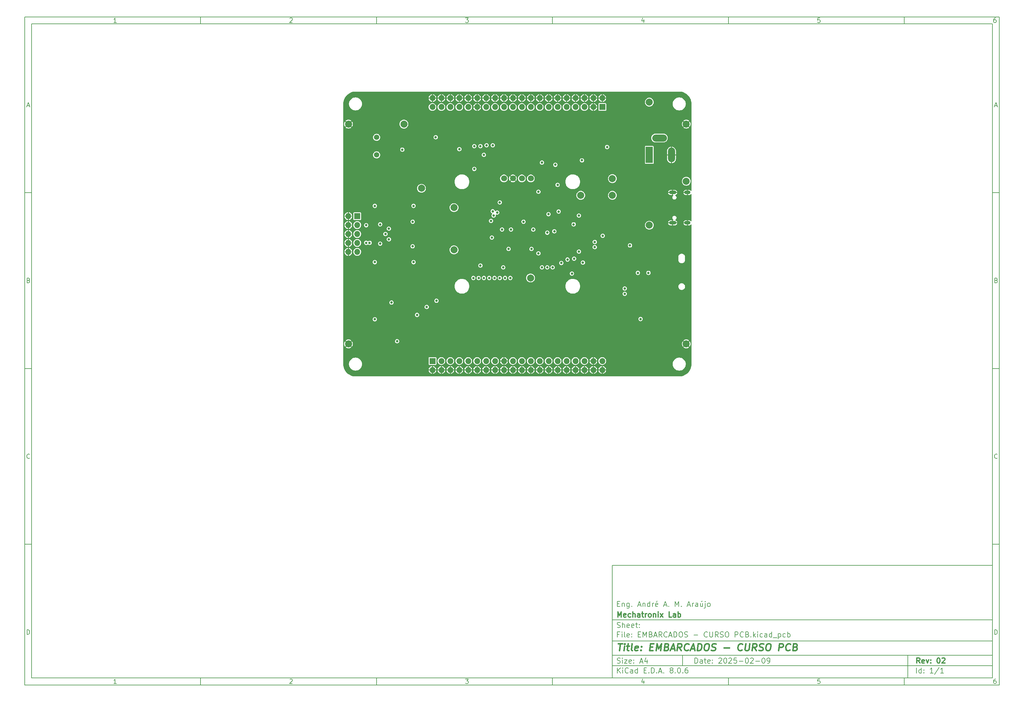
<source format=gbr>
%TF.GenerationSoftware,KiCad,Pcbnew,8.0.6*%
%TF.CreationDate,2025-02-09T14:35:08-03:00*%
%TF.ProjectId,EMBARCADOS - CURSO PCB,454d4241-5243-4414-944f-53202d204355,02*%
%TF.SameCoordinates,Original*%
%TF.FileFunction,Copper,L3,Inr*%
%TF.FilePolarity,Positive*%
%FSLAX46Y46*%
G04 Gerber Fmt 4.6, Leading zero omitted, Abs format (unit mm)*
G04 Created by KiCad (PCBNEW 8.0.6) date 2025-02-09 14:35:08*
%MOMM*%
%LPD*%
G01*
G04 APERTURE LIST*
%ADD10C,0.100000*%
%ADD11C,0.150000*%
%ADD12C,0.300000*%
%ADD13C,0.400000*%
%TA.AperFunction,ComponentPad*%
%ADD14C,1.700000*%
%TD*%
%TA.AperFunction,ComponentPad*%
%ADD15C,2.000000*%
%TD*%
%TA.AperFunction,ComponentPad*%
%ADD16R,1.700000X1.700000*%
%TD*%
%TA.AperFunction,ComponentPad*%
%ADD17O,1.700000X1.700000*%
%TD*%
%TA.AperFunction,ComponentPad*%
%ADD18O,2.100000X1.000000*%
%TD*%
%TA.AperFunction,ComponentPad*%
%ADD19O,1.800000X1.000000*%
%TD*%
%TA.AperFunction,ComponentPad*%
%ADD20R,2.000000X4.600000*%
%TD*%
%TA.AperFunction,ComponentPad*%
%ADD21O,2.000000X4.200000*%
%TD*%
%TA.AperFunction,ComponentPad*%
%ADD22O,4.200000X2.000000*%
%TD*%
%TA.AperFunction,ComponentPad*%
%ADD23C,1.500000*%
%TD*%
%TA.AperFunction,ViaPad*%
%ADD24C,0.700000*%
%TD*%
G04 APERTURE END LIST*
D10*
D11*
X177002200Y-166007200D02*
X285002200Y-166007200D01*
X285002200Y-198007200D01*
X177002200Y-198007200D01*
X177002200Y-166007200D01*
D10*
D11*
X10000000Y-10000000D02*
X287002200Y-10000000D01*
X287002200Y-200007200D01*
X10000000Y-200007200D01*
X10000000Y-10000000D01*
D10*
D11*
X12000000Y-12000000D02*
X285002200Y-12000000D01*
X285002200Y-198007200D01*
X12000000Y-198007200D01*
X12000000Y-12000000D01*
D10*
D11*
X60000000Y-12000000D02*
X60000000Y-10000000D01*
D10*
D11*
X110000000Y-12000000D02*
X110000000Y-10000000D01*
D10*
D11*
X160000000Y-12000000D02*
X160000000Y-10000000D01*
D10*
D11*
X210000000Y-12000000D02*
X210000000Y-10000000D01*
D10*
D11*
X260000000Y-12000000D02*
X260000000Y-10000000D01*
D10*
D11*
X36089160Y-11593604D02*
X35346303Y-11593604D01*
X35717731Y-11593604D02*
X35717731Y-10293604D01*
X35717731Y-10293604D02*
X35593922Y-10479319D01*
X35593922Y-10479319D02*
X35470112Y-10603128D01*
X35470112Y-10603128D02*
X35346303Y-10665033D01*
D10*
D11*
X85346303Y-10417414D02*
X85408207Y-10355509D01*
X85408207Y-10355509D02*
X85532017Y-10293604D01*
X85532017Y-10293604D02*
X85841541Y-10293604D01*
X85841541Y-10293604D02*
X85965350Y-10355509D01*
X85965350Y-10355509D02*
X86027255Y-10417414D01*
X86027255Y-10417414D02*
X86089160Y-10541223D01*
X86089160Y-10541223D02*
X86089160Y-10665033D01*
X86089160Y-10665033D02*
X86027255Y-10850747D01*
X86027255Y-10850747D02*
X85284398Y-11593604D01*
X85284398Y-11593604D02*
X86089160Y-11593604D01*
D10*
D11*
X135284398Y-10293604D02*
X136089160Y-10293604D01*
X136089160Y-10293604D02*
X135655826Y-10788842D01*
X135655826Y-10788842D02*
X135841541Y-10788842D01*
X135841541Y-10788842D02*
X135965350Y-10850747D01*
X135965350Y-10850747D02*
X136027255Y-10912652D01*
X136027255Y-10912652D02*
X136089160Y-11036461D01*
X136089160Y-11036461D02*
X136089160Y-11345985D01*
X136089160Y-11345985D02*
X136027255Y-11469795D01*
X136027255Y-11469795D02*
X135965350Y-11531700D01*
X135965350Y-11531700D02*
X135841541Y-11593604D01*
X135841541Y-11593604D02*
X135470112Y-11593604D01*
X135470112Y-11593604D02*
X135346303Y-11531700D01*
X135346303Y-11531700D02*
X135284398Y-11469795D01*
D10*
D11*
X185965350Y-10726938D02*
X185965350Y-11593604D01*
X185655826Y-10231700D02*
X185346303Y-11160271D01*
X185346303Y-11160271D02*
X186151064Y-11160271D01*
D10*
D11*
X236027255Y-10293604D02*
X235408207Y-10293604D01*
X235408207Y-10293604D02*
X235346303Y-10912652D01*
X235346303Y-10912652D02*
X235408207Y-10850747D01*
X235408207Y-10850747D02*
X235532017Y-10788842D01*
X235532017Y-10788842D02*
X235841541Y-10788842D01*
X235841541Y-10788842D02*
X235965350Y-10850747D01*
X235965350Y-10850747D02*
X236027255Y-10912652D01*
X236027255Y-10912652D02*
X236089160Y-11036461D01*
X236089160Y-11036461D02*
X236089160Y-11345985D01*
X236089160Y-11345985D02*
X236027255Y-11469795D01*
X236027255Y-11469795D02*
X235965350Y-11531700D01*
X235965350Y-11531700D02*
X235841541Y-11593604D01*
X235841541Y-11593604D02*
X235532017Y-11593604D01*
X235532017Y-11593604D02*
X235408207Y-11531700D01*
X235408207Y-11531700D02*
X235346303Y-11469795D01*
D10*
D11*
X285965350Y-10293604D02*
X285717731Y-10293604D01*
X285717731Y-10293604D02*
X285593922Y-10355509D01*
X285593922Y-10355509D02*
X285532017Y-10417414D01*
X285532017Y-10417414D02*
X285408207Y-10603128D01*
X285408207Y-10603128D02*
X285346303Y-10850747D01*
X285346303Y-10850747D02*
X285346303Y-11345985D01*
X285346303Y-11345985D02*
X285408207Y-11469795D01*
X285408207Y-11469795D02*
X285470112Y-11531700D01*
X285470112Y-11531700D02*
X285593922Y-11593604D01*
X285593922Y-11593604D02*
X285841541Y-11593604D01*
X285841541Y-11593604D02*
X285965350Y-11531700D01*
X285965350Y-11531700D02*
X286027255Y-11469795D01*
X286027255Y-11469795D02*
X286089160Y-11345985D01*
X286089160Y-11345985D02*
X286089160Y-11036461D01*
X286089160Y-11036461D02*
X286027255Y-10912652D01*
X286027255Y-10912652D02*
X285965350Y-10850747D01*
X285965350Y-10850747D02*
X285841541Y-10788842D01*
X285841541Y-10788842D02*
X285593922Y-10788842D01*
X285593922Y-10788842D02*
X285470112Y-10850747D01*
X285470112Y-10850747D02*
X285408207Y-10912652D01*
X285408207Y-10912652D02*
X285346303Y-11036461D01*
D10*
D11*
X60000000Y-198007200D02*
X60000000Y-200007200D01*
D10*
D11*
X110000000Y-198007200D02*
X110000000Y-200007200D01*
D10*
D11*
X160000000Y-198007200D02*
X160000000Y-200007200D01*
D10*
D11*
X210000000Y-198007200D02*
X210000000Y-200007200D01*
D10*
D11*
X260000000Y-198007200D02*
X260000000Y-200007200D01*
D10*
D11*
X36089160Y-199600804D02*
X35346303Y-199600804D01*
X35717731Y-199600804D02*
X35717731Y-198300804D01*
X35717731Y-198300804D02*
X35593922Y-198486519D01*
X35593922Y-198486519D02*
X35470112Y-198610328D01*
X35470112Y-198610328D02*
X35346303Y-198672233D01*
D10*
D11*
X85346303Y-198424614D02*
X85408207Y-198362709D01*
X85408207Y-198362709D02*
X85532017Y-198300804D01*
X85532017Y-198300804D02*
X85841541Y-198300804D01*
X85841541Y-198300804D02*
X85965350Y-198362709D01*
X85965350Y-198362709D02*
X86027255Y-198424614D01*
X86027255Y-198424614D02*
X86089160Y-198548423D01*
X86089160Y-198548423D02*
X86089160Y-198672233D01*
X86089160Y-198672233D02*
X86027255Y-198857947D01*
X86027255Y-198857947D02*
X85284398Y-199600804D01*
X85284398Y-199600804D02*
X86089160Y-199600804D01*
D10*
D11*
X135284398Y-198300804D02*
X136089160Y-198300804D01*
X136089160Y-198300804D02*
X135655826Y-198796042D01*
X135655826Y-198796042D02*
X135841541Y-198796042D01*
X135841541Y-198796042D02*
X135965350Y-198857947D01*
X135965350Y-198857947D02*
X136027255Y-198919852D01*
X136027255Y-198919852D02*
X136089160Y-199043661D01*
X136089160Y-199043661D02*
X136089160Y-199353185D01*
X136089160Y-199353185D02*
X136027255Y-199476995D01*
X136027255Y-199476995D02*
X135965350Y-199538900D01*
X135965350Y-199538900D02*
X135841541Y-199600804D01*
X135841541Y-199600804D02*
X135470112Y-199600804D01*
X135470112Y-199600804D02*
X135346303Y-199538900D01*
X135346303Y-199538900D02*
X135284398Y-199476995D01*
D10*
D11*
X185965350Y-198734138D02*
X185965350Y-199600804D01*
X185655826Y-198238900D02*
X185346303Y-199167471D01*
X185346303Y-199167471D02*
X186151064Y-199167471D01*
D10*
D11*
X236027255Y-198300804D02*
X235408207Y-198300804D01*
X235408207Y-198300804D02*
X235346303Y-198919852D01*
X235346303Y-198919852D02*
X235408207Y-198857947D01*
X235408207Y-198857947D02*
X235532017Y-198796042D01*
X235532017Y-198796042D02*
X235841541Y-198796042D01*
X235841541Y-198796042D02*
X235965350Y-198857947D01*
X235965350Y-198857947D02*
X236027255Y-198919852D01*
X236027255Y-198919852D02*
X236089160Y-199043661D01*
X236089160Y-199043661D02*
X236089160Y-199353185D01*
X236089160Y-199353185D02*
X236027255Y-199476995D01*
X236027255Y-199476995D02*
X235965350Y-199538900D01*
X235965350Y-199538900D02*
X235841541Y-199600804D01*
X235841541Y-199600804D02*
X235532017Y-199600804D01*
X235532017Y-199600804D02*
X235408207Y-199538900D01*
X235408207Y-199538900D02*
X235346303Y-199476995D01*
D10*
D11*
X285965350Y-198300804D02*
X285717731Y-198300804D01*
X285717731Y-198300804D02*
X285593922Y-198362709D01*
X285593922Y-198362709D02*
X285532017Y-198424614D01*
X285532017Y-198424614D02*
X285408207Y-198610328D01*
X285408207Y-198610328D02*
X285346303Y-198857947D01*
X285346303Y-198857947D02*
X285346303Y-199353185D01*
X285346303Y-199353185D02*
X285408207Y-199476995D01*
X285408207Y-199476995D02*
X285470112Y-199538900D01*
X285470112Y-199538900D02*
X285593922Y-199600804D01*
X285593922Y-199600804D02*
X285841541Y-199600804D01*
X285841541Y-199600804D02*
X285965350Y-199538900D01*
X285965350Y-199538900D02*
X286027255Y-199476995D01*
X286027255Y-199476995D02*
X286089160Y-199353185D01*
X286089160Y-199353185D02*
X286089160Y-199043661D01*
X286089160Y-199043661D02*
X286027255Y-198919852D01*
X286027255Y-198919852D02*
X285965350Y-198857947D01*
X285965350Y-198857947D02*
X285841541Y-198796042D01*
X285841541Y-198796042D02*
X285593922Y-198796042D01*
X285593922Y-198796042D02*
X285470112Y-198857947D01*
X285470112Y-198857947D02*
X285408207Y-198919852D01*
X285408207Y-198919852D02*
X285346303Y-199043661D01*
D10*
D11*
X10000000Y-60000000D02*
X12000000Y-60000000D01*
D10*
D11*
X10000000Y-110000000D02*
X12000000Y-110000000D01*
D10*
D11*
X10000000Y-160000000D02*
X12000000Y-160000000D01*
D10*
D11*
X10690476Y-35222176D02*
X11309523Y-35222176D01*
X10566666Y-35593604D02*
X10999999Y-34293604D01*
X10999999Y-34293604D02*
X11433333Y-35593604D01*
D10*
D11*
X11092857Y-84912652D02*
X11278571Y-84974557D01*
X11278571Y-84974557D02*
X11340476Y-85036461D01*
X11340476Y-85036461D02*
X11402380Y-85160271D01*
X11402380Y-85160271D02*
X11402380Y-85345985D01*
X11402380Y-85345985D02*
X11340476Y-85469795D01*
X11340476Y-85469795D02*
X11278571Y-85531700D01*
X11278571Y-85531700D02*
X11154761Y-85593604D01*
X11154761Y-85593604D02*
X10659523Y-85593604D01*
X10659523Y-85593604D02*
X10659523Y-84293604D01*
X10659523Y-84293604D02*
X11092857Y-84293604D01*
X11092857Y-84293604D02*
X11216666Y-84355509D01*
X11216666Y-84355509D02*
X11278571Y-84417414D01*
X11278571Y-84417414D02*
X11340476Y-84541223D01*
X11340476Y-84541223D02*
X11340476Y-84665033D01*
X11340476Y-84665033D02*
X11278571Y-84788842D01*
X11278571Y-84788842D02*
X11216666Y-84850747D01*
X11216666Y-84850747D02*
X11092857Y-84912652D01*
X11092857Y-84912652D02*
X10659523Y-84912652D01*
D10*
D11*
X11402380Y-135469795D02*
X11340476Y-135531700D01*
X11340476Y-135531700D02*
X11154761Y-135593604D01*
X11154761Y-135593604D02*
X11030952Y-135593604D01*
X11030952Y-135593604D02*
X10845238Y-135531700D01*
X10845238Y-135531700D02*
X10721428Y-135407890D01*
X10721428Y-135407890D02*
X10659523Y-135284080D01*
X10659523Y-135284080D02*
X10597619Y-135036461D01*
X10597619Y-135036461D02*
X10597619Y-134850747D01*
X10597619Y-134850747D02*
X10659523Y-134603128D01*
X10659523Y-134603128D02*
X10721428Y-134479319D01*
X10721428Y-134479319D02*
X10845238Y-134355509D01*
X10845238Y-134355509D02*
X11030952Y-134293604D01*
X11030952Y-134293604D02*
X11154761Y-134293604D01*
X11154761Y-134293604D02*
X11340476Y-134355509D01*
X11340476Y-134355509D02*
X11402380Y-134417414D01*
D10*
D11*
X10659523Y-185593604D02*
X10659523Y-184293604D01*
X10659523Y-184293604D02*
X10969047Y-184293604D01*
X10969047Y-184293604D02*
X11154761Y-184355509D01*
X11154761Y-184355509D02*
X11278571Y-184479319D01*
X11278571Y-184479319D02*
X11340476Y-184603128D01*
X11340476Y-184603128D02*
X11402380Y-184850747D01*
X11402380Y-184850747D02*
X11402380Y-185036461D01*
X11402380Y-185036461D02*
X11340476Y-185284080D01*
X11340476Y-185284080D02*
X11278571Y-185407890D01*
X11278571Y-185407890D02*
X11154761Y-185531700D01*
X11154761Y-185531700D02*
X10969047Y-185593604D01*
X10969047Y-185593604D02*
X10659523Y-185593604D01*
D10*
D11*
X287002200Y-60000000D02*
X285002200Y-60000000D01*
D10*
D11*
X287002200Y-110000000D02*
X285002200Y-110000000D01*
D10*
D11*
X287002200Y-160000000D02*
X285002200Y-160000000D01*
D10*
D11*
X285692676Y-35222176D02*
X286311723Y-35222176D01*
X285568866Y-35593604D02*
X286002199Y-34293604D01*
X286002199Y-34293604D02*
X286435533Y-35593604D01*
D10*
D11*
X286095057Y-84912652D02*
X286280771Y-84974557D01*
X286280771Y-84974557D02*
X286342676Y-85036461D01*
X286342676Y-85036461D02*
X286404580Y-85160271D01*
X286404580Y-85160271D02*
X286404580Y-85345985D01*
X286404580Y-85345985D02*
X286342676Y-85469795D01*
X286342676Y-85469795D02*
X286280771Y-85531700D01*
X286280771Y-85531700D02*
X286156961Y-85593604D01*
X286156961Y-85593604D02*
X285661723Y-85593604D01*
X285661723Y-85593604D02*
X285661723Y-84293604D01*
X285661723Y-84293604D02*
X286095057Y-84293604D01*
X286095057Y-84293604D02*
X286218866Y-84355509D01*
X286218866Y-84355509D02*
X286280771Y-84417414D01*
X286280771Y-84417414D02*
X286342676Y-84541223D01*
X286342676Y-84541223D02*
X286342676Y-84665033D01*
X286342676Y-84665033D02*
X286280771Y-84788842D01*
X286280771Y-84788842D02*
X286218866Y-84850747D01*
X286218866Y-84850747D02*
X286095057Y-84912652D01*
X286095057Y-84912652D02*
X285661723Y-84912652D01*
D10*
D11*
X286404580Y-135469795D02*
X286342676Y-135531700D01*
X286342676Y-135531700D02*
X286156961Y-135593604D01*
X286156961Y-135593604D02*
X286033152Y-135593604D01*
X286033152Y-135593604D02*
X285847438Y-135531700D01*
X285847438Y-135531700D02*
X285723628Y-135407890D01*
X285723628Y-135407890D02*
X285661723Y-135284080D01*
X285661723Y-135284080D02*
X285599819Y-135036461D01*
X285599819Y-135036461D02*
X285599819Y-134850747D01*
X285599819Y-134850747D02*
X285661723Y-134603128D01*
X285661723Y-134603128D02*
X285723628Y-134479319D01*
X285723628Y-134479319D02*
X285847438Y-134355509D01*
X285847438Y-134355509D02*
X286033152Y-134293604D01*
X286033152Y-134293604D02*
X286156961Y-134293604D01*
X286156961Y-134293604D02*
X286342676Y-134355509D01*
X286342676Y-134355509D02*
X286404580Y-134417414D01*
D10*
D11*
X285661723Y-185593604D02*
X285661723Y-184293604D01*
X285661723Y-184293604D02*
X285971247Y-184293604D01*
X285971247Y-184293604D02*
X286156961Y-184355509D01*
X286156961Y-184355509D02*
X286280771Y-184479319D01*
X286280771Y-184479319D02*
X286342676Y-184603128D01*
X286342676Y-184603128D02*
X286404580Y-184850747D01*
X286404580Y-184850747D02*
X286404580Y-185036461D01*
X286404580Y-185036461D02*
X286342676Y-185284080D01*
X286342676Y-185284080D02*
X286280771Y-185407890D01*
X286280771Y-185407890D02*
X286156961Y-185531700D01*
X286156961Y-185531700D02*
X285971247Y-185593604D01*
X285971247Y-185593604D02*
X285661723Y-185593604D01*
D10*
D11*
X200458026Y-193793328D02*
X200458026Y-192293328D01*
X200458026Y-192293328D02*
X200815169Y-192293328D01*
X200815169Y-192293328D02*
X201029455Y-192364757D01*
X201029455Y-192364757D02*
X201172312Y-192507614D01*
X201172312Y-192507614D02*
X201243741Y-192650471D01*
X201243741Y-192650471D02*
X201315169Y-192936185D01*
X201315169Y-192936185D02*
X201315169Y-193150471D01*
X201315169Y-193150471D02*
X201243741Y-193436185D01*
X201243741Y-193436185D02*
X201172312Y-193579042D01*
X201172312Y-193579042D02*
X201029455Y-193721900D01*
X201029455Y-193721900D02*
X200815169Y-193793328D01*
X200815169Y-193793328D02*
X200458026Y-193793328D01*
X202600884Y-193793328D02*
X202600884Y-193007614D01*
X202600884Y-193007614D02*
X202529455Y-192864757D01*
X202529455Y-192864757D02*
X202386598Y-192793328D01*
X202386598Y-192793328D02*
X202100884Y-192793328D01*
X202100884Y-192793328D02*
X201958026Y-192864757D01*
X202600884Y-193721900D02*
X202458026Y-193793328D01*
X202458026Y-193793328D02*
X202100884Y-193793328D01*
X202100884Y-193793328D02*
X201958026Y-193721900D01*
X201958026Y-193721900D02*
X201886598Y-193579042D01*
X201886598Y-193579042D02*
X201886598Y-193436185D01*
X201886598Y-193436185D02*
X201958026Y-193293328D01*
X201958026Y-193293328D02*
X202100884Y-193221900D01*
X202100884Y-193221900D02*
X202458026Y-193221900D01*
X202458026Y-193221900D02*
X202600884Y-193150471D01*
X203100884Y-192793328D02*
X203672312Y-192793328D01*
X203315169Y-192293328D02*
X203315169Y-193579042D01*
X203315169Y-193579042D02*
X203386598Y-193721900D01*
X203386598Y-193721900D02*
X203529455Y-193793328D01*
X203529455Y-193793328D02*
X203672312Y-193793328D01*
X204743741Y-193721900D02*
X204600884Y-193793328D01*
X204600884Y-193793328D02*
X204315170Y-193793328D01*
X204315170Y-193793328D02*
X204172312Y-193721900D01*
X204172312Y-193721900D02*
X204100884Y-193579042D01*
X204100884Y-193579042D02*
X204100884Y-193007614D01*
X204100884Y-193007614D02*
X204172312Y-192864757D01*
X204172312Y-192864757D02*
X204315170Y-192793328D01*
X204315170Y-192793328D02*
X204600884Y-192793328D01*
X204600884Y-192793328D02*
X204743741Y-192864757D01*
X204743741Y-192864757D02*
X204815170Y-193007614D01*
X204815170Y-193007614D02*
X204815170Y-193150471D01*
X204815170Y-193150471D02*
X204100884Y-193293328D01*
X205458026Y-193650471D02*
X205529455Y-193721900D01*
X205529455Y-193721900D02*
X205458026Y-193793328D01*
X205458026Y-193793328D02*
X205386598Y-193721900D01*
X205386598Y-193721900D02*
X205458026Y-193650471D01*
X205458026Y-193650471D02*
X205458026Y-193793328D01*
X205458026Y-192864757D02*
X205529455Y-192936185D01*
X205529455Y-192936185D02*
X205458026Y-193007614D01*
X205458026Y-193007614D02*
X205386598Y-192936185D01*
X205386598Y-192936185D02*
X205458026Y-192864757D01*
X205458026Y-192864757D02*
X205458026Y-193007614D01*
X207243741Y-192436185D02*
X207315169Y-192364757D01*
X207315169Y-192364757D02*
X207458027Y-192293328D01*
X207458027Y-192293328D02*
X207815169Y-192293328D01*
X207815169Y-192293328D02*
X207958027Y-192364757D01*
X207958027Y-192364757D02*
X208029455Y-192436185D01*
X208029455Y-192436185D02*
X208100884Y-192579042D01*
X208100884Y-192579042D02*
X208100884Y-192721900D01*
X208100884Y-192721900D02*
X208029455Y-192936185D01*
X208029455Y-192936185D02*
X207172312Y-193793328D01*
X207172312Y-193793328D02*
X208100884Y-193793328D01*
X209029455Y-192293328D02*
X209172312Y-192293328D01*
X209172312Y-192293328D02*
X209315169Y-192364757D01*
X209315169Y-192364757D02*
X209386598Y-192436185D01*
X209386598Y-192436185D02*
X209458026Y-192579042D01*
X209458026Y-192579042D02*
X209529455Y-192864757D01*
X209529455Y-192864757D02*
X209529455Y-193221900D01*
X209529455Y-193221900D02*
X209458026Y-193507614D01*
X209458026Y-193507614D02*
X209386598Y-193650471D01*
X209386598Y-193650471D02*
X209315169Y-193721900D01*
X209315169Y-193721900D02*
X209172312Y-193793328D01*
X209172312Y-193793328D02*
X209029455Y-193793328D01*
X209029455Y-193793328D02*
X208886598Y-193721900D01*
X208886598Y-193721900D02*
X208815169Y-193650471D01*
X208815169Y-193650471D02*
X208743740Y-193507614D01*
X208743740Y-193507614D02*
X208672312Y-193221900D01*
X208672312Y-193221900D02*
X208672312Y-192864757D01*
X208672312Y-192864757D02*
X208743740Y-192579042D01*
X208743740Y-192579042D02*
X208815169Y-192436185D01*
X208815169Y-192436185D02*
X208886598Y-192364757D01*
X208886598Y-192364757D02*
X209029455Y-192293328D01*
X210100883Y-192436185D02*
X210172311Y-192364757D01*
X210172311Y-192364757D02*
X210315169Y-192293328D01*
X210315169Y-192293328D02*
X210672311Y-192293328D01*
X210672311Y-192293328D02*
X210815169Y-192364757D01*
X210815169Y-192364757D02*
X210886597Y-192436185D01*
X210886597Y-192436185D02*
X210958026Y-192579042D01*
X210958026Y-192579042D02*
X210958026Y-192721900D01*
X210958026Y-192721900D02*
X210886597Y-192936185D01*
X210886597Y-192936185D02*
X210029454Y-193793328D01*
X210029454Y-193793328D02*
X210958026Y-193793328D01*
X212315168Y-192293328D02*
X211600882Y-192293328D01*
X211600882Y-192293328D02*
X211529454Y-193007614D01*
X211529454Y-193007614D02*
X211600882Y-192936185D01*
X211600882Y-192936185D02*
X211743740Y-192864757D01*
X211743740Y-192864757D02*
X212100882Y-192864757D01*
X212100882Y-192864757D02*
X212243740Y-192936185D01*
X212243740Y-192936185D02*
X212315168Y-193007614D01*
X212315168Y-193007614D02*
X212386597Y-193150471D01*
X212386597Y-193150471D02*
X212386597Y-193507614D01*
X212386597Y-193507614D02*
X212315168Y-193650471D01*
X212315168Y-193650471D02*
X212243740Y-193721900D01*
X212243740Y-193721900D02*
X212100882Y-193793328D01*
X212100882Y-193793328D02*
X211743740Y-193793328D01*
X211743740Y-193793328D02*
X211600882Y-193721900D01*
X211600882Y-193721900D02*
X211529454Y-193650471D01*
X213029453Y-193221900D02*
X214172311Y-193221900D01*
X215172311Y-192293328D02*
X215315168Y-192293328D01*
X215315168Y-192293328D02*
X215458025Y-192364757D01*
X215458025Y-192364757D02*
X215529454Y-192436185D01*
X215529454Y-192436185D02*
X215600882Y-192579042D01*
X215600882Y-192579042D02*
X215672311Y-192864757D01*
X215672311Y-192864757D02*
X215672311Y-193221900D01*
X215672311Y-193221900D02*
X215600882Y-193507614D01*
X215600882Y-193507614D02*
X215529454Y-193650471D01*
X215529454Y-193650471D02*
X215458025Y-193721900D01*
X215458025Y-193721900D02*
X215315168Y-193793328D01*
X215315168Y-193793328D02*
X215172311Y-193793328D01*
X215172311Y-193793328D02*
X215029454Y-193721900D01*
X215029454Y-193721900D02*
X214958025Y-193650471D01*
X214958025Y-193650471D02*
X214886596Y-193507614D01*
X214886596Y-193507614D02*
X214815168Y-193221900D01*
X214815168Y-193221900D02*
X214815168Y-192864757D01*
X214815168Y-192864757D02*
X214886596Y-192579042D01*
X214886596Y-192579042D02*
X214958025Y-192436185D01*
X214958025Y-192436185D02*
X215029454Y-192364757D01*
X215029454Y-192364757D02*
X215172311Y-192293328D01*
X216243739Y-192436185D02*
X216315167Y-192364757D01*
X216315167Y-192364757D02*
X216458025Y-192293328D01*
X216458025Y-192293328D02*
X216815167Y-192293328D01*
X216815167Y-192293328D02*
X216958025Y-192364757D01*
X216958025Y-192364757D02*
X217029453Y-192436185D01*
X217029453Y-192436185D02*
X217100882Y-192579042D01*
X217100882Y-192579042D02*
X217100882Y-192721900D01*
X217100882Y-192721900D02*
X217029453Y-192936185D01*
X217029453Y-192936185D02*
X216172310Y-193793328D01*
X216172310Y-193793328D02*
X217100882Y-193793328D01*
X217743738Y-193221900D02*
X218886596Y-193221900D01*
X219886596Y-192293328D02*
X220029453Y-192293328D01*
X220029453Y-192293328D02*
X220172310Y-192364757D01*
X220172310Y-192364757D02*
X220243739Y-192436185D01*
X220243739Y-192436185D02*
X220315167Y-192579042D01*
X220315167Y-192579042D02*
X220386596Y-192864757D01*
X220386596Y-192864757D02*
X220386596Y-193221900D01*
X220386596Y-193221900D02*
X220315167Y-193507614D01*
X220315167Y-193507614D02*
X220243739Y-193650471D01*
X220243739Y-193650471D02*
X220172310Y-193721900D01*
X220172310Y-193721900D02*
X220029453Y-193793328D01*
X220029453Y-193793328D02*
X219886596Y-193793328D01*
X219886596Y-193793328D02*
X219743739Y-193721900D01*
X219743739Y-193721900D02*
X219672310Y-193650471D01*
X219672310Y-193650471D02*
X219600881Y-193507614D01*
X219600881Y-193507614D02*
X219529453Y-193221900D01*
X219529453Y-193221900D02*
X219529453Y-192864757D01*
X219529453Y-192864757D02*
X219600881Y-192579042D01*
X219600881Y-192579042D02*
X219672310Y-192436185D01*
X219672310Y-192436185D02*
X219743739Y-192364757D01*
X219743739Y-192364757D02*
X219886596Y-192293328D01*
X221100881Y-193793328D02*
X221386595Y-193793328D01*
X221386595Y-193793328D02*
X221529452Y-193721900D01*
X221529452Y-193721900D02*
X221600881Y-193650471D01*
X221600881Y-193650471D02*
X221743738Y-193436185D01*
X221743738Y-193436185D02*
X221815167Y-193150471D01*
X221815167Y-193150471D02*
X221815167Y-192579042D01*
X221815167Y-192579042D02*
X221743738Y-192436185D01*
X221743738Y-192436185D02*
X221672310Y-192364757D01*
X221672310Y-192364757D02*
X221529452Y-192293328D01*
X221529452Y-192293328D02*
X221243738Y-192293328D01*
X221243738Y-192293328D02*
X221100881Y-192364757D01*
X221100881Y-192364757D02*
X221029452Y-192436185D01*
X221029452Y-192436185D02*
X220958024Y-192579042D01*
X220958024Y-192579042D02*
X220958024Y-192936185D01*
X220958024Y-192936185D02*
X221029452Y-193079042D01*
X221029452Y-193079042D02*
X221100881Y-193150471D01*
X221100881Y-193150471D02*
X221243738Y-193221900D01*
X221243738Y-193221900D02*
X221529452Y-193221900D01*
X221529452Y-193221900D02*
X221672310Y-193150471D01*
X221672310Y-193150471D02*
X221743738Y-193079042D01*
X221743738Y-193079042D02*
X221815167Y-192936185D01*
D10*
D11*
X177002200Y-194507200D02*
X285002200Y-194507200D01*
D10*
D11*
X178458026Y-196593328D02*
X178458026Y-195093328D01*
X179315169Y-196593328D02*
X178672312Y-195736185D01*
X179315169Y-195093328D02*
X178458026Y-195950471D01*
X179958026Y-196593328D02*
X179958026Y-195593328D01*
X179958026Y-195093328D02*
X179886598Y-195164757D01*
X179886598Y-195164757D02*
X179958026Y-195236185D01*
X179958026Y-195236185D02*
X180029455Y-195164757D01*
X180029455Y-195164757D02*
X179958026Y-195093328D01*
X179958026Y-195093328D02*
X179958026Y-195236185D01*
X181529455Y-196450471D02*
X181458027Y-196521900D01*
X181458027Y-196521900D02*
X181243741Y-196593328D01*
X181243741Y-196593328D02*
X181100884Y-196593328D01*
X181100884Y-196593328D02*
X180886598Y-196521900D01*
X180886598Y-196521900D02*
X180743741Y-196379042D01*
X180743741Y-196379042D02*
X180672312Y-196236185D01*
X180672312Y-196236185D02*
X180600884Y-195950471D01*
X180600884Y-195950471D02*
X180600884Y-195736185D01*
X180600884Y-195736185D02*
X180672312Y-195450471D01*
X180672312Y-195450471D02*
X180743741Y-195307614D01*
X180743741Y-195307614D02*
X180886598Y-195164757D01*
X180886598Y-195164757D02*
X181100884Y-195093328D01*
X181100884Y-195093328D02*
X181243741Y-195093328D01*
X181243741Y-195093328D02*
X181458027Y-195164757D01*
X181458027Y-195164757D02*
X181529455Y-195236185D01*
X182815170Y-196593328D02*
X182815170Y-195807614D01*
X182815170Y-195807614D02*
X182743741Y-195664757D01*
X182743741Y-195664757D02*
X182600884Y-195593328D01*
X182600884Y-195593328D02*
X182315170Y-195593328D01*
X182315170Y-195593328D02*
X182172312Y-195664757D01*
X182815170Y-196521900D02*
X182672312Y-196593328D01*
X182672312Y-196593328D02*
X182315170Y-196593328D01*
X182315170Y-196593328D02*
X182172312Y-196521900D01*
X182172312Y-196521900D02*
X182100884Y-196379042D01*
X182100884Y-196379042D02*
X182100884Y-196236185D01*
X182100884Y-196236185D02*
X182172312Y-196093328D01*
X182172312Y-196093328D02*
X182315170Y-196021900D01*
X182315170Y-196021900D02*
X182672312Y-196021900D01*
X182672312Y-196021900D02*
X182815170Y-195950471D01*
X184172313Y-196593328D02*
X184172313Y-195093328D01*
X184172313Y-196521900D02*
X184029455Y-196593328D01*
X184029455Y-196593328D02*
X183743741Y-196593328D01*
X183743741Y-196593328D02*
X183600884Y-196521900D01*
X183600884Y-196521900D02*
X183529455Y-196450471D01*
X183529455Y-196450471D02*
X183458027Y-196307614D01*
X183458027Y-196307614D02*
X183458027Y-195879042D01*
X183458027Y-195879042D02*
X183529455Y-195736185D01*
X183529455Y-195736185D02*
X183600884Y-195664757D01*
X183600884Y-195664757D02*
X183743741Y-195593328D01*
X183743741Y-195593328D02*
X184029455Y-195593328D01*
X184029455Y-195593328D02*
X184172313Y-195664757D01*
X186029455Y-195807614D02*
X186529455Y-195807614D01*
X186743741Y-196593328D02*
X186029455Y-196593328D01*
X186029455Y-196593328D02*
X186029455Y-195093328D01*
X186029455Y-195093328D02*
X186743741Y-195093328D01*
X187386598Y-196450471D02*
X187458027Y-196521900D01*
X187458027Y-196521900D02*
X187386598Y-196593328D01*
X187386598Y-196593328D02*
X187315170Y-196521900D01*
X187315170Y-196521900D02*
X187386598Y-196450471D01*
X187386598Y-196450471D02*
X187386598Y-196593328D01*
X188100884Y-196593328D02*
X188100884Y-195093328D01*
X188100884Y-195093328D02*
X188458027Y-195093328D01*
X188458027Y-195093328D02*
X188672313Y-195164757D01*
X188672313Y-195164757D02*
X188815170Y-195307614D01*
X188815170Y-195307614D02*
X188886599Y-195450471D01*
X188886599Y-195450471D02*
X188958027Y-195736185D01*
X188958027Y-195736185D02*
X188958027Y-195950471D01*
X188958027Y-195950471D02*
X188886599Y-196236185D01*
X188886599Y-196236185D02*
X188815170Y-196379042D01*
X188815170Y-196379042D02*
X188672313Y-196521900D01*
X188672313Y-196521900D02*
X188458027Y-196593328D01*
X188458027Y-196593328D02*
X188100884Y-196593328D01*
X189600884Y-196450471D02*
X189672313Y-196521900D01*
X189672313Y-196521900D02*
X189600884Y-196593328D01*
X189600884Y-196593328D02*
X189529456Y-196521900D01*
X189529456Y-196521900D02*
X189600884Y-196450471D01*
X189600884Y-196450471D02*
X189600884Y-196593328D01*
X190243742Y-196164757D02*
X190958028Y-196164757D01*
X190100885Y-196593328D02*
X190600885Y-195093328D01*
X190600885Y-195093328D02*
X191100885Y-196593328D01*
X191600884Y-196450471D02*
X191672313Y-196521900D01*
X191672313Y-196521900D02*
X191600884Y-196593328D01*
X191600884Y-196593328D02*
X191529456Y-196521900D01*
X191529456Y-196521900D02*
X191600884Y-196450471D01*
X191600884Y-196450471D02*
X191600884Y-196593328D01*
X193672313Y-195736185D02*
X193529456Y-195664757D01*
X193529456Y-195664757D02*
X193458027Y-195593328D01*
X193458027Y-195593328D02*
X193386599Y-195450471D01*
X193386599Y-195450471D02*
X193386599Y-195379042D01*
X193386599Y-195379042D02*
X193458027Y-195236185D01*
X193458027Y-195236185D02*
X193529456Y-195164757D01*
X193529456Y-195164757D02*
X193672313Y-195093328D01*
X193672313Y-195093328D02*
X193958027Y-195093328D01*
X193958027Y-195093328D02*
X194100885Y-195164757D01*
X194100885Y-195164757D02*
X194172313Y-195236185D01*
X194172313Y-195236185D02*
X194243742Y-195379042D01*
X194243742Y-195379042D02*
X194243742Y-195450471D01*
X194243742Y-195450471D02*
X194172313Y-195593328D01*
X194172313Y-195593328D02*
X194100885Y-195664757D01*
X194100885Y-195664757D02*
X193958027Y-195736185D01*
X193958027Y-195736185D02*
X193672313Y-195736185D01*
X193672313Y-195736185D02*
X193529456Y-195807614D01*
X193529456Y-195807614D02*
X193458027Y-195879042D01*
X193458027Y-195879042D02*
X193386599Y-196021900D01*
X193386599Y-196021900D02*
X193386599Y-196307614D01*
X193386599Y-196307614D02*
X193458027Y-196450471D01*
X193458027Y-196450471D02*
X193529456Y-196521900D01*
X193529456Y-196521900D02*
X193672313Y-196593328D01*
X193672313Y-196593328D02*
X193958027Y-196593328D01*
X193958027Y-196593328D02*
X194100885Y-196521900D01*
X194100885Y-196521900D02*
X194172313Y-196450471D01*
X194172313Y-196450471D02*
X194243742Y-196307614D01*
X194243742Y-196307614D02*
X194243742Y-196021900D01*
X194243742Y-196021900D02*
X194172313Y-195879042D01*
X194172313Y-195879042D02*
X194100885Y-195807614D01*
X194100885Y-195807614D02*
X193958027Y-195736185D01*
X194886598Y-196450471D02*
X194958027Y-196521900D01*
X194958027Y-196521900D02*
X194886598Y-196593328D01*
X194886598Y-196593328D02*
X194815170Y-196521900D01*
X194815170Y-196521900D02*
X194886598Y-196450471D01*
X194886598Y-196450471D02*
X194886598Y-196593328D01*
X195886599Y-195093328D02*
X196029456Y-195093328D01*
X196029456Y-195093328D02*
X196172313Y-195164757D01*
X196172313Y-195164757D02*
X196243742Y-195236185D01*
X196243742Y-195236185D02*
X196315170Y-195379042D01*
X196315170Y-195379042D02*
X196386599Y-195664757D01*
X196386599Y-195664757D02*
X196386599Y-196021900D01*
X196386599Y-196021900D02*
X196315170Y-196307614D01*
X196315170Y-196307614D02*
X196243742Y-196450471D01*
X196243742Y-196450471D02*
X196172313Y-196521900D01*
X196172313Y-196521900D02*
X196029456Y-196593328D01*
X196029456Y-196593328D02*
X195886599Y-196593328D01*
X195886599Y-196593328D02*
X195743742Y-196521900D01*
X195743742Y-196521900D02*
X195672313Y-196450471D01*
X195672313Y-196450471D02*
X195600884Y-196307614D01*
X195600884Y-196307614D02*
X195529456Y-196021900D01*
X195529456Y-196021900D02*
X195529456Y-195664757D01*
X195529456Y-195664757D02*
X195600884Y-195379042D01*
X195600884Y-195379042D02*
X195672313Y-195236185D01*
X195672313Y-195236185D02*
X195743742Y-195164757D01*
X195743742Y-195164757D02*
X195886599Y-195093328D01*
X197029455Y-196450471D02*
X197100884Y-196521900D01*
X197100884Y-196521900D02*
X197029455Y-196593328D01*
X197029455Y-196593328D02*
X196958027Y-196521900D01*
X196958027Y-196521900D02*
X197029455Y-196450471D01*
X197029455Y-196450471D02*
X197029455Y-196593328D01*
X198386599Y-195093328D02*
X198100884Y-195093328D01*
X198100884Y-195093328D02*
X197958027Y-195164757D01*
X197958027Y-195164757D02*
X197886599Y-195236185D01*
X197886599Y-195236185D02*
X197743741Y-195450471D01*
X197743741Y-195450471D02*
X197672313Y-195736185D01*
X197672313Y-195736185D02*
X197672313Y-196307614D01*
X197672313Y-196307614D02*
X197743741Y-196450471D01*
X197743741Y-196450471D02*
X197815170Y-196521900D01*
X197815170Y-196521900D02*
X197958027Y-196593328D01*
X197958027Y-196593328D02*
X198243741Y-196593328D01*
X198243741Y-196593328D02*
X198386599Y-196521900D01*
X198386599Y-196521900D02*
X198458027Y-196450471D01*
X198458027Y-196450471D02*
X198529456Y-196307614D01*
X198529456Y-196307614D02*
X198529456Y-195950471D01*
X198529456Y-195950471D02*
X198458027Y-195807614D01*
X198458027Y-195807614D02*
X198386599Y-195736185D01*
X198386599Y-195736185D02*
X198243741Y-195664757D01*
X198243741Y-195664757D02*
X197958027Y-195664757D01*
X197958027Y-195664757D02*
X197815170Y-195736185D01*
X197815170Y-195736185D02*
X197743741Y-195807614D01*
X197743741Y-195807614D02*
X197672313Y-195950471D01*
D10*
D11*
X177002200Y-191507200D02*
X285002200Y-191507200D01*
D10*
D12*
X264413853Y-193785528D02*
X263913853Y-193071242D01*
X263556710Y-193785528D02*
X263556710Y-192285528D01*
X263556710Y-192285528D02*
X264128139Y-192285528D01*
X264128139Y-192285528D02*
X264270996Y-192356957D01*
X264270996Y-192356957D02*
X264342425Y-192428385D01*
X264342425Y-192428385D02*
X264413853Y-192571242D01*
X264413853Y-192571242D02*
X264413853Y-192785528D01*
X264413853Y-192785528D02*
X264342425Y-192928385D01*
X264342425Y-192928385D02*
X264270996Y-192999814D01*
X264270996Y-192999814D02*
X264128139Y-193071242D01*
X264128139Y-193071242D02*
X263556710Y-193071242D01*
X265628139Y-193714100D02*
X265485282Y-193785528D01*
X265485282Y-193785528D02*
X265199568Y-193785528D01*
X265199568Y-193785528D02*
X265056710Y-193714100D01*
X265056710Y-193714100D02*
X264985282Y-193571242D01*
X264985282Y-193571242D02*
X264985282Y-192999814D01*
X264985282Y-192999814D02*
X265056710Y-192856957D01*
X265056710Y-192856957D02*
X265199568Y-192785528D01*
X265199568Y-192785528D02*
X265485282Y-192785528D01*
X265485282Y-192785528D02*
X265628139Y-192856957D01*
X265628139Y-192856957D02*
X265699568Y-192999814D01*
X265699568Y-192999814D02*
X265699568Y-193142671D01*
X265699568Y-193142671D02*
X264985282Y-193285528D01*
X266199567Y-192785528D02*
X266556710Y-193785528D01*
X266556710Y-193785528D02*
X266913853Y-192785528D01*
X267485281Y-193642671D02*
X267556710Y-193714100D01*
X267556710Y-193714100D02*
X267485281Y-193785528D01*
X267485281Y-193785528D02*
X267413853Y-193714100D01*
X267413853Y-193714100D02*
X267485281Y-193642671D01*
X267485281Y-193642671D02*
X267485281Y-193785528D01*
X267485281Y-192856957D02*
X267556710Y-192928385D01*
X267556710Y-192928385D02*
X267485281Y-192999814D01*
X267485281Y-192999814D02*
X267413853Y-192928385D01*
X267413853Y-192928385D02*
X267485281Y-192856957D01*
X267485281Y-192856957D02*
X267485281Y-192999814D01*
X269628139Y-192285528D02*
X269770996Y-192285528D01*
X269770996Y-192285528D02*
X269913853Y-192356957D01*
X269913853Y-192356957D02*
X269985282Y-192428385D01*
X269985282Y-192428385D02*
X270056710Y-192571242D01*
X270056710Y-192571242D02*
X270128139Y-192856957D01*
X270128139Y-192856957D02*
X270128139Y-193214100D01*
X270128139Y-193214100D02*
X270056710Y-193499814D01*
X270056710Y-193499814D02*
X269985282Y-193642671D01*
X269985282Y-193642671D02*
X269913853Y-193714100D01*
X269913853Y-193714100D02*
X269770996Y-193785528D01*
X269770996Y-193785528D02*
X269628139Y-193785528D01*
X269628139Y-193785528D02*
X269485282Y-193714100D01*
X269485282Y-193714100D02*
X269413853Y-193642671D01*
X269413853Y-193642671D02*
X269342424Y-193499814D01*
X269342424Y-193499814D02*
X269270996Y-193214100D01*
X269270996Y-193214100D02*
X269270996Y-192856957D01*
X269270996Y-192856957D02*
X269342424Y-192571242D01*
X269342424Y-192571242D02*
X269413853Y-192428385D01*
X269413853Y-192428385D02*
X269485282Y-192356957D01*
X269485282Y-192356957D02*
X269628139Y-192285528D01*
X270699567Y-192428385D02*
X270770995Y-192356957D01*
X270770995Y-192356957D02*
X270913853Y-192285528D01*
X270913853Y-192285528D02*
X271270995Y-192285528D01*
X271270995Y-192285528D02*
X271413853Y-192356957D01*
X271413853Y-192356957D02*
X271485281Y-192428385D01*
X271485281Y-192428385D02*
X271556710Y-192571242D01*
X271556710Y-192571242D02*
X271556710Y-192714100D01*
X271556710Y-192714100D02*
X271485281Y-192928385D01*
X271485281Y-192928385D02*
X270628138Y-193785528D01*
X270628138Y-193785528D02*
X271556710Y-193785528D01*
D10*
D11*
X178386598Y-193721900D02*
X178600884Y-193793328D01*
X178600884Y-193793328D02*
X178958026Y-193793328D01*
X178958026Y-193793328D02*
X179100884Y-193721900D01*
X179100884Y-193721900D02*
X179172312Y-193650471D01*
X179172312Y-193650471D02*
X179243741Y-193507614D01*
X179243741Y-193507614D02*
X179243741Y-193364757D01*
X179243741Y-193364757D02*
X179172312Y-193221900D01*
X179172312Y-193221900D02*
X179100884Y-193150471D01*
X179100884Y-193150471D02*
X178958026Y-193079042D01*
X178958026Y-193079042D02*
X178672312Y-193007614D01*
X178672312Y-193007614D02*
X178529455Y-192936185D01*
X178529455Y-192936185D02*
X178458026Y-192864757D01*
X178458026Y-192864757D02*
X178386598Y-192721900D01*
X178386598Y-192721900D02*
X178386598Y-192579042D01*
X178386598Y-192579042D02*
X178458026Y-192436185D01*
X178458026Y-192436185D02*
X178529455Y-192364757D01*
X178529455Y-192364757D02*
X178672312Y-192293328D01*
X178672312Y-192293328D02*
X179029455Y-192293328D01*
X179029455Y-192293328D02*
X179243741Y-192364757D01*
X179886597Y-193793328D02*
X179886597Y-192793328D01*
X179886597Y-192293328D02*
X179815169Y-192364757D01*
X179815169Y-192364757D02*
X179886597Y-192436185D01*
X179886597Y-192436185D02*
X179958026Y-192364757D01*
X179958026Y-192364757D02*
X179886597Y-192293328D01*
X179886597Y-192293328D02*
X179886597Y-192436185D01*
X180458026Y-192793328D02*
X181243741Y-192793328D01*
X181243741Y-192793328D02*
X180458026Y-193793328D01*
X180458026Y-193793328D02*
X181243741Y-193793328D01*
X182386598Y-193721900D02*
X182243741Y-193793328D01*
X182243741Y-193793328D02*
X181958027Y-193793328D01*
X181958027Y-193793328D02*
X181815169Y-193721900D01*
X181815169Y-193721900D02*
X181743741Y-193579042D01*
X181743741Y-193579042D02*
X181743741Y-193007614D01*
X181743741Y-193007614D02*
X181815169Y-192864757D01*
X181815169Y-192864757D02*
X181958027Y-192793328D01*
X181958027Y-192793328D02*
X182243741Y-192793328D01*
X182243741Y-192793328D02*
X182386598Y-192864757D01*
X182386598Y-192864757D02*
X182458027Y-193007614D01*
X182458027Y-193007614D02*
X182458027Y-193150471D01*
X182458027Y-193150471D02*
X181743741Y-193293328D01*
X183100883Y-193650471D02*
X183172312Y-193721900D01*
X183172312Y-193721900D02*
X183100883Y-193793328D01*
X183100883Y-193793328D02*
X183029455Y-193721900D01*
X183029455Y-193721900D02*
X183100883Y-193650471D01*
X183100883Y-193650471D02*
X183100883Y-193793328D01*
X183100883Y-192864757D02*
X183172312Y-192936185D01*
X183172312Y-192936185D02*
X183100883Y-193007614D01*
X183100883Y-193007614D02*
X183029455Y-192936185D01*
X183029455Y-192936185D02*
X183100883Y-192864757D01*
X183100883Y-192864757D02*
X183100883Y-193007614D01*
X184886598Y-193364757D02*
X185600884Y-193364757D01*
X184743741Y-193793328D02*
X185243741Y-192293328D01*
X185243741Y-192293328D02*
X185743741Y-193793328D01*
X186886598Y-192793328D02*
X186886598Y-193793328D01*
X186529455Y-192221900D02*
X186172312Y-193293328D01*
X186172312Y-193293328D02*
X187100883Y-193293328D01*
D10*
D11*
X263458026Y-196593328D02*
X263458026Y-195093328D01*
X264815170Y-196593328D02*
X264815170Y-195093328D01*
X264815170Y-196521900D02*
X264672312Y-196593328D01*
X264672312Y-196593328D02*
X264386598Y-196593328D01*
X264386598Y-196593328D02*
X264243741Y-196521900D01*
X264243741Y-196521900D02*
X264172312Y-196450471D01*
X264172312Y-196450471D02*
X264100884Y-196307614D01*
X264100884Y-196307614D02*
X264100884Y-195879042D01*
X264100884Y-195879042D02*
X264172312Y-195736185D01*
X264172312Y-195736185D02*
X264243741Y-195664757D01*
X264243741Y-195664757D02*
X264386598Y-195593328D01*
X264386598Y-195593328D02*
X264672312Y-195593328D01*
X264672312Y-195593328D02*
X264815170Y-195664757D01*
X265529455Y-196450471D02*
X265600884Y-196521900D01*
X265600884Y-196521900D02*
X265529455Y-196593328D01*
X265529455Y-196593328D02*
X265458027Y-196521900D01*
X265458027Y-196521900D02*
X265529455Y-196450471D01*
X265529455Y-196450471D02*
X265529455Y-196593328D01*
X265529455Y-195664757D02*
X265600884Y-195736185D01*
X265600884Y-195736185D02*
X265529455Y-195807614D01*
X265529455Y-195807614D02*
X265458027Y-195736185D01*
X265458027Y-195736185D02*
X265529455Y-195664757D01*
X265529455Y-195664757D02*
X265529455Y-195807614D01*
X268172313Y-196593328D02*
X267315170Y-196593328D01*
X267743741Y-196593328D02*
X267743741Y-195093328D01*
X267743741Y-195093328D02*
X267600884Y-195307614D01*
X267600884Y-195307614D02*
X267458027Y-195450471D01*
X267458027Y-195450471D02*
X267315170Y-195521900D01*
X269886598Y-195021900D02*
X268600884Y-196950471D01*
X271172313Y-196593328D02*
X270315170Y-196593328D01*
X270743741Y-196593328D02*
X270743741Y-195093328D01*
X270743741Y-195093328D02*
X270600884Y-195307614D01*
X270600884Y-195307614D02*
X270458027Y-195450471D01*
X270458027Y-195450471D02*
X270315170Y-195521900D01*
D10*
D11*
X177002200Y-187507200D02*
X285002200Y-187507200D01*
D10*
D13*
X178693928Y-188211638D02*
X179836785Y-188211638D01*
X179015357Y-190211638D02*
X179265357Y-188211638D01*
X180253452Y-190211638D02*
X180420119Y-188878304D01*
X180503452Y-188211638D02*
X180396309Y-188306876D01*
X180396309Y-188306876D02*
X180479643Y-188402114D01*
X180479643Y-188402114D02*
X180586786Y-188306876D01*
X180586786Y-188306876D02*
X180503452Y-188211638D01*
X180503452Y-188211638D02*
X180479643Y-188402114D01*
X181086786Y-188878304D02*
X181848690Y-188878304D01*
X181455833Y-188211638D02*
X181241548Y-189925923D01*
X181241548Y-189925923D02*
X181312976Y-190116400D01*
X181312976Y-190116400D02*
X181491548Y-190211638D01*
X181491548Y-190211638D02*
X181682024Y-190211638D01*
X182634405Y-190211638D02*
X182455833Y-190116400D01*
X182455833Y-190116400D02*
X182384405Y-189925923D01*
X182384405Y-189925923D02*
X182598690Y-188211638D01*
X184170119Y-190116400D02*
X183967738Y-190211638D01*
X183967738Y-190211638D02*
X183586785Y-190211638D01*
X183586785Y-190211638D02*
X183408214Y-190116400D01*
X183408214Y-190116400D02*
X183336785Y-189925923D01*
X183336785Y-189925923D02*
X183432024Y-189164019D01*
X183432024Y-189164019D02*
X183551071Y-188973542D01*
X183551071Y-188973542D02*
X183753452Y-188878304D01*
X183753452Y-188878304D02*
X184134404Y-188878304D01*
X184134404Y-188878304D02*
X184312976Y-188973542D01*
X184312976Y-188973542D02*
X184384404Y-189164019D01*
X184384404Y-189164019D02*
X184360595Y-189354495D01*
X184360595Y-189354495D02*
X183384404Y-189544971D01*
X185134405Y-190021161D02*
X185217738Y-190116400D01*
X185217738Y-190116400D02*
X185110595Y-190211638D01*
X185110595Y-190211638D02*
X185027262Y-190116400D01*
X185027262Y-190116400D02*
X185134405Y-190021161D01*
X185134405Y-190021161D02*
X185110595Y-190211638D01*
X185265357Y-188973542D02*
X185348690Y-189068780D01*
X185348690Y-189068780D02*
X185241548Y-189164019D01*
X185241548Y-189164019D02*
X185158214Y-189068780D01*
X185158214Y-189068780D02*
X185265357Y-188973542D01*
X185265357Y-188973542D02*
X185241548Y-189164019D01*
X187717739Y-189164019D02*
X188384405Y-189164019D01*
X188539167Y-190211638D02*
X187586786Y-190211638D01*
X187586786Y-190211638D02*
X187836786Y-188211638D01*
X187836786Y-188211638D02*
X188789167Y-188211638D01*
X189396310Y-190211638D02*
X189646310Y-188211638D01*
X189646310Y-188211638D02*
X190134405Y-189640209D01*
X190134405Y-189640209D02*
X190979644Y-188211638D01*
X190979644Y-188211638D02*
X190729644Y-190211638D01*
X192479643Y-189164019D02*
X192753453Y-189259257D01*
X192753453Y-189259257D02*
X192836786Y-189354495D01*
X192836786Y-189354495D02*
X192908215Y-189544971D01*
X192908215Y-189544971D02*
X192872500Y-189830685D01*
X192872500Y-189830685D02*
X192753453Y-190021161D01*
X192753453Y-190021161D02*
X192646310Y-190116400D01*
X192646310Y-190116400D02*
X192443929Y-190211638D01*
X192443929Y-190211638D02*
X191682024Y-190211638D01*
X191682024Y-190211638D02*
X191932024Y-188211638D01*
X191932024Y-188211638D02*
X192598691Y-188211638D01*
X192598691Y-188211638D02*
X192777262Y-188306876D01*
X192777262Y-188306876D02*
X192860596Y-188402114D01*
X192860596Y-188402114D02*
X192932024Y-188592590D01*
X192932024Y-188592590D02*
X192908215Y-188783066D01*
X192908215Y-188783066D02*
X192789167Y-188973542D01*
X192789167Y-188973542D02*
X192682024Y-189068780D01*
X192682024Y-189068780D02*
X192479643Y-189164019D01*
X192479643Y-189164019D02*
X191812977Y-189164019D01*
X193658215Y-189640209D02*
X194610596Y-189640209D01*
X193396310Y-190211638D02*
X194312977Y-188211638D01*
X194312977Y-188211638D02*
X194729643Y-190211638D01*
X196539167Y-190211638D02*
X195991548Y-189259257D01*
X195396310Y-190211638D02*
X195646310Y-188211638D01*
X195646310Y-188211638D02*
X196408215Y-188211638D01*
X196408215Y-188211638D02*
X196586786Y-188306876D01*
X196586786Y-188306876D02*
X196670120Y-188402114D01*
X196670120Y-188402114D02*
X196741548Y-188592590D01*
X196741548Y-188592590D02*
X196705834Y-188878304D01*
X196705834Y-188878304D02*
X196586786Y-189068780D01*
X196586786Y-189068780D02*
X196479644Y-189164019D01*
X196479644Y-189164019D02*
X196277263Y-189259257D01*
X196277263Y-189259257D02*
X195515358Y-189259257D01*
X198562977Y-190021161D02*
X198455834Y-190116400D01*
X198455834Y-190116400D02*
X198158215Y-190211638D01*
X198158215Y-190211638D02*
X197967739Y-190211638D01*
X197967739Y-190211638D02*
X197693929Y-190116400D01*
X197693929Y-190116400D02*
X197527263Y-189925923D01*
X197527263Y-189925923D02*
X197455834Y-189735447D01*
X197455834Y-189735447D02*
X197408215Y-189354495D01*
X197408215Y-189354495D02*
X197443929Y-189068780D01*
X197443929Y-189068780D02*
X197586786Y-188687828D01*
X197586786Y-188687828D02*
X197705834Y-188497352D01*
X197705834Y-188497352D02*
X197920120Y-188306876D01*
X197920120Y-188306876D02*
X198217739Y-188211638D01*
X198217739Y-188211638D02*
X198408215Y-188211638D01*
X198408215Y-188211638D02*
X198682025Y-188306876D01*
X198682025Y-188306876D02*
X198765358Y-188402114D01*
X199372501Y-189640209D02*
X200324882Y-189640209D01*
X199110596Y-190211638D02*
X200027263Y-188211638D01*
X200027263Y-188211638D02*
X200443929Y-190211638D01*
X201110596Y-190211638D02*
X201360596Y-188211638D01*
X201360596Y-188211638D02*
X201836787Y-188211638D01*
X201836787Y-188211638D02*
X202110596Y-188306876D01*
X202110596Y-188306876D02*
X202277263Y-188497352D01*
X202277263Y-188497352D02*
X202348691Y-188687828D01*
X202348691Y-188687828D02*
X202396311Y-189068780D01*
X202396311Y-189068780D02*
X202360596Y-189354495D01*
X202360596Y-189354495D02*
X202217739Y-189735447D01*
X202217739Y-189735447D02*
X202098691Y-189925923D01*
X202098691Y-189925923D02*
X201884406Y-190116400D01*
X201884406Y-190116400D02*
X201586787Y-190211638D01*
X201586787Y-190211638D02*
X201110596Y-190211638D01*
X203741549Y-188211638D02*
X204122501Y-188211638D01*
X204122501Y-188211638D02*
X204301072Y-188306876D01*
X204301072Y-188306876D02*
X204467739Y-188497352D01*
X204467739Y-188497352D02*
X204515358Y-188878304D01*
X204515358Y-188878304D02*
X204432025Y-189544971D01*
X204432025Y-189544971D02*
X204289168Y-189925923D01*
X204289168Y-189925923D02*
X204074882Y-190116400D01*
X204074882Y-190116400D02*
X203872501Y-190211638D01*
X203872501Y-190211638D02*
X203491549Y-190211638D01*
X203491549Y-190211638D02*
X203312977Y-190116400D01*
X203312977Y-190116400D02*
X203146311Y-189925923D01*
X203146311Y-189925923D02*
X203098691Y-189544971D01*
X203098691Y-189544971D02*
X203182025Y-188878304D01*
X203182025Y-188878304D02*
X203324882Y-188497352D01*
X203324882Y-188497352D02*
X203539168Y-188306876D01*
X203539168Y-188306876D02*
X203741549Y-188211638D01*
X205122501Y-190116400D02*
X205396310Y-190211638D01*
X205396310Y-190211638D02*
X205872501Y-190211638D01*
X205872501Y-190211638D02*
X206074882Y-190116400D01*
X206074882Y-190116400D02*
X206182025Y-190021161D01*
X206182025Y-190021161D02*
X206301072Y-189830685D01*
X206301072Y-189830685D02*
X206324882Y-189640209D01*
X206324882Y-189640209D02*
X206253453Y-189449733D01*
X206253453Y-189449733D02*
X206170120Y-189354495D01*
X206170120Y-189354495D02*
X205991549Y-189259257D01*
X205991549Y-189259257D02*
X205622501Y-189164019D01*
X205622501Y-189164019D02*
X205443929Y-189068780D01*
X205443929Y-189068780D02*
X205360596Y-188973542D01*
X205360596Y-188973542D02*
X205289168Y-188783066D01*
X205289168Y-188783066D02*
X205312977Y-188592590D01*
X205312977Y-188592590D02*
X205432025Y-188402114D01*
X205432025Y-188402114D02*
X205539168Y-188306876D01*
X205539168Y-188306876D02*
X205741549Y-188211638D01*
X205741549Y-188211638D02*
X206217739Y-188211638D01*
X206217739Y-188211638D02*
X206491549Y-188306876D01*
X208729644Y-189449733D02*
X210253454Y-189449733D01*
X213801073Y-190021161D02*
X213693930Y-190116400D01*
X213693930Y-190116400D02*
X213396311Y-190211638D01*
X213396311Y-190211638D02*
X213205835Y-190211638D01*
X213205835Y-190211638D02*
X212932025Y-190116400D01*
X212932025Y-190116400D02*
X212765359Y-189925923D01*
X212765359Y-189925923D02*
X212693930Y-189735447D01*
X212693930Y-189735447D02*
X212646311Y-189354495D01*
X212646311Y-189354495D02*
X212682025Y-189068780D01*
X212682025Y-189068780D02*
X212824882Y-188687828D01*
X212824882Y-188687828D02*
X212943930Y-188497352D01*
X212943930Y-188497352D02*
X213158216Y-188306876D01*
X213158216Y-188306876D02*
X213455835Y-188211638D01*
X213455835Y-188211638D02*
X213646311Y-188211638D01*
X213646311Y-188211638D02*
X213920121Y-188306876D01*
X213920121Y-188306876D02*
X214003454Y-188402114D01*
X214884406Y-188211638D02*
X214682025Y-189830685D01*
X214682025Y-189830685D02*
X214753454Y-190021161D01*
X214753454Y-190021161D02*
X214836787Y-190116400D01*
X214836787Y-190116400D02*
X215015359Y-190211638D01*
X215015359Y-190211638D02*
X215396311Y-190211638D01*
X215396311Y-190211638D02*
X215598692Y-190116400D01*
X215598692Y-190116400D02*
X215705835Y-190021161D01*
X215705835Y-190021161D02*
X215824882Y-189830685D01*
X215824882Y-189830685D02*
X216027263Y-188211638D01*
X217872501Y-190211638D02*
X217324882Y-189259257D01*
X216729644Y-190211638D02*
X216979644Y-188211638D01*
X216979644Y-188211638D02*
X217741549Y-188211638D01*
X217741549Y-188211638D02*
X217920120Y-188306876D01*
X217920120Y-188306876D02*
X218003454Y-188402114D01*
X218003454Y-188402114D02*
X218074882Y-188592590D01*
X218074882Y-188592590D02*
X218039168Y-188878304D01*
X218039168Y-188878304D02*
X217920120Y-189068780D01*
X217920120Y-189068780D02*
X217812978Y-189164019D01*
X217812978Y-189164019D02*
X217610597Y-189259257D01*
X217610597Y-189259257D02*
X216848692Y-189259257D01*
X218646311Y-190116400D02*
X218920120Y-190211638D01*
X218920120Y-190211638D02*
X219396311Y-190211638D01*
X219396311Y-190211638D02*
X219598692Y-190116400D01*
X219598692Y-190116400D02*
X219705835Y-190021161D01*
X219705835Y-190021161D02*
X219824882Y-189830685D01*
X219824882Y-189830685D02*
X219848692Y-189640209D01*
X219848692Y-189640209D02*
X219777263Y-189449733D01*
X219777263Y-189449733D02*
X219693930Y-189354495D01*
X219693930Y-189354495D02*
X219515359Y-189259257D01*
X219515359Y-189259257D02*
X219146311Y-189164019D01*
X219146311Y-189164019D02*
X218967739Y-189068780D01*
X218967739Y-189068780D02*
X218884406Y-188973542D01*
X218884406Y-188973542D02*
X218812978Y-188783066D01*
X218812978Y-188783066D02*
X218836787Y-188592590D01*
X218836787Y-188592590D02*
X218955835Y-188402114D01*
X218955835Y-188402114D02*
X219062978Y-188306876D01*
X219062978Y-188306876D02*
X219265359Y-188211638D01*
X219265359Y-188211638D02*
X219741549Y-188211638D01*
X219741549Y-188211638D02*
X220015359Y-188306876D01*
X221265359Y-188211638D02*
X221646311Y-188211638D01*
X221646311Y-188211638D02*
X221824882Y-188306876D01*
X221824882Y-188306876D02*
X221991549Y-188497352D01*
X221991549Y-188497352D02*
X222039168Y-188878304D01*
X222039168Y-188878304D02*
X221955835Y-189544971D01*
X221955835Y-189544971D02*
X221812978Y-189925923D01*
X221812978Y-189925923D02*
X221598692Y-190116400D01*
X221598692Y-190116400D02*
X221396311Y-190211638D01*
X221396311Y-190211638D02*
X221015359Y-190211638D01*
X221015359Y-190211638D02*
X220836787Y-190116400D01*
X220836787Y-190116400D02*
X220670121Y-189925923D01*
X220670121Y-189925923D02*
X220622501Y-189544971D01*
X220622501Y-189544971D02*
X220705835Y-188878304D01*
X220705835Y-188878304D02*
X220848692Y-188497352D01*
X220848692Y-188497352D02*
X221062978Y-188306876D01*
X221062978Y-188306876D02*
X221265359Y-188211638D01*
X224253454Y-190211638D02*
X224503454Y-188211638D01*
X224503454Y-188211638D02*
X225265359Y-188211638D01*
X225265359Y-188211638D02*
X225443930Y-188306876D01*
X225443930Y-188306876D02*
X225527264Y-188402114D01*
X225527264Y-188402114D02*
X225598692Y-188592590D01*
X225598692Y-188592590D02*
X225562978Y-188878304D01*
X225562978Y-188878304D02*
X225443930Y-189068780D01*
X225443930Y-189068780D02*
X225336788Y-189164019D01*
X225336788Y-189164019D02*
X225134407Y-189259257D01*
X225134407Y-189259257D02*
X224372502Y-189259257D01*
X227420121Y-190021161D02*
X227312978Y-190116400D01*
X227312978Y-190116400D02*
X227015359Y-190211638D01*
X227015359Y-190211638D02*
X226824883Y-190211638D01*
X226824883Y-190211638D02*
X226551073Y-190116400D01*
X226551073Y-190116400D02*
X226384407Y-189925923D01*
X226384407Y-189925923D02*
X226312978Y-189735447D01*
X226312978Y-189735447D02*
X226265359Y-189354495D01*
X226265359Y-189354495D02*
X226301073Y-189068780D01*
X226301073Y-189068780D02*
X226443930Y-188687828D01*
X226443930Y-188687828D02*
X226562978Y-188497352D01*
X226562978Y-188497352D02*
X226777264Y-188306876D01*
X226777264Y-188306876D02*
X227074883Y-188211638D01*
X227074883Y-188211638D02*
X227265359Y-188211638D01*
X227265359Y-188211638D02*
X227539169Y-188306876D01*
X227539169Y-188306876D02*
X227622502Y-188402114D01*
X229051073Y-189164019D02*
X229324883Y-189259257D01*
X229324883Y-189259257D02*
X229408216Y-189354495D01*
X229408216Y-189354495D02*
X229479645Y-189544971D01*
X229479645Y-189544971D02*
X229443930Y-189830685D01*
X229443930Y-189830685D02*
X229324883Y-190021161D01*
X229324883Y-190021161D02*
X229217740Y-190116400D01*
X229217740Y-190116400D02*
X229015359Y-190211638D01*
X229015359Y-190211638D02*
X228253454Y-190211638D01*
X228253454Y-190211638D02*
X228503454Y-188211638D01*
X228503454Y-188211638D02*
X229170121Y-188211638D01*
X229170121Y-188211638D02*
X229348692Y-188306876D01*
X229348692Y-188306876D02*
X229432026Y-188402114D01*
X229432026Y-188402114D02*
X229503454Y-188592590D01*
X229503454Y-188592590D02*
X229479645Y-188783066D01*
X229479645Y-188783066D02*
X229360597Y-188973542D01*
X229360597Y-188973542D02*
X229253454Y-189068780D01*
X229253454Y-189068780D02*
X229051073Y-189164019D01*
X229051073Y-189164019D02*
X228384407Y-189164019D01*
D10*
D11*
X178958026Y-185607614D02*
X178458026Y-185607614D01*
X178458026Y-186393328D02*
X178458026Y-184893328D01*
X178458026Y-184893328D02*
X179172312Y-184893328D01*
X179743740Y-186393328D02*
X179743740Y-185393328D01*
X179743740Y-184893328D02*
X179672312Y-184964757D01*
X179672312Y-184964757D02*
X179743740Y-185036185D01*
X179743740Y-185036185D02*
X179815169Y-184964757D01*
X179815169Y-184964757D02*
X179743740Y-184893328D01*
X179743740Y-184893328D02*
X179743740Y-185036185D01*
X180672312Y-186393328D02*
X180529455Y-186321900D01*
X180529455Y-186321900D02*
X180458026Y-186179042D01*
X180458026Y-186179042D02*
X180458026Y-184893328D01*
X181815169Y-186321900D02*
X181672312Y-186393328D01*
X181672312Y-186393328D02*
X181386598Y-186393328D01*
X181386598Y-186393328D02*
X181243740Y-186321900D01*
X181243740Y-186321900D02*
X181172312Y-186179042D01*
X181172312Y-186179042D02*
X181172312Y-185607614D01*
X181172312Y-185607614D02*
X181243740Y-185464757D01*
X181243740Y-185464757D02*
X181386598Y-185393328D01*
X181386598Y-185393328D02*
X181672312Y-185393328D01*
X181672312Y-185393328D02*
X181815169Y-185464757D01*
X181815169Y-185464757D02*
X181886598Y-185607614D01*
X181886598Y-185607614D02*
X181886598Y-185750471D01*
X181886598Y-185750471D02*
X181172312Y-185893328D01*
X182529454Y-186250471D02*
X182600883Y-186321900D01*
X182600883Y-186321900D02*
X182529454Y-186393328D01*
X182529454Y-186393328D02*
X182458026Y-186321900D01*
X182458026Y-186321900D02*
X182529454Y-186250471D01*
X182529454Y-186250471D02*
X182529454Y-186393328D01*
X182529454Y-185464757D02*
X182600883Y-185536185D01*
X182600883Y-185536185D02*
X182529454Y-185607614D01*
X182529454Y-185607614D02*
X182458026Y-185536185D01*
X182458026Y-185536185D02*
X182529454Y-185464757D01*
X182529454Y-185464757D02*
X182529454Y-185607614D01*
X184386597Y-185607614D02*
X184886597Y-185607614D01*
X185100883Y-186393328D02*
X184386597Y-186393328D01*
X184386597Y-186393328D02*
X184386597Y-184893328D01*
X184386597Y-184893328D02*
X185100883Y-184893328D01*
X185743740Y-186393328D02*
X185743740Y-184893328D01*
X185743740Y-184893328D02*
X186243740Y-185964757D01*
X186243740Y-185964757D02*
X186743740Y-184893328D01*
X186743740Y-184893328D02*
X186743740Y-186393328D01*
X187958026Y-185607614D02*
X188172312Y-185679042D01*
X188172312Y-185679042D02*
X188243741Y-185750471D01*
X188243741Y-185750471D02*
X188315169Y-185893328D01*
X188315169Y-185893328D02*
X188315169Y-186107614D01*
X188315169Y-186107614D02*
X188243741Y-186250471D01*
X188243741Y-186250471D02*
X188172312Y-186321900D01*
X188172312Y-186321900D02*
X188029455Y-186393328D01*
X188029455Y-186393328D02*
X187458026Y-186393328D01*
X187458026Y-186393328D02*
X187458026Y-184893328D01*
X187458026Y-184893328D02*
X187958026Y-184893328D01*
X187958026Y-184893328D02*
X188100884Y-184964757D01*
X188100884Y-184964757D02*
X188172312Y-185036185D01*
X188172312Y-185036185D02*
X188243741Y-185179042D01*
X188243741Y-185179042D02*
X188243741Y-185321900D01*
X188243741Y-185321900D02*
X188172312Y-185464757D01*
X188172312Y-185464757D02*
X188100884Y-185536185D01*
X188100884Y-185536185D02*
X187958026Y-185607614D01*
X187958026Y-185607614D02*
X187458026Y-185607614D01*
X188886598Y-185964757D02*
X189600884Y-185964757D01*
X188743741Y-186393328D02*
X189243741Y-184893328D01*
X189243741Y-184893328D02*
X189743741Y-186393328D01*
X191100883Y-186393328D02*
X190600883Y-185679042D01*
X190243740Y-186393328D02*
X190243740Y-184893328D01*
X190243740Y-184893328D02*
X190815169Y-184893328D01*
X190815169Y-184893328D02*
X190958026Y-184964757D01*
X190958026Y-184964757D02*
X191029455Y-185036185D01*
X191029455Y-185036185D02*
X191100883Y-185179042D01*
X191100883Y-185179042D02*
X191100883Y-185393328D01*
X191100883Y-185393328D02*
X191029455Y-185536185D01*
X191029455Y-185536185D02*
X190958026Y-185607614D01*
X190958026Y-185607614D02*
X190815169Y-185679042D01*
X190815169Y-185679042D02*
X190243740Y-185679042D01*
X192600883Y-186250471D02*
X192529455Y-186321900D01*
X192529455Y-186321900D02*
X192315169Y-186393328D01*
X192315169Y-186393328D02*
X192172312Y-186393328D01*
X192172312Y-186393328D02*
X191958026Y-186321900D01*
X191958026Y-186321900D02*
X191815169Y-186179042D01*
X191815169Y-186179042D02*
X191743740Y-186036185D01*
X191743740Y-186036185D02*
X191672312Y-185750471D01*
X191672312Y-185750471D02*
X191672312Y-185536185D01*
X191672312Y-185536185D02*
X191743740Y-185250471D01*
X191743740Y-185250471D02*
X191815169Y-185107614D01*
X191815169Y-185107614D02*
X191958026Y-184964757D01*
X191958026Y-184964757D02*
X192172312Y-184893328D01*
X192172312Y-184893328D02*
X192315169Y-184893328D01*
X192315169Y-184893328D02*
X192529455Y-184964757D01*
X192529455Y-184964757D02*
X192600883Y-185036185D01*
X193172312Y-185964757D02*
X193886598Y-185964757D01*
X193029455Y-186393328D02*
X193529455Y-184893328D01*
X193529455Y-184893328D02*
X194029455Y-186393328D01*
X194529454Y-186393328D02*
X194529454Y-184893328D01*
X194529454Y-184893328D02*
X194886597Y-184893328D01*
X194886597Y-184893328D02*
X195100883Y-184964757D01*
X195100883Y-184964757D02*
X195243740Y-185107614D01*
X195243740Y-185107614D02*
X195315169Y-185250471D01*
X195315169Y-185250471D02*
X195386597Y-185536185D01*
X195386597Y-185536185D02*
X195386597Y-185750471D01*
X195386597Y-185750471D02*
X195315169Y-186036185D01*
X195315169Y-186036185D02*
X195243740Y-186179042D01*
X195243740Y-186179042D02*
X195100883Y-186321900D01*
X195100883Y-186321900D02*
X194886597Y-186393328D01*
X194886597Y-186393328D02*
X194529454Y-186393328D01*
X196315169Y-184893328D02*
X196600883Y-184893328D01*
X196600883Y-184893328D02*
X196743740Y-184964757D01*
X196743740Y-184964757D02*
X196886597Y-185107614D01*
X196886597Y-185107614D02*
X196958026Y-185393328D01*
X196958026Y-185393328D02*
X196958026Y-185893328D01*
X196958026Y-185893328D02*
X196886597Y-186179042D01*
X196886597Y-186179042D02*
X196743740Y-186321900D01*
X196743740Y-186321900D02*
X196600883Y-186393328D01*
X196600883Y-186393328D02*
X196315169Y-186393328D01*
X196315169Y-186393328D02*
X196172312Y-186321900D01*
X196172312Y-186321900D02*
X196029454Y-186179042D01*
X196029454Y-186179042D02*
X195958026Y-185893328D01*
X195958026Y-185893328D02*
X195958026Y-185393328D01*
X195958026Y-185393328D02*
X196029454Y-185107614D01*
X196029454Y-185107614D02*
X196172312Y-184964757D01*
X196172312Y-184964757D02*
X196315169Y-184893328D01*
X197529455Y-186321900D02*
X197743741Y-186393328D01*
X197743741Y-186393328D02*
X198100883Y-186393328D01*
X198100883Y-186393328D02*
X198243741Y-186321900D01*
X198243741Y-186321900D02*
X198315169Y-186250471D01*
X198315169Y-186250471D02*
X198386598Y-186107614D01*
X198386598Y-186107614D02*
X198386598Y-185964757D01*
X198386598Y-185964757D02*
X198315169Y-185821900D01*
X198315169Y-185821900D02*
X198243741Y-185750471D01*
X198243741Y-185750471D02*
X198100883Y-185679042D01*
X198100883Y-185679042D02*
X197815169Y-185607614D01*
X197815169Y-185607614D02*
X197672312Y-185536185D01*
X197672312Y-185536185D02*
X197600883Y-185464757D01*
X197600883Y-185464757D02*
X197529455Y-185321900D01*
X197529455Y-185321900D02*
X197529455Y-185179042D01*
X197529455Y-185179042D02*
X197600883Y-185036185D01*
X197600883Y-185036185D02*
X197672312Y-184964757D01*
X197672312Y-184964757D02*
X197815169Y-184893328D01*
X197815169Y-184893328D02*
X198172312Y-184893328D01*
X198172312Y-184893328D02*
X198386598Y-184964757D01*
X200172311Y-185821900D02*
X201315169Y-185821900D01*
X204029454Y-186250471D02*
X203958026Y-186321900D01*
X203958026Y-186321900D02*
X203743740Y-186393328D01*
X203743740Y-186393328D02*
X203600883Y-186393328D01*
X203600883Y-186393328D02*
X203386597Y-186321900D01*
X203386597Y-186321900D02*
X203243740Y-186179042D01*
X203243740Y-186179042D02*
X203172311Y-186036185D01*
X203172311Y-186036185D02*
X203100883Y-185750471D01*
X203100883Y-185750471D02*
X203100883Y-185536185D01*
X203100883Y-185536185D02*
X203172311Y-185250471D01*
X203172311Y-185250471D02*
X203243740Y-185107614D01*
X203243740Y-185107614D02*
X203386597Y-184964757D01*
X203386597Y-184964757D02*
X203600883Y-184893328D01*
X203600883Y-184893328D02*
X203743740Y-184893328D01*
X203743740Y-184893328D02*
X203958026Y-184964757D01*
X203958026Y-184964757D02*
X204029454Y-185036185D01*
X204672311Y-184893328D02*
X204672311Y-186107614D01*
X204672311Y-186107614D02*
X204743740Y-186250471D01*
X204743740Y-186250471D02*
X204815169Y-186321900D01*
X204815169Y-186321900D02*
X204958026Y-186393328D01*
X204958026Y-186393328D02*
X205243740Y-186393328D01*
X205243740Y-186393328D02*
X205386597Y-186321900D01*
X205386597Y-186321900D02*
X205458026Y-186250471D01*
X205458026Y-186250471D02*
X205529454Y-186107614D01*
X205529454Y-186107614D02*
X205529454Y-184893328D01*
X207100883Y-186393328D02*
X206600883Y-185679042D01*
X206243740Y-186393328D02*
X206243740Y-184893328D01*
X206243740Y-184893328D02*
X206815169Y-184893328D01*
X206815169Y-184893328D02*
X206958026Y-184964757D01*
X206958026Y-184964757D02*
X207029455Y-185036185D01*
X207029455Y-185036185D02*
X207100883Y-185179042D01*
X207100883Y-185179042D02*
X207100883Y-185393328D01*
X207100883Y-185393328D02*
X207029455Y-185536185D01*
X207029455Y-185536185D02*
X206958026Y-185607614D01*
X206958026Y-185607614D02*
X206815169Y-185679042D01*
X206815169Y-185679042D02*
X206243740Y-185679042D01*
X207672312Y-186321900D02*
X207886598Y-186393328D01*
X207886598Y-186393328D02*
X208243740Y-186393328D01*
X208243740Y-186393328D02*
X208386598Y-186321900D01*
X208386598Y-186321900D02*
X208458026Y-186250471D01*
X208458026Y-186250471D02*
X208529455Y-186107614D01*
X208529455Y-186107614D02*
X208529455Y-185964757D01*
X208529455Y-185964757D02*
X208458026Y-185821900D01*
X208458026Y-185821900D02*
X208386598Y-185750471D01*
X208386598Y-185750471D02*
X208243740Y-185679042D01*
X208243740Y-185679042D02*
X207958026Y-185607614D01*
X207958026Y-185607614D02*
X207815169Y-185536185D01*
X207815169Y-185536185D02*
X207743740Y-185464757D01*
X207743740Y-185464757D02*
X207672312Y-185321900D01*
X207672312Y-185321900D02*
X207672312Y-185179042D01*
X207672312Y-185179042D02*
X207743740Y-185036185D01*
X207743740Y-185036185D02*
X207815169Y-184964757D01*
X207815169Y-184964757D02*
X207958026Y-184893328D01*
X207958026Y-184893328D02*
X208315169Y-184893328D01*
X208315169Y-184893328D02*
X208529455Y-184964757D01*
X209458026Y-184893328D02*
X209743740Y-184893328D01*
X209743740Y-184893328D02*
X209886597Y-184964757D01*
X209886597Y-184964757D02*
X210029454Y-185107614D01*
X210029454Y-185107614D02*
X210100883Y-185393328D01*
X210100883Y-185393328D02*
X210100883Y-185893328D01*
X210100883Y-185893328D02*
X210029454Y-186179042D01*
X210029454Y-186179042D02*
X209886597Y-186321900D01*
X209886597Y-186321900D02*
X209743740Y-186393328D01*
X209743740Y-186393328D02*
X209458026Y-186393328D01*
X209458026Y-186393328D02*
X209315169Y-186321900D01*
X209315169Y-186321900D02*
X209172311Y-186179042D01*
X209172311Y-186179042D02*
X209100883Y-185893328D01*
X209100883Y-185893328D02*
X209100883Y-185393328D01*
X209100883Y-185393328D02*
X209172311Y-185107614D01*
X209172311Y-185107614D02*
X209315169Y-184964757D01*
X209315169Y-184964757D02*
X209458026Y-184893328D01*
X211886597Y-186393328D02*
X211886597Y-184893328D01*
X211886597Y-184893328D02*
X212458026Y-184893328D01*
X212458026Y-184893328D02*
X212600883Y-184964757D01*
X212600883Y-184964757D02*
X212672312Y-185036185D01*
X212672312Y-185036185D02*
X212743740Y-185179042D01*
X212743740Y-185179042D02*
X212743740Y-185393328D01*
X212743740Y-185393328D02*
X212672312Y-185536185D01*
X212672312Y-185536185D02*
X212600883Y-185607614D01*
X212600883Y-185607614D02*
X212458026Y-185679042D01*
X212458026Y-185679042D02*
X211886597Y-185679042D01*
X214243740Y-186250471D02*
X214172312Y-186321900D01*
X214172312Y-186321900D02*
X213958026Y-186393328D01*
X213958026Y-186393328D02*
X213815169Y-186393328D01*
X213815169Y-186393328D02*
X213600883Y-186321900D01*
X213600883Y-186321900D02*
X213458026Y-186179042D01*
X213458026Y-186179042D02*
X213386597Y-186036185D01*
X213386597Y-186036185D02*
X213315169Y-185750471D01*
X213315169Y-185750471D02*
X213315169Y-185536185D01*
X213315169Y-185536185D02*
X213386597Y-185250471D01*
X213386597Y-185250471D02*
X213458026Y-185107614D01*
X213458026Y-185107614D02*
X213600883Y-184964757D01*
X213600883Y-184964757D02*
X213815169Y-184893328D01*
X213815169Y-184893328D02*
X213958026Y-184893328D01*
X213958026Y-184893328D02*
X214172312Y-184964757D01*
X214172312Y-184964757D02*
X214243740Y-185036185D01*
X215386597Y-185607614D02*
X215600883Y-185679042D01*
X215600883Y-185679042D02*
X215672312Y-185750471D01*
X215672312Y-185750471D02*
X215743740Y-185893328D01*
X215743740Y-185893328D02*
X215743740Y-186107614D01*
X215743740Y-186107614D02*
X215672312Y-186250471D01*
X215672312Y-186250471D02*
X215600883Y-186321900D01*
X215600883Y-186321900D02*
X215458026Y-186393328D01*
X215458026Y-186393328D02*
X214886597Y-186393328D01*
X214886597Y-186393328D02*
X214886597Y-184893328D01*
X214886597Y-184893328D02*
X215386597Y-184893328D01*
X215386597Y-184893328D02*
X215529455Y-184964757D01*
X215529455Y-184964757D02*
X215600883Y-185036185D01*
X215600883Y-185036185D02*
X215672312Y-185179042D01*
X215672312Y-185179042D02*
X215672312Y-185321900D01*
X215672312Y-185321900D02*
X215600883Y-185464757D01*
X215600883Y-185464757D02*
X215529455Y-185536185D01*
X215529455Y-185536185D02*
X215386597Y-185607614D01*
X215386597Y-185607614D02*
X214886597Y-185607614D01*
X216386597Y-186250471D02*
X216458026Y-186321900D01*
X216458026Y-186321900D02*
X216386597Y-186393328D01*
X216386597Y-186393328D02*
X216315169Y-186321900D01*
X216315169Y-186321900D02*
X216386597Y-186250471D01*
X216386597Y-186250471D02*
X216386597Y-186393328D01*
X217100883Y-186393328D02*
X217100883Y-184893328D01*
X217243741Y-185821900D02*
X217672312Y-186393328D01*
X217672312Y-185393328D02*
X217100883Y-185964757D01*
X218315169Y-186393328D02*
X218315169Y-185393328D01*
X218315169Y-184893328D02*
X218243741Y-184964757D01*
X218243741Y-184964757D02*
X218315169Y-185036185D01*
X218315169Y-185036185D02*
X218386598Y-184964757D01*
X218386598Y-184964757D02*
X218315169Y-184893328D01*
X218315169Y-184893328D02*
X218315169Y-185036185D01*
X219672313Y-186321900D02*
X219529455Y-186393328D01*
X219529455Y-186393328D02*
X219243741Y-186393328D01*
X219243741Y-186393328D02*
X219100884Y-186321900D01*
X219100884Y-186321900D02*
X219029455Y-186250471D01*
X219029455Y-186250471D02*
X218958027Y-186107614D01*
X218958027Y-186107614D02*
X218958027Y-185679042D01*
X218958027Y-185679042D02*
X219029455Y-185536185D01*
X219029455Y-185536185D02*
X219100884Y-185464757D01*
X219100884Y-185464757D02*
X219243741Y-185393328D01*
X219243741Y-185393328D02*
X219529455Y-185393328D01*
X219529455Y-185393328D02*
X219672313Y-185464757D01*
X220958027Y-186393328D02*
X220958027Y-185607614D01*
X220958027Y-185607614D02*
X220886598Y-185464757D01*
X220886598Y-185464757D02*
X220743741Y-185393328D01*
X220743741Y-185393328D02*
X220458027Y-185393328D01*
X220458027Y-185393328D02*
X220315169Y-185464757D01*
X220958027Y-186321900D02*
X220815169Y-186393328D01*
X220815169Y-186393328D02*
X220458027Y-186393328D01*
X220458027Y-186393328D02*
X220315169Y-186321900D01*
X220315169Y-186321900D02*
X220243741Y-186179042D01*
X220243741Y-186179042D02*
X220243741Y-186036185D01*
X220243741Y-186036185D02*
X220315169Y-185893328D01*
X220315169Y-185893328D02*
X220458027Y-185821900D01*
X220458027Y-185821900D02*
X220815169Y-185821900D01*
X220815169Y-185821900D02*
X220958027Y-185750471D01*
X222315170Y-186393328D02*
X222315170Y-184893328D01*
X222315170Y-186321900D02*
X222172312Y-186393328D01*
X222172312Y-186393328D02*
X221886598Y-186393328D01*
X221886598Y-186393328D02*
X221743741Y-186321900D01*
X221743741Y-186321900D02*
X221672312Y-186250471D01*
X221672312Y-186250471D02*
X221600884Y-186107614D01*
X221600884Y-186107614D02*
X221600884Y-185679042D01*
X221600884Y-185679042D02*
X221672312Y-185536185D01*
X221672312Y-185536185D02*
X221743741Y-185464757D01*
X221743741Y-185464757D02*
X221886598Y-185393328D01*
X221886598Y-185393328D02*
X222172312Y-185393328D01*
X222172312Y-185393328D02*
X222315170Y-185464757D01*
X222672313Y-186536185D02*
X223815170Y-186536185D01*
X224172312Y-185393328D02*
X224172312Y-186893328D01*
X224172312Y-185464757D02*
X224315170Y-185393328D01*
X224315170Y-185393328D02*
X224600884Y-185393328D01*
X224600884Y-185393328D02*
X224743741Y-185464757D01*
X224743741Y-185464757D02*
X224815170Y-185536185D01*
X224815170Y-185536185D02*
X224886598Y-185679042D01*
X224886598Y-185679042D02*
X224886598Y-186107614D01*
X224886598Y-186107614D02*
X224815170Y-186250471D01*
X224815170Y-186250471D02*
X224743741Y-186321900D01*
X224743741Y-186321900D02*
X224600884Y-186393328D01*
X224600884Y-186393328D02*
X224315170Y-186393328D01*
X224315170Y-186393328D02*
X224172312Y-186321900D01*
X226172313Y-186321900D02*
X226029455Y-186393328D01*
X226029455Y-186393328D02*
X225743741Y-186393328D01*
X225743741Y-186393328D02*
X225600884Y-186321900D01*
X225600884Y-186321900D02*
X225529455Y-186250471D01*
X225529455Y-186250471D02*
X225458027Y-186107614D01*
X225458027Y-186107614D02*
X225458027Y-185679042D01*
X225458027Y-185679042D02*
X225529455Y-185536185D01*
X225529455Y-185536185D02*
X225600884Y-185464757D01*
X225600884Y-185464757D02*
X225743741Y-185393328D01*
X225743741Y-185393328D02*
X226029455Y-185393328D01*
X226029455Y-185393328D02*
X226172313Y-185464757D01*
X226815169Y-186393328D02*
X226815169Y-184893328D01*
X226815169Y-185464757D02*
X226958027Y-185393328D01*
X226958027Y-185393328D02*
X227243741Y-185393328D01*
X227243741Y-185393328D02*
X227386598Y-185464757D01*
X227386598Y-185464757D02*
X227458027Y-185536185D01*
X227458027Y-185536185D02*
X227529455Y-185679042D01*
X227529455Y-185679042D02*
X227529455Y-186107614D01*
X227529455Y-186107614D02*
X227458027Y-186250471D01*
X227458027Y-186250471D02*
X227386598Y-186321900D01*
X227386598Y-186321900D02*
X227243741Y-186393328D01*
X227243741Y-186393328D02*
X226958027Y-186393328D01*
X226958027Y-186393328D02*
X226815169Y-186321900D01*
D10*
D11*
X177002200Y-181507200D02*
X285002200Y-181507200D01*
D10*
D11*
X178386598Y-183621900D02*
X178600884Y-183693328D01*
X178600884Y-183693328D02*
X178958026Y-183693328D01*
X178958026Y-183693328D02*
X179100884Y-183621900D01*
X179100884Y-183621900D02*
X179172312Y-183550471D01*
X179172312Y-183550471D02*
X179243741Y-183407614D01*
X179243741Y-183407614D02*
X179243741Y-183264757D01*
X179243741Y-183264757D02*
X179172312Y-183121900D01*
X179172312Y-183121900D02*
X179100884Y-183050471D01*
X179100884Y-183050471D02*
X178958026Y-182979042D01*
X178958026Y-182979042D02*
X178672312Y-182907614D01*
X178672312Y-182907614D02*
X178529455Y-182836185D01*
X178529455Y-182836185D02*
X178458026Y-182764757D01*
X178458026Y-182764757D02*
X178386598Y-182621900D01*
X178386598Y-182621900D02*
X178386598Y-182479042D01*
X178386598Y-182479042D02*
X178458026Y-182336185D01*
X178458026Y-182336185D02*
X178529455Y-182264757D01*
X178529455Y-182264757D02*
X178672312Y-182193328D01*
X178672312Y-182193328D02*
X179029455Y-182193328D01*
X179029455Y-182193328D02*
X179243741Y-182264757D01*
X179886597Y-183693328D02*
X179886597Y-182193328D01*
X180529455Y-183693328D02*
X180529455Y-182907614D01*
X180529455Y-182907614D02*
X180458026Y-182764757D01*
X180458026Y-182764757D02*
X180315169Y-182693328D01*
X180315169Y-182693328D02*
X180100883Y-182693328D01*
X180100883Y-182693328D02*
X179958026Y-182764757D01*
X179958026Y-182764757D02*
X179886597Y-182836185D01*
X181815169Y-183621900D02*
X181672312Y-183693328D01*
X181672312Y-183693328D02*
X181386598Y-183693328D01*
X181386598Y-183693328D02*
X181243740Y-183621900D01*
X181243740Y-183621900D02*
X181172312Y-183479042D01*
X181172312Y-183479042D02*
X181172312Y-182907614D01*
X181172312Y-182907614D02*
X181243740Y-182764757D01*
X181243740Y-182764757D02*
X181386598Y-182693328D01*
X181386598Y-182693328D02*
X181672312Y-182693328D01*
X181672312Y-182693328D02*
X181815169Y-182764757D01*
X181815169Y-182764757D02*
X181886598Y-182907614D01*
X181886598Y-182907614D02*
X181886598Y-183050471D01*
X181886598Y-183050471D02*
X181172312Y-183193328D01*
X183100883Y-183621900D02*
X182958026Y-183693328D01*
X182958026Y-183693328D02*
X182672312Y-183693328D01*
X182672312Y-183693328D02*
X182529454Y-183621900D01*
X182529454Y-183621900D02*
X182458026Y-183479042D01*
X182458026Y-183479042D02*
X182458026Y-182907614D01*
X182458026Y-182907614D02*
X182529454Y-182764757D01*
X182529454Y-182764757D02*
X182672312Y-182693328D01*
X182672312Y-182693328D02*
X182958026Y-182693328D01*
X182958026Y-182693328D02*
X183100883Y-182764757D01*
X183100883Y-182764757D02*
X183172312Y-182907614D01*
X183172312Y-182907614D02*
X183172312Y-183050471D01*
X183172312Y-183050471D02*
X182458026Y-183193328D01*
X183600883Y-182693328D02*
X184172311Y-182693328D01*
X183815168Y-182193328D02*
X183815168Y-183479042D01*
X183815168Y-183479042D02*
X183886597Y-183621900D01*
X183886597Y-183621900D02*
X184029454Y-183693328D01*
X184029454Y-183693328D02*
X184172311Y-183693328D01*
X184672311Y-183550471D02*
X184743740Y-183621900D01*
X184743740Y-183621900D02*
X184672311Y-183693328D01*
X184672311Y-183693328D02*
X184600883Y-183621900D01*
X184600883Y-183621900D02*
X184672311Y-183550471D01*
X184672311Y-183550471D02*
X184672311Y-183693328D01*
X184672311Y-182764757D02*
X184743740Y-182836185D01*
X184743740Y-182836185D02*
X184672311Y-182907614D01*
X184672311Y-182907614D02*
X184600883Y-182836185D01*
X184600883Y-182836185D02*
X184672311Y-182764757D01*
X184672311Y-182764757D02*
X184672311Y-182907614D01*
D10*
D12*
X178556710Y-180685528D02*
X178556710Y-179185528D01*
X178556710Y-179185528D02*
X179056710Y-180256957D01*
X179056710Y-180256957D02*
X179556710Y-179185528D01*
X179556710Y-179185528D02*
X179556710Y-180685528D01*
X180842425Y-180614100D02*
X180699568Y-180685528D01*
X180699568Y-180685528D02*
X180413854Y-180685528D01*
X180413854Y-180685528D02*
X180270996Y-180614100D01*
X180270996Y-180614100D02*
X180199568Y-180471242D01*
X180199568Y-180471242D02*
X180199568Y-179899814D01*
X180199568Y-179899814D02*
X180270996Y-179756957D01*
X180270996Y-179756957D02*
X180413854Y-179685528D01*
X180413854Y-179685528D02*
X180699568Y-179685528D01*
X180699568Y-179685528D02*
X180842425Y-179756957D01*
X180842425Y-179756957D02*
X180913854Y-179899814D01*
X180913854Y-179899814D02*
X180913854Y-180042671D01*
X180913854Y-180042671D02*
X180199568Y-180185528D01*
X182199568Y-180614100D02*
X182056710Y-180685528D01*
X182056710Y-180685528D02*
X181770996Y-180685528D01*
X181770996Y-180685528D02*
X181628139Y-180614100D01*
X181628139Y-180614100D02*
X181556710Y-180542671D01*
X181556710Y-180542671D02*
X181485282Y-180399814D01*
X181485282Y-180399814D02*
X181485282Y-179971242D01*
X181485282Y-179971242D02*
X181556710Y-179828385D01*
X181556710Y-179828385D02*
X181628139Y-179756957D01*
X181628139Y-179756957D02*
X181770996Y-179685528D01*
X181770996Y-179685528D02*
X182056710Y-179685528D01*
X182056710Y-179685528D02*
X182199568Y-179756957D01*
X182842424Y-180685528D02*
X182842424Y-179185528D01*
X183485282Y-180685528D02*
X183485282Y-179899814D01*
X183485282Y-179899814D02*
X183413853Y-179756957D01*
X183413853Y-179756957D02*
X183270996Y-179685528D01*
X183270996Y-179685528D02*
X183056710Y-179685528D01*
X183056710Y-179685528D02*
X182913853Y-179756957D01*
X182913853Y-179756957D02*
X182842424Y-179828385D01*
X184842425Y-180685528D02*
X184842425Y-179899814D01*
X184842425Y-179899814D02*
X184770996Y-179756957D01*
X184770996Y-179756957D02*
X184628139Y-179685528D01*
X184628139Y-179685528D02*
X184342425Y-179685528D01*
X184342425Y-179685528D02*
X184199567Y-179756957D01*
X184842425Y-180614100D02*
X184699567Y-180685528D01*
X184699567Y-180685528D02*
X184342425Y-180685528D01*
X184342425Y-180685528D02*
X184199567Y-180614100D01*
X184199567Y-180614100D02*
X184128139Y-180471242D01*
X184128139Y-180471242D02*
X184128139Y-180328385D01*
X184128139Y-180328385D02*
X184199567Y-180185528D01*
X184199567Y-180185528D02*
X184342425Y-180114100D01*
X184342425Y-180114100D02*
X184699567Y-180114100D01*
X184699567Y-180114100D02*
X184842425Y-180042671D01*
X185342425Y-179685528D02*
X185913853Y-179685528D01*
X185556710Y-179185528D02*
X185556710Y-180471242D01*
X185556710Y-180471242D02*
X185628139Y-180614100D01*
X185628139Y-180614100D02*
X185770996Y-180685528D01*
X185770996Y-180685528D02*
X185913853Y-180685528D01*
X186413853Y-180685528D02*
X186413853Y-179685528D01*
X186413853Y-179971242D02*
X186485282Y-179828385D01*
X186485282Y-179828385D02*
X186556711Y-179756957D01*
X186556711Y-179756957D02*
X186699568Y-179685528D01*
X186699568Y-179685528D02*
X186842425Y-179685528D01*
X187556710Y-180685528D02*
X187413853Y-180614100D01*
X187413853Y-180614100D02*
X187342424Y-180542671D01*
X187342424Y-180542671D02*
X187270996Y-180399814D01*
X187270996Y-180399814D02*
X187270996Y-179971242D01*
X187270996Y-179971242D02*
X187342424Y-179828385D01*
X187342424Y-179828385D02*
X187413853Y-179756957D01*
X187413853Y-179756957D02*
X187556710Y-179685528D01*
X187556710Y-179685528D02*
X187770996Y-179685528D01*
X187770996Y-179685528D02*
X187913853Y-179756957D01*
X187913853Y-179756957D02*
X187985282Y-179828385D01*
X187985282Y-179828385D02*
X188056710Y-179971242D01*
X188056710Y-179971242D02*
X188056710Y-180399814D01*
X188056710Y-180399814D02*
X187985282Y-180542671D01*
X187985282Y-180542671D02*
X187913853Y-180614100D01*
X187913853Y-180614100D02*
X187770996Y-180685528D01*
X187770996Y-180685528D02*
X187556710Y-180685528D01*
X188699567Y-179685528D02*
X188699567Y-180685528D01*
X188699567Y-179828385D02*
X188770996Y-179756957D01*
X188770996Y-179756957D02*
X188913853Y-179685528D01*
X188913853Y-179685528D02*
X189128139Y-179685528D01*
X189128139Y-179685528D02*
X189270996Y-179756957D01*
X189270996Y-179756957D02*
X189342425Y-179899814D01*
X189342425Y-179899814D02*
X189342425Y-180685528D01*
X190056710Y-180685528D02*
X190056710Y-179685528D01*
X190056710Y-179185528D02*
X189985282Y-179256957D01*
X189985282Y-179256957D02*
X190056710Y-179328385D01*
X190056710Y-179328385D02*
X190128139Y-179256957D01*
X190128139Y-179256957D02*
X190056710Y-179185528D01*
X190056710Y-179185528D02*
X190056710Y-179328385D01*
X190628139Y-180685528D02*
X191413854Y-179685528D01*
X190628139Y-179685528D02*
X191413854Y-180685528D01*
X193842425Y-180685528D02*
X193128139Y-180685528D01*
X193128139Y-180685528D02*
X193128139Y-179185528D01*
X194985283Y-180685528D02*
X194985283Y-179899814D01*
X194985283Y-179899814D02*
X194913854Y-179756957D01*
X194913854Y-179756957D02*
X194770997Y-179685528D01*
X194770997Y-179685528D02*
X194485283Y-179685528D01*
X194485283Y-179685528D02*
X194342425Y-179756957D01*
X194985283Y-180614100D02*
X194842425Y-180685528D01*
X194842425Y-180685528D02*
X194485283Y-180685528D01*
X194485283Y-180685528D02*
X194342425Y-180614100D01*
X194342425Y-180614100D02*
X194270997Y-180471242D01*
X194270997Y-180471242D02*
X194270997Y-180328385D01*
X194270997Y-180328385D02*
X194342425Y-180185528D01*
X194342425Y-180185528D02*
X194485283Y-180114100D01*
X194485283Y-180114100D02*
X194842425Y-180114100D01*
X194842425Y-180114100D02*
X194985283Y-180042671D01*
X195699568Y-180685528D02*
X195699568Y-179185528D01*
X195699568Y-179756957D02*
X195842426Y-179685528D01*
X195842426Y-179685528D02*
X196128140Y-179685528D01*
X196128140Y-179685528D02*
X196270997Y-179756957D01*
X196270997Y-179756957D02*
X196342426Y-179828385D01*
X196342426Y-179828385D02*
X196413854Y-179971242D01*
X196413854Y-179971242D02*
X196413854Y-180399814D01*
X196413854Y-180399814D02*
X196342426Y-180542671D01*
X196342426Y-180542671D02*
X196270997Y-180614100D01*
X196270997Y-180614100D02*
X196128140Y-180685528D01*
X196128140Y-180685528D02*
X195842426Y-180685528D01*
X195842426Y-180685528D02*
X195699568Y-180614100D01*
D10*
D11*
X178458026Y-176907614D02*
X178958026Y-176907614D01*
X179172312Y-177693328D02*
X178458026Y-177693328D01*
X178458026Y-177693328D02*
X178458026Y-176193328D01*
X178458026Y-176193328D02*
X179172312Y-176193328D01*
X179815169Y-176693328D02*
X179815169Y-177693328D01*
X179815169Y-176836185D02*
X179886598Y-176764757D01*
X179886598Y-176764757D02*
X180029455Y-176693328D01*
X180029455Y-176693328D02*
X180243741Y-176693328D01*
X180243741Y-176693328D02*
X180386598Y-176764757D01*
X180386598Y-176764757D02*
X180458027Y-176907614D01*
X180458027Y-176907614D02*
X180458027Y-177693328D01*
X181815170Y-176693328D02*
X181815170Y-177907614D01*
X181815170Y-177907614D02*
X181743741Y-178050471D01*
X181743741Y-178050471D02*
X181672312Y-178121900D01*
X181672312Y-178121900D02*
X181529455Y-178193328D01*
X181529455Y-178193328D02*
X181315170Y-178193328D01*
X181315170Y-178193328D02*
X181172312Y-178121900D01*
X181815170Y-177621900D02*
X181672312Y-177693328D01*
X181672312Y-177693328D02*
X181386598Y-177693328D01*
X181386598Y-177693328D02*
X181243741Y-177621900D01*
X181243741Y-177621900D02*
X181172312Y-177550471D01*
X181172312Y-177550471D02*
X181100884Y-177407614D01*
X181100884Y-177407614D02*
X181100884Y-176979042D01*
X181100884Y-176979042D02*
X181172312Y-176836185D01*
X181172312Y-176836185D02*
X181243741Y-176764757D01*
X181243741Y-176764757D02*
X181386598Y-176693328D01*
X181386598Y-176693328D02*
X181672312Y-176693328D01*
X181672312Y-176693328D02*
X181815170Y-176764757D01*
X182529455Y-177550471D02*
X182600884Y-177621900D01*
X182600884Y-177621900D02*
X182529455Y-177693328D01*
X182529455Y-177693328D02*
X182458027Y-177621900D01*
X182458027Y-177621900D02*
X182529455Y-177550471D01*
X182529455Y-177550471D02*
X182529455Y-177693328D01*
X184315170Y-177264757D02*
X185029456Y-177264757D01*
X184172313Y-177693328D02*
X184672313Y-176193328D01*
X184672313Y-176193328D02*
X185172313Y-177693328D01*
X185672312Y-176693328D02*
X185672312Y-177693328D01*
X185672312Y-176836185D02*
X185743741Y-176764757D01*
X185743741Y-176764757D02*
X185886598Y-176693328D01*
X185886598Y-176693328D02*
X186100884Y-176693328D01*
X186100884Y-176693328D02*
X186243741Y-176764757D01*
X186243741Y-176764757D02*
X186315170Y-176907614D01*
X186315170Y-176907614D02*
X186315170Y-177693328D01*
X187672313Y-177693328D02*
X187672313Y-176193328D01*
X187672313Y-177621900D02*
X187529455Y-177693328D01*
X187529455Y-177693328D02*
X187243741Y-177693328D01*
X187243741Y-177693328D02*
X187100884Y-177621900D01*
X187100884Y-177621900D02*
X187029455Y-177550471D01*
X187029455Y-177550471D02*
X186958027Y-177407614D01*
X186958027Y-177407614D02*
X186958027Y-176979042D01*
X186958027Y-176979042D02*
X187029455Y-176836185D01*
X187029455Y-176836185D02*
X187100884Y-176764757D01*
X187100884Y-176764757D02*
X187243741Y-176693328D01*
X187243741Y-176693328D02*
X187529455Y-176693328D01*
X187529455Y-176693328D02*
X187672313Y-176764757D01*
X188386598Y-177693328D02*
X188386598Y-176693328D01*
X188386598Y-176979042D02*
X188458027Y-176836185D01*
X188458027Y-176836185D02*
X188529456Y-176764757D01*
X188529456Y-176764757D02*
X188672313Y-176693328D01*
X188672313Y-176693328D02*
X188815170Y-176693328D01*
X189886598Y-177621900D02*
X189743741Y-177693328D01*
X189743741Y-177693328D02*
X189458027Y-177693328D01*
X189458027Y-177693328D02*
X189315169Y-177621900D01*
X189315169Y-177621900D02*
X189243741Y-177479042D01*
X189243741Y-177479042D02*
X189243741Y-176907614D01*
X189243741Y-176907614D02*
X189315169Y-176764757D01*
X189315169Y-176764757D02*
X189458027Y-176693328D01*
X189458027Y-176693328D02*
X189743741Y-176693328D01*
X189743741Y-176693328D02*
X189886598Y-176764757D01*
X189886598Y-176764757D02*
X189958027Y-176907614D01*
X189958027Y-176907614D02*
X189958027Y-177050471D01*
X189958027Y-177050471D02*
X189243741Y-177193328D01*
X189743741Y-176121900D02*
X189529455Y-176336185D01*
X191672312Y-177264757D02*
X192386598Y-177264757D01*
X191529455Y-177693328D02*
X192029455Y-176193328D01*
X192029455Y-176193328D02*
X192529455Y-177693328D01*
X193029454Y-177550471D02*
X193100883Y-177621900D01*
X193100883Y-177621900D02*
X193029454Y-177693328D01*
X193029454Y-177693328D02*
X192958026Y-177621900D01*
X192958026Y-177621900D02*
X193029454Y-177550471D01*
X193029454Y-177550471D02*
X193029454Y-177693328D01*
X194886597Y-177693328D02*
X194886597Y-176193328D01*
X194886597Y-176193328D02*
X195386597Y-177264757D01*
X195386597Y-177264757D02*
X195886597Y-176193328D01*
X195886597Y-176193328D02*
X195886597Y-177693328D01*
X196600883Y-177550471D02*
X196672312Y-177621900D01*
X196672312Y-177621900D02*
X196600883Y-177693328D01*
X196600883Y-177693328D02*
X196529455Y-177621900D01*
X196529455Y-177621900D02*
X196600883Y-177550471D01*
X196600883Y-177550471D02*
X196600883Y-177693328D01*
X198386598Y-177264757D02*
X199100884Y-177264757D01*
X198243741Y-177693328D02*
X198743741Y-176193328D01*
X198743741Y-176193328D02*
X199243741Y-177693328D01*
X199743740Y-177693328D02*
X199743740Y-176693328D01*
X199743740Y-176979042D02*
X199815169Y-176836185D01*
X199815169Y-176836185D02*
X199886598Y-176764757D01*
X199886598Y-176764757D02*
X200029455Y-176693328D01*
X200029455Y-176693328D02*
X200172312Y-176693328D01*
X201315169Y-177693328D02*
X201315169Y-176907614D01*
X201315169Y-176907614D02*
X201243740Y-176764757D01*
X201243740Y-176764757D02*
X201100883Y-176693328D01*
X201100883Y-176693328D02*
X200815169Y-176693328D01*
X200815169Y-176693328D02*
X200672311Y-176764757D01*
X201315169Y-177621900D02*
X201172311Y-177693328D01*
X201172311Y-177693328D02*
X200815169Y-177693328D01*
X200815169Y-177693328D02*
X200672311Y-177621900D01*
X200672311Y-177621900D02*
X200600883Y-177479042D01*
X200600883Y-177479042D02*
X200600883Y-177336185D01*
X200600883Y-177336185D02*
X200672311Y-177193328D01*
X200672311Y-177193328D02*
X200815169Y-177121900D01*
X200815169Y-177121900D02*
X201172311Y-177121900D01*
X201172311Y-177121900D02*
X201315169Y-177050471D01*
X202672312Y-176693328D02*
X202672312Y-177693328D01*
X202029454Y-176693328D02*
X202029454Y-177479042D01*
X202029454Y-177479042D02*
X202100883Y-177621900D01*
X202100883Y-177621900D02*
X202243740Y-177693328D01*
X202243740Y-177693328D02*
X202458026Y-177693328D01*
X202458026Y-177693328D02*
X202600883Y-177621900D01*
X202600883Y-177621900D02*
X202672312Y-177550471D01*
X202529454Y-176121900D02*
X202315169Y-176336185D01*
X203386597Y-176693328D02*
X203386597Y-177979042D01*
X203386597Y-177979042D02*
X203315169Y-178121900D01*
X203315169Y-178121900D02*
X203172312Y-178193328D01*
X203172312Y-178193328D02*
X203100883Y-178193328D01*
X203386597Y-176193328D02*
X203315169Y-176264757D01*
X203315169Y-176264757D02*
X203386597Y-176336185D01*
X203386597Y-176336185D02*
X203458026Y-176264757D01*
X203458026Y-176264757D02*
X203386597Y-176193328D01*
X203386597Y-176193328D02*
X203386597Y-176336185D01*
X204315169Y-177693328D02*
X204172312Y-177621900D01*
X204172312Y-177621900D02*
X204100883Y-177550471D01*
X204100883Y-177550471D02*
X204029455Y-177407614D01*
X204029455Y-177407614D02*
X204029455Y-176979042D01*
X204029455Y-176979042D02*
X204100883Y-176836185D01*
X204100883Y-176836185D02*
X204172312Y-176764757D01*
X204172312Y-176764757D02*
X204315169Y-176693328D01*
X204315169Y-176693328D02*
X204529455Y-176693328D01*
X204529455Y-176693328D02*
X204672312Y-176764757D01*
X204672312Y-176764757D02*
X204743741Y-176836185D01*
X204743741Y-176836185D02*
X204815169Y-176979042D01*
X204815169Y-176979042D02*
X204815169Y-177407614D01*
X204815169Y-177407614D02*
X204743741Y-177550471D01*
X204743741Y-177550471D02*
X204672312Y-177621900D01*
X204672312Y-177621900D02*
X204529455Y-177693328D01*
X204529455Y-177693328D02*
X204315169Y-177693328D01*
D10*
D11*
X197002200Y-191507200D02*
X197002200Y-194507200D01*
D10*
D11*
X261002200Y-191507200D02*
X261002200Y-198007200D01*
D14*
%TO.N,+3.3V*%
%TO.C,U6*%
X146210000Y-55940625D03*
%TO.N,GND*%
X148750000Y-55940625D03*
%TO.N,I2C SCL 3.3V*%
X151290000Y-55940625D03*
%TO.N,I2C SDA 3.3V*%
X153830000Y-55940625D03*
%TD*%
D15*
%TO.N,GND*%
%TO.C,TP14*%
X102020000Y-102990625D03*
%TD*%
%TO.N,+VSEL*%
%TO.C,TP5*%
X177020000Y-55990625D03*
%TD*%
D16*
%TO.N,+3.3V*%
%TO.C,J1*%
X174150000Y-35625000D03*
D17*
%TO.N,GND*%
X174150000Y-33085000D03*
X171610000Y-35625000D03*
X171610000Y-33085000D03*
%TO.N,/IO/SWDIO CONN*%
X169070000Y-35625000D03*
%TO.N,GND*%
X169070000Y-33085000D03*
%TO.N,/IO/SWCLK CONN*%
X166530000Y-35625000D03*
%TO.N,GND*%
X166530000Y-33085000D03*
%TO.N,/IO/SWO CONN*%
X163990000Y-35625000D03*
%TO.N,GND*%
X163990000Y-33085000D03*
%TO.N,/IO/NRST CONN*%
X161450000Y-35625000D03*
%TO.N,GND*%
X161450000Y-33085000D03*
%TO.N,DEBUG TX*%
X158910000Y-35625000D03*
%TO.N,GND*%
X158910000Y-33085000D03*
%TO.N,/IO/RX CONN*%
X156370000Y-35625000D03*
%TO.N,GND*%
X156370000Y-33085000D03*
%TO.N,I2C SDA 3.3V*%
X153830000Y-35625000D03*
%TO.N,GND*%
X153830000Y-33085000D03*
%TO.N,I2C SCL 3.3V*%
X151290000Y-35625000D03*
%TO.N,GND*%
X151290000Y-33085000D03*
%TO.N,PC3*%
X148750000Y-35625000D03*
%TO.N,GND*%
X148750000Y-33085000D03*
%TO.N,PC2*%
X146210000Y-35625000D03*
%TO.N,GND*%
X146210000Y-33085000D03*
%TO.N,PC1*%
X143670000Y-35625000D03*
%TO.N,GND*%
X143670000Y-33085000D03*
%TO.N,PC0*%
X141130000Y-35625000D03*
%TO.N,GND*%
X141130000Y-33085000D03*
X138590000Y-35625000D03*
X138590000Y-33085000D03*
%TO.N,I2C SDA 5V*%
X136050000Y-35625000D03*
%TO.N,GND*%
X136050000Y-33085000D03*
%TO.N,I2C SCL 5V*%
X133510000Y-35625000D03*
%TO.N,GND*%
X133510000Y-33085000D03*
%TO.N,NEOPIXEL DIN*%
X130970000Y-35625000D03*
%TO.N,GND*%
X130970000Y-33085000D03*
%TO.N,NEOPIXEL DOUT*%
X128430000Y-35625000D03*
%TO.N,GND*%
X128430000Y-33085000D03*
%TO.N,+5V*%
X125890000Y-35625000D03*
%TO.N,GND*%
X125890000Y-33085000D03*
%TD*%
D18*
%TO.N,GND*%
%TO.C,J3*%
X194145000Y-68560625D03*
D19*
X198345000Y-68560625D03*
D18*
X194145000Y-59920625D03*
D19*
X198345000Y-59920625D03*
%TD*%
D15*
%TO.N,+3VBAT*%
%TO.C,TP10*%
X132020000Y-64240625D03*
%TD*%
D16*
%TO.N,A0*%
%TO.C,J4*%
X104520000Y-66660625D03*
D17*
%TO.N,GND*%
X101980000Y-66660625D03*
%TO.N,A1*%
X104520000Y-69200625D03*
%TO.N,GND*%
X101980000Y-69200625D03*
%TO.N,+5VA*%
X104520000Y-71740625D03*
%TO.N,GND*%
X101980000Y-71740625D03*
%TO.N,A2*%
X104520000Y-74280625D03*
%TO.N,GND*%
X101980000Y-74280625D03*
%TO.N,A3*%
X104520000Y-76820625D03*
%TO.N,GND*%
X101980000Y-76820625D03*
%TD*%
D15*
%TO.N,+3.3V*%
%TO.C,TP8*%
X168020000Y-60740625D03*
%TD*%
%TO.N,+VBUSF*%
%TO.C,TP9*%
X177020000Y-60740625D03*
%TD*%
D16*
%TO.N,PA0*%
%TO.C,J6*%
X125890000Y-107856250D03*
D17*
%TO.N,GND*%
X125890000Y-110396250D03*
%TO.N,PA1*%
X128430000Y-107856250D03*
%TO.N,GND*%
X128430000Y-110396250D03*
%TO.N,PA2*%
X130970000Y-107856250D03*
%TO.N,GND*%
X130970000Y-110396250D03*
%TO.N,PA3*%
X133510000Y-107856250D03*
%TO.N,GND*%
X133510000Y-110396250D03*
%TO.N,PA4*%
X136050000Y-107856250D03*
%TO.N,GND*%
X136050000Y-110396250D03*
%TO.N,PA5*%
X138590000Y-107856250D03*
%TO.N,GND*%
X138590000Y-110396250D03*
%TO.N,PA6*%
X141130000Y-107856250D03*
%TO.N,GND*%
X141130000Y-110396250D03*
%TO.N,PA7*%
X143670000Y-107856250D03*
%TO.N,GND*%
X143670000Y-110396250D03*
X146210000Y-107856250D03*
X146210000Y-110396250D03*
%TO.N,SPI MISO*%
X148750000Y-107856250D03*
%TO.N,GND*%
X148750000Y-110396250D03*
%TO.N,SPI MOSI*%
X151290000Y-107856250D03*
%TO.N,GND*%
X151290000Y-110396250D03*
%TO.N,SPI SCK*%
X153830000Y-107856250D03*
%TO.N,GND*%
X153830000Y-110396250D03*
%TO.N,SPI NSS*%
X156370000Y-107856250D03*
%TO.N,GND*%
X156370000Y-110396250D03*
%TO.N,PWM RED*%
X158910000Y-107856250D03*
%TO.N,GND*%
X158910000Y-110396250D03*
%TO.N,PWM GREEN*%
X161450000Y-107856250D03*
%TO.N,GND*%
X161450000Y-110396250D03*
%TO.N,PWM BLUE*%
X163990000Y-107856250D03*
%TO.N,GND*%
X163990000Y-110396250D03*
%TO.N,PWM BUZZER*%
X166530000Y-107856250D03*
%TO.N,GND*%
X166530000Y-110396250D03*
%TO.N,USB OTG ID*%
X169070000Y-107856250D03*
%TO.N,GND*%
X169070000Y-110396250D03*
X171610000Y-107856250D03*
X171610000Y-110396250D03*
%TO.N,+3.3V*%
X174150000Y-107856250D03*
%TO.N,GND*%
X174150000Y-110396250D03*
%TD*%
D15*
%TO.N,+3.3VA*%
%TO.C,TP12*%
X132020000Y-76240625D03*
%TD*%
%TO.N,+VEXT*%
%TO.C,TP6*%
X198020000Y-56740625D03*
%TD*%
D20*
%TO.N,+VEXT*%
%TO.C,J2*%
X187520000Y-49240625D03*
D21*
%TO.N,GND*%
X193820000Y-49240625D03*
D22*
%TO.N,unconnected-(J2-Pad3)*%
X190420000Y-44440625D03*
%TD*%
D15*
%TO.N,GND*%
%TO.C,TP4*%
X198020000Y-40490625D03*
%TD*%
%TO.N,+VCORE*%
%TO.C,TP13*%
X153770000Y-84240625D03*
%TD*%
%TO.N,GND*%
%TO.C,TP15*%
X198020000Y-102990625D03*
%TD*%
%TO.N,+5VA*%
%TO.C,TP7*%
X122770000Y-58740625D03*
%TD*%
%TO.N,+VBUS*%
%TO.C,TP11*%
X187520000Y-69240625D03*
%TD*%
%TO.N,GND*%
%TO.C,TP2*%
X102020000Y-40490625D03*
%TD*%
%TO.N,+5V*%
%TO.C,TP3*%
X117770000Y-40490625D03*
%TD*%
%TO.N,+VBOOST*%
%TO.C,TP1*%
X187520000Y-34240625D03*
%TD*%
D23*
%TO.N,+VBOOST*%
%TO.C,LS1*%
X110020000Y-44240625D03*
%TO.N,/INTERFACE/BUZZER DRAIN*%
X110020000Y-49240625D03*
%TD*%
D24*
%TO.N,GND*%
X188270000Y-74240625D03*
X109520000Y-62740625D03*
X175020000Y-31740625D03*
X198270000Y-74240625D03*
X142400000Y-37450625D03*
X190020000Y-56740625D03*
X185020000Y-106740625D03*
X173020000Y-71240625D03*
X166530000Y-37450625D03*
X115020000Y-81740625D03*
X115020000Y-64240625D03*
X125020000Y-81740625D03*
X134780000Y-37450625D03*
X158520000Y-64990625D03*
X134520000Y-65740625D03*
X190020000Y-101740625D03*
X168008602Y-78990625D03*
X120020000Y-111740625D03*
X145270000Y-65490625D03*
X171020000Y-76240625D03*
X183020000Y-74990625D03*
X119520000Y-73990625D03*
X175020000Y-111740625D03*
X185020000Y-31740625D03*
X130020000Y-96740625D03*
X143520000Y-63740625D03*
X169070000Y-37450625D03*
X144940000Y-104760625D03*
X115020000Y-51740625D03*
X195020000Y-81740625D03*
X186770000Y-75740625D03*
X105020000Y-96740625D03*
X180020000Y-66740625D03*
X190020000Y-76740625D03*
X175020000Y-101740625D03*
X150020000Y-51740625D03*
X172520000Y-52490625D03*
X142391768Y-45705625D03*
X125270000Y-52240625D03*
X113520000Y-79240625D03*
X120770000Y-48740625D03*
X185020000Y-89990625D03*
X190770000Y-99740625D03*
X132240000Y-104760625D03*
X181520000Y-59240625D03*
X105020000Y-46740625D03*
X179270000Y-93740625D03*
X116920000Y-84890625D03*
X165260000Y-104760625D03*
X120770000Y-50990625D03*
X130020000Y-71740625D03*
X146020000Y-62740625D03*
X109520000Y-80740625D03*
X189770000Y-65990625D03*
X177520000Y-91740625D03*
X156020000Y-76240625D03*
X105020000Y-61740625D03*
X141270000Y-84990625D03*
X165020000Y-96740625D03*
X128520000Y-50990625D03*
X170020000Y-101740625D03*
X168435000Y-52055625D03*
X134780000Y-104760625D03*
X142400000Y-104760625D03*
X160020000Y-97240625D03*
X130020000Y-76740625D03*
X158275000Y-50150625D03*
X122770000Y-68240625D03*
X185270000Y-64240625D03*
X160770000Y-43740625D03*
X161270000Y-79990625D03*
X120020000Y-91740625D03*
X141020000Y-63240625D03*
X125920000Y-93740625D03*
X179520000Y-88740625D03*
X190020000Y-46740625D03*
X115020000Y-107740625D03*
X156282960Y-37363585D03*
X190020000Y-71740625D03*
X150020000Y-96740625D03*
X172880000Y-104760625D03*
X156020000Y-80990625D03*
X172770000Y-76240625D03*
X195020000Y-86740625D03*
X124620000Y-37450625D03*
X125270000Y-92490625D03*
X115020000Y-96740625D03*
X115020000Y-61740625D03*
X130020000Y-91740625D03*
X129270000Y-39490625D03*
X159270000Y-81740625D03*
X112020000Y-107740625D03*
X157640000Y-104760625D03*
X170020000Y-41740625D03*
X177020000Y-71240625D03*
X110270000Y-68490625D03*
X153520000Y-70490625D03*
X152560000Y-104760625D03*
X122420000Y-94940625D03*
X181270000Y-36740625D03*
X135020000Y-91740625D03*
X190020000Y-51740625D03*
X195020000Y-51740625D03*
X125020000Y-31740625D03*
X152520000Y-96990625D03*
X105020000Y-81740625D03*
X159020000Y-68490625D03*
X195020000Y-96740625D03*
X181270000Y-44740625D03*
X176270000Y-52490625D03*
X110020000Y-56740625D03*
X130020000Y-66740625D03*
X195020000Y-76740625D03*
X155100000Y-89520625D03*
X139770000Y-52918125D03*
X164770000Y-68990625D03*
X115020000Y-111740625D03*
X167800000Y-104760625D03*
X186770000Y-72740625D03*
X175020000Y-71240625D03*
X147480000Y-104760625D03*
X105020000Y-51740625D03*
X105020000Y-101740625D03*
X172520000Y-59240625D03*
X160180000Y-104760625D03*
X120020000Y-101740625D03*
X181270000Y-42490625D03*
X182520000Y-55240625D03*
X139860000Y-104760625D03*
X166530000Y-83805625D03*
X180020000Y-101740625D03*
X175770000Y-91740625D03*
X190020000Y-86740625D03*
X188770000Y-58790625D03*
X133270000Y-69990625D03*
X162720000Y-104760625D03*
X119520000Y-69490625D03*
X166770000Y-71740625D03*
X190020000Y-96740625D03*
X198270000Y-89990625D03*
X110020000Y-86740625D03*
X139770000Y-84990625D03*
X146520000Y-75990625D03*
X104120000Y-93740625D03*
X164770000Y-74740625D03*
X155100000Y-104760625D03*
X117332500Y-46740625D03*
X137320000Y-104760625D03*
X140495000Y-45740625D03*
X147480000Y-37450625D03*
X124620000Y-104760625D03*
X142770000Y-84990625D03*
X112520000Y-73240625D03*
X175420000Y-93965625D03*
X125020000Y-66740625D03*
X132240000Y-37450625D03*
X160020000Y-66490625D03*
X190020000Y-81740625D03*
X188270000Y-82740625D03*
X132520000Y-59240625D03*
X125020000Y-111740625D03*
X194270000Y-89990625D03*
X185020000Y-74240625D03*
X145020000Y-51740625D03*
X105020000Y-41740625D03*
X137320000Y-37450625D03*
X170770000Y-40240625D03*
X139882500Y-72353125D03*
X177270000Y-76240625D03*
X125020000Y-96740625D03*
X174270000Y-76240625D03*
X170020000Y-56740625D03*
X183520000Y-59240625D03*
X145770000Y-84990625D03*
X110020000Y-91740625D03*
X115020000Y-31740625D03*
X170020000Y-91740625D03*
X139860000Y-37450625D03*
X170020000Y-71740625D03*
X161450000Y-37450625D03*
X147520000Y-49240625D03*
X164270000Y-77990625D03*
X147270000Y-84990625D03*
X116770000Y-102240625D03*
X145759598Y-68990625D03*
X116520000Y-79240625D03*
X126270000Y-89990625D03*
X104120000Y-99740625D03*
X190020000Y-41740625D03*
X120020000Y-46740625D03*
X190020000Y-31740625D03*
X170020000Y-61740625D03*
X175020000Y-66740625D03*
X147520000Y-99240625D03*
X122520000Y-84240625D03*
X110270000Y-74990625D03*
X147091286Y-67419339D03*
X130020000Y-81740625D03*
X190770000Y-93740625D03*
X125020000Y-56740625D03*
X113520000Y-64240625D03*
X110020000Y-36740625D03*
X119770000Y-40240625D03*
X129270000Y-47490625D03*
X185270000Y-66740625D03*
X114120000Y-99740625D03*
X158910000Y-37450625D03*
X134770000Y-74290625D03*
X125020000Y-61740625D03*
X140020000Y-41740625D03*
X180020000Y-111740625D03*
X145020000Y-101740625D03*
X179270000Y-99740625D03*
X110020000Y-31740625D03*
X196020000Y-91240625D03*
X138520000Y-53990625D03*
X115020000Y-75990625D03*
X170340000Y-104760625D03*
X112520000Y-70240625D03*
X156020000Y-60740625D03*
X110020000Y-106740625D03*
X116520000Y-64240625D03*
X162720000Y-90790625D03*
X179520000Y-87240625D03*
X188270000Y-89990625D03*
X115020000Y-56740625D03*
X184270000Y-84990625D03*
X138590000Y-45705625D03*
X190020000Y-106740625D03*
X194270000Y-74240625D03*
X185020000Y-97240625D03*
X163990000Y-37450625D03*
X187270000Y-84990625D03*
X137574000Y-73010625D03*
X170020000Y-46740625D03*
X115020000Y-72990625D03*
X170020000Y-66740625D03*
X196020000Y-72740625D03*
X190020000Y-91740625D03*
X106270000Y-74740625D03*
X150270000Y-68240625D03*
X137020000Y-45740625D03*
X141270000Y-67990625D03*
X132520000Y-94240625D03*
X157770000Y-81740625D03*
X157520000Y-97240625D03*
X129700000Y-104760625D03*
X105020000Y-86740625D03*
X115020000Y-79240625D03*
X195020000Y-91740625D03*
X171020000Y-74740625D03*
X120770000Y-55990625D03*
X144305000Y-45705625D03*
X137020000Y-63240625D03*
X136020000Y-65740625D03*
X120520000Y-80740625D03*
X154770000Y-82990625D03*
X125920000Y-99740625D03*
X115020000Y-36740625D03*
X138270000Y-84990625D03*
X120020000Y-31740625D03*
X110020000Y-61740625D03*
X179520000Y-34240625D03*
X135020000Y-61740625D03*
X150020000Y-104760625D03*
X168520000Y-66490625D03*
X108020000Y-69240625D03*
X153020000Y-75990625D03*
X106270000Y-68740625D03*
X149020000Y-71740625D03*
X185020000Y-111740625D03*
X171020000Y-73240625D03*
X185020000Y-71740625D03*
X150020000Y-37450625D03*
X157770000Y-79740625D03*
X195020000Y-56740625D03*
X133770000Y-46240625D03*
X136520000Y-74490625D03*
X159520000Y-71240625D03*
X141531397Y-48979228D03*
X150020000Y-46740625D03*
X180020000Y-96740625D03*
X181270000Y-40240625D03*
X180020000Y-106740625D03*
X174150000Y-37450625D03*
X186270000Y-58790625D03*
X105020000Y-56740625D03*
X120020000Y-51740625D03*
X175770000Y-76240625D03*
X127160000Y-104760625D03*
X145770000Y-73490625D03*
X110020000Y-41740625D03*
X175020000Y-61740625D03*
X120270000Y-70990625D03*
X175020000Y-56740625D03*
X174241688Y-91723961D03*
X169520000Y-80490625D03*
X166520000Y-66490625D03*
X133270000Y-68240625D03*
X195020000Y-101740625D03*
X171610000Y-37450625D03*
X158020000Y-89520625D03*
X115082500Y-46290625D03*
X113120000Y-84890625D03*
X114270000Y-92240625D03*
X165770000Y-79740625D03*
X172880000Y-93965625D03*
X115020000Y-84990625D03*
X160770000Y-50785625D03*
X110020000Y-101740625D03*
X130020000Y-61740625D03*
X136045000Y-64215625D03*
X144940000Y-37450625D03*
X144270000Y-84990625D03*
X150020000Y-41740625D03*
X186770000Y-91240625D03*
X195020000Y-71740625D03*
X121770000Y-70990625D03*
X161520000Y-56490625D03*
X114120000Y-93740625D03*
X123520000Y-70990625D03*
X195020000Y-41740625D03*
X145020000Y-81240625D03*
X118020000Y-107740625D03*
X170020000Y-86740625D03*
X190020000Y-111740625D03*
X190020000Y-36740625D03*
X130020000Y-86740625D03*
X138770000Y-69362393D03*
X110020000Y-51740625D03*
X195020000Y-46740625D03*
X133270000Y-66490625D03*
X120020000Y-36740625D03*
X113957500Y-45490625D03*
X155020000Y-97240625D03*
X139020000Y-81740625D03*
X180770000Y-82740625D03*
X172520000Y-91740625D03*
X123270000Y-92490625D03*
X120020000Y-61740625D03*
X105020000Y-91740625D03*
X120520000Y-62740625D03*
X196020000Y-88240625D03*
X136520000Y-79490625D03*
X152560000Y-37450625D03*
X113970000Y-42878125D03*
X120020000Y-56740625D03*
X196020000Y-75240625D03*
X185020000Y-101740625D03*
X163236544Y-65296875D03*
X127160000Y-37450625D03*
X110020000Y-111740625D03*
X167020000Y-77490625D03*
X160180000Y-88250625D03*
X129700000Y-37450625D03*
X110520000Y-95990625D03*
X180020000Y-31740625D03*
X110070000Y-71740625D03*
X189770000Y-62490625D03*
%TO.N,+3VBAT*%
X142520000Y-67990625D03*
%TO.N,+3.3V*%
X161770000Y-65353125D03*
X160815000Y-52055625D03*
X158882500Y-66103125D03*
X147520000Y-75990625D03*
X168380000Y-50785625D03*
X175520000Y-46990625D03*
X180520000Y-88740625D03*
X114270000Y-91240625D03*
X156020000Y-77240625D03*
X187270000Y-82790625D03*
X182020000Y-74990625D03*
X145020000Y-62740625D03*
X121520000Y-94740625D03*
X139520000Y-80740625D03*
X115845000Y-102240625D03*
X185020000Y-95915625D03*
X109520000Y-95990625D03*
X184270000Y-82790625D03*
X154020000Y-75990625D03*
X137770000Y-53240625D03*
X146020000Y-81240625D03*
X140520000Y-49240625D03*
X180520000Y-87240625D03*
%TO.N,+VBOOST*%
X126820000Y-44240625D03*
%TO.N,+5VA*%
X108020000Y-74240625D03*
X112520000Y-71740625D03*
%TO.N,AIN1*%
X120270000Y-68240625D03*
X113520000Y-70240625D03*
%TO.N,AIN2*%
X113520000Y-73240625D03*
X120270000Y-75240625D03*
%TO.N,NRST*%
X148223548Y-70452173D03*
X161450000Y-57770625D03*
X157005000Y-51420625D03*
X145669999Y-70452173D03*
%TO.N,A1*%
X107070000Y-69240625D03*
X109520000Y-63740625D03*
%TO.N,A0*%
X120520000Y-63740625D03*
X111020000Y-68990625D03*
%TO.N,A3*%
X111020000Y-74490625D03*
X120520000Y-79740625D03*
%TO.N,A2*%
X109520000Y-79740625D03*
X107070000Y-74240625D03*
%TO.N,NEOPIXEL DIN*%
X156020000Y-59740625D03*
X133520000Y-47610625D03*
%TO.N,PWM GREEN*%
X172020000Y-73990625D03*
%TO.N,PWM RED*%
X172020000Y-75490625D03*
%TO.N,PWM BLUE*%
X174270000Y-72240625D03*
%TO.N,PA6*%
X146520000Y-84240625D03*
%TO.N,PA1*%
X139020000Y-84240625D03*
%TO.N,SPI SCK*%
X164270000Y-78990625D03*
%TO.N,SPI MOSI*%
X166136656Y-78745737D03*
%TO.N,USB OTG ID*%
X154520000Y-70490625D03*
X157020000Y-81240625D03*
%TO.N,PA2*%
X140520000Y-84240625D03*
%TO.N,PWM BUZZER*%
X117332500Y-47740625D03*
X167520000Y-66490625D03*
X166020000Y-68990625D03*
%TO.N,SPI NSS*%
X165520000Y-82990625D03*
X168645000Y-79865625D03*
%TO.N,PA3*%
X142020000Y-84240625D03*
%TO.N,PA7*%
X148020000Y-84240625D03*
%TO.N,PA5*%
X145020000Y-84240625D03*
%TO.N,PA4*%
X143520000Y-84240625D03*
%TO.N,PA0*%
X137520000Y-84240625D03*
%TO.N,SPI MISO*%
X162520000Y-79990625D03*
%TO.N,PC0*%
X143270000Y-66490625D03*
X139520000Y-46740625D03*
%TO.N,PC3*%
X142770000Y-72740625D03*
X137770000Y-46740625D03*
%TO.N,PC1*%
X143020000Y-65269224D03*
X141270000Y-46490625D03*
%TO.N,PC2*%
X143020000Y-46490625D03*
X144270000Y-65630769D03*
%TO.N,SD CARD ~{IN}*%
X151770000Y-68240625D03*
X167520000Y-76740625D03*
%TO.N,BUTTON RIGHT*%
X124270000Y-92490625D03*
X127020000Y-90740625D03*
%TO.N,BUTTON 1*%
X158520000Y-81240625D03*
X158520000Y-71359161D03*
%TO.N,BUTTON 2*%
X160520000Y-70990625D03*
X160020000Y-81240625D03*
%TD*%
%TA.AperFunction,Conductor*%
%TO.N,GND*%
G36*
X196023032Y-31241273D02*
G01*
X196356928Y-31257677D01*
X196369036Y-31258869D01*
X196696700Y-31307474D01*
X196708614Y-31309844D01*
X197029948Y-31390334D01*
X197041583Y-31393864D01*
X197353469Y-31505459D01*
X197364683Y-31510104D01*
X197664148Y-31651741D01*
X197674873Y-31657474D01*
X197958947Y-31827742D01*
X197958981Y-31827762D01*
X197969099Y-31834523D01*
X198235156Y-32031846D01*
X198244563Y-32039565D01*
X198490001Y-32262018D01*
X198498603Y-32270621D01*
X198562170Y-32340757D01*
X198721048Y-32516052D01*
X198728768Y-32525459D01*
X198926083Y-32791511D01*
X198932844Y-32801629D01*
X199103138Y-33085749D01*
X199108874Y-33096481D01*
X199250493Y-33395913D01*
X199255150Y-33407155D01*
X199306591Y-33550925D01*
X199363628Y-33710336D01*
X199366743Y-33719040D01*
X199370275Y-33730686D01*
X199450756Y-34051996D01*
X199453130Y-34063930D01*
X199501731Y-34391582D01*
X199502924Y-34403692D01*
X199519350Y-34738095D01*
X199519499Y-34744179D01*
X199519499Y-34816501D01*
X199519500Y-34816514D01*
X199519500Y-40447778D01*
X199507087Y-40490049D01*
X199517069Y-40509039D01*
X199519500Y-40533471D01*
X199519500Y-56692039D01*
X199504925Y-56741674D01*
X199517069Y-56764778D01*
X199519500Y-56789210D01*
X199519500Y-59335102D01*
X199499815Y-59402141D01*
X199447011Y-59447896D01*
X199377853Y-59457840D01*
X199314297Y-59428815D01*
X199307819Y-59422783D01*
X199223100Y-59338064D01*
X199223096Y-59338061D01*
X199100264Y-59255987D01*
X199100254Y-59255982D01*
X198963767Y-59199447D01*
X198963759Y-59199445D01*
X198818872Y-59170625D01*
X198470000Y-59170625D01*
X198470000Y-59620625D01*
X198220000Y-59620625D01*
X198220000Y-59170625D01*
X197871128Y-59170625D01*
X197726240Y-59199445D01*
X197726232Y-59199447D01*
X197589745Y-59255982D01*
X197589735Y-59255987D01*
X197466903Y-59338061D01*
X197466899Y-59338064D01*
X197362439Y-59442524D01*
X197362436Y-59442528D01*
X197280362Y-59565360D01*
X197280357Y-59565370D01*
X197223822Y-59701857D01*
X197223820Y-59701865D01*
X197205170Y-59795624D01*
X197205171Y-59795625D01*
X197670758Y-59795625D01*
X197665444Y-59804829D01*
X197645000Y-59881129D01*
X197645000Y-59960121D01*
X197665444Y-60036421D01*
X197670758Y-60045625D01*
X197205170Y-60045625D01*
X197223820Y-60139384D01*
X197223822Y-60139392D01*
X197280357Y-60275879D01*
X197280362Y-60275889D01*
X197362436Y-60398721D01*
X197362439Y-60398725D01*
X197466899Y-60503185D01*
X197466903Y-60503188D01*
X197589735Y-60585262D01*
X197589745Y-60585267D01*
X197726232Y-60641802D01*
X197726240Y-60641804D01*
X197871126Y-60670624D01*
X197871129Y-60670625D01*
X198220000Y-60670625D01*
X198220000Y-60220625D01*
X198470000Y-60220625D01*
X198470000Y-60670625D01*
X198818871Y-60670625D01*
X198818873Y-60670624D01*
X198963759Y-60641804D01*
X198963767Y-60641802D01*
X199100254Y-60585267D01*
X199100264Y-60585262D01*
X199223096Y-60503188D01*
X199223100Y-60503185D01*
X199307819Y-60418467D01*
X199369142Y-60384982D01*
X199438834Y-60389966D01*
X199494767Y-60431838D01*
X199519184Y-60497302D01*
X199519500Y-60506148D01*
X199519500Y-67975102D01*
X199499815Y-68042141D01*
X199447011Y-68087896D01*
X199377853Y-68097840D01*
X199314297Y-68068815D01*
X199307819Y-68062783D01*
X199223100Y-67978064D01*
X199223096Y-67978061D01*
X199100264Y-67895987D01*
X199100254Y-67895982D01*
X198963767Y-67839447D01*
X198963759Y-67839445D01*
X198818872Y-67810625D01*
X198470000Y-67810625D01*
X198470000Y-68260625D01*
X198220000Y-68260625D01*
X198220000Y-67810625D01*
X197871128Y-67810625D01*
X197726240Y-67839445D01*
X197726232Y-67839447D01*
X197589745Y-67895982D01*
X197589735Y-67895987D01*
X197466903Y-67978061D01*
X197466899Y-67978064D01*
X197362439Y-68082524D01*
X197362436Y-68082528D01*
X197280362Y-68205360D01*
X197280357Y-68205370D01*
X197223822Y-68341857D01*
X197223820Y-68341865D01*
X197205170Y-68435624D01*
X197205171Y-68435625D01*
X197670758Y-68435625D01*
X197665444Y-68444829D01*
X197645000Y-68521129D01*
X197645000Y-68600121D01*
X197665444Y-68676421D01*
X197670758Y-68685625D01*
X197205170Y-68685625D01*
X197223820Y-68779384D01*
X197223822Y-68779392D01*
X197280357Y-68915879D01*
X197280362Y-68915889D01*
X197362436Y-69038721D01*
X197362439Y-69038725D01*
X197466899Y-69143185D01*
X197466903Y-69143188D01*
X197589735Y-69225262D01*
X197589745Y-69225267D01*
X197726232Y-69281802D01*
X197726240Y-69281804D01*
X197871126Y-69310624D01*
X197871129Y-69310625D01*
X198220000Y-69310625D01*
X198220000Y-68860625D01*
X198470000Y-68860625D01*
X198470000Y-69310625D01*
X198818871Y-69310625D01*
X198818873Y-69310624D01*
X198963759Y-69281804D01*
X198963767Y-69281802D01*
X199100254Y-69225267D01*
X199100264Y-69225262D01*
X199223096Y-69143188D01*
X199223100Y-69143185D01*
X199307819Y-69058467D01*
X199369142Y-69024982D01*
X199438834Y-69029966D01*
X199494767Y-69071838D01*
X199519184Y-69137302D01*
X199519500Y-69146148D01*
X199519500Y-102947778D01*
X199507087Y-102990049D01*
X199517069Y-103009039D01*
X199519500Y-103033471D01*
X199519500Y-108737569D01*
X199519351Y-108743654D01*
X199502945Y-109077548D01*
X199501752Y-109089658D01*
X199453148Y-109417310D01*
X199450774Y-109429245D01*
X199370287Y-109750563D01*
X199366754Y-109762208D01*
X199255161Y-110074083D01*
X199250504Y-110085325D01*
X199108882Y-110384755D01*
X199103146Y-110395487D01*
X198932854Y-110679599D01*
X198926093Y-110689717D01*
X198728770Y-110955774D01*
X198721051Y-110965181D01*
X198498598Y-111210619D01*
X198489993Y-111219223D01*
X198244565Y-111441665D01*
X198235158Y-111449385D01*
X197969103Y-111646703D01*
X197958986Y-111653463D01*
X197674877Y-111823752D01*
X197664145Y-111829489D01*
X197364703Y-111971114D01*
X197353460Y-111975771D01*
X197041580Y-112087362D01*
X197029936Y-112090894D01*
X196708623Y-112171379D01*
X196696687Y-112173753D01*
X196369038Y-112222354D01*
X196356929Y-112223547D01*
X196188906Y-112231802D01*
X196022509Y-112239976D01*
X196016454Y-112240125D01*
X104023051Y-112240125D01*
X104016968Y-112239976D01*
X103997042Y-112238997D01*
X103683070Y-112223572D01*
X103670961Y-112222379D01*
X103343303Y-112173776D01*
X103331368Y-112171402D01*
X103010058Y-112090919D01*
X102998413Y-112087387D01*
X102686530Y-111975794D01*
X102675287Y-111971137D01*
X102375838Y-111829508D01*
X102365115Y-111823776D01*
X102080999Y-111653484D01*
X102070882Y-111646724D01*
X101862173Y-111491936D01*
X101804823Y-111449402D01*
X101795418Y-111441684D01*
X101614629Y-111277828D01*
X101549986Y-111219239D01*
X101541383Y-111210637D01*
X101318928Y-110965197D01*
X101311208Y-110955790D01*
X101113884Y-110689731D01*
X101107124Y-110679613D01*
X100997477Y-110496679D01*
X100936827Y-110395493D01*
X100931095Y-110384767D01*
X100789467Y-110085323D01*
X100784819Y-110074103D01*
X100673219Y-109762205D01*
X100669693Y-109750585D01*
X100589195Y-109429228D01*
X100586829Y-109417333D01*
X100538222Y-109089658D01*
X100537029Y-109077551D01*
X100529252Y-108919272D01*
X100520649Y-108744162D01*
X100520500Y-108738077D01*
X100520500Y-108619336D01*
X102169500Y-108619336D01*
X102169500Y-108861913D01*
X102201161Y-109102410D01*
X102263947Y-109336729D01*
X102302269Y-109429245D01*
X102356776Y-109560837D01*
X102478064Y-109770914D01*
X102478066Y-109770917D01*
X102478067Y-109770918D01*
X102625733Y-109963361D01*
X102625739Y-109963368D01*
X102797256Y-110134885D01*
X102797263Y-110134891D01*
X102873331Y-110193260D01*
X102989711Y-110282561D01*
X103199788Y-110403849D01*
X103423900Y-110496679D01*
X103658211Y-110559463D01*
X103838586Y-110583209D01*
X103898711Y-110591125D01*
X103898712Y-110591125D01*
X104141289Y-110591125D01*
X104189388Y-110584792D01*
X104381789Y-110559463D01*
X104616100Y-110496679D01*
X104840212Y-110403849D01*
X105050289Y-110282561D01*
X105065031Y-110271249D01*
X124796869Y-110271249D01*
X124796870Y-110271250D01*
X125405856Y-110271250D01*
X125390000Y-110330424D01*
X125390000Y-110462076D01*
X125405856Y-110521250D01*
X124796870Y-110521250D01*
X124804097Y-110599239D01*
X124804097Y-110599242D01*
X124859883Y-110795313D01*
X124859886Y-110795319D01*
X124950754Y-110977806D01*
X125073608Y-111140492D01*
X125224260Y-111277828D01*
X125397584Y-111385147D01*
X125587678Y-111458789D01*
X125765000Y-111491936D01*
X125765000Y-110880394D01*
X125824174Y-110896250D01*
X125955826Y-110896250D01*
X126015000Y-110880394D01*
X126015000Y-111491936D01*
X126192321Y-111458789D01*
X126382415Y-111385147D01*
X126555739Y-111277828D01*
X126706391Y-111140492D01*
X126829245Y-110977806D01*
X126920113Y-110795319D01*
X126920116Y-110795313D01*
X126975902Y-110599242D01*
X126975902Y-110599239D01*
X126983130Y-110521250D01*
X126374144Y-110521250D01*
X126390000Y-110462076D01*
X126390000Y-110330424D01*
X126374144Y-110271250D01*
X126983130Y-110271250D01*
X126983130Y-110271249D01*
X127336869Y-110271249D01*
X127336870Y-110271250D01*
X127945856Y-110271250D01*
X127930000Y-110330424D01*
X127930000Y-110462076D01*
X127945856Y-110521250D01*
X127336870Y-110521250D01*
X127344097Y-110599239D01*
X127344097Y-110599242D01*
X127399883Y-110795313D01*
X127399886Y-110795319D01*
X127490754Y-110977806D01*
X127613608Y-111140492D01*
X127764260Y-111277828D01*
X127937584Y-111385147D01*
X128127678Y-111458789D01*
X128305000Y-111491936D01*
X128305000Y-110880394D01*
X128364174Y-110896250D01*
X128495826Y-110896250D01*
X128555000Y-110880394D01*
X128555000Y-111491936D01*
X128732321Y-111458789D01*
X128922415Y-111385147D01*
X129095739Y-111277828D01*
X129246391Y-111140492D01*
X129369245Y-110977806D01*
X129460113Y-110795319D01*
X129460116Y-110795313D01*
X129515902Y-110599242D01*
X129515902Y-110599239D01*
X129523130Y-110521250D01*
X128914144Y-110521250D01*
X128930000Y-110462076D01*
X128930000Y-110330424D01*
X128914144Y-110271250D01*
X129523130Y-110271250D01*
X129523130Y-110271249D01*
X129876869Y-110271249D01*
X129876870Y-110271250D01*
X130485856Y-110271250D01*
X130470000Y-110330424D01*
X130470000Y-110462076D01*
X130485856Y-110521250D01*
X129876870Y-110521250D01*
X129884097Y-110599239D01*
X129884097Y-110599242D01*
X129939883Y-110795313D01*
X129939886Y-110795319D01*
X130030754Y-110977806D01*
X130153608Y-111140492D01*
X130304260Y-111277828D01*
X130477584Y-111385147D01*
X130667678Y-111458789D01*
X130845000Y-111491936D01*
X130845000Y-110880394D01*
X130904174Y-110896250D01*
X131035826Y-110896250D01*
X131095000Y-110880394D01*
X131095000Y-111491936D01*
X131272321Y-111458789D01*
X131462415Y-111385147D01*
X131635739Y-111277828D01*
X131786391Y-111140492D01*
X131909245Y-110977806D01*
X132000113Y-110795319D01*
X132000116Y-110795313D01*
X132055902Y-110599242D01*
X132055902Y-110599239D01*
X132063130Y-110521250D01*
X131454144Y-110521250D01*
X131470000Y-110462076D01*
X131470000Y-110330424D01*
X131454144Y-110271250D01*
X132063130Y-110271250D01*
X132063130Y-110271249D01*
X132416869Y-110271249D01*
X132416870Y-110271250D01*
X133025856Y-110271250D01*
X133010000Y-110330424D01*
X133010000Y-110462076D01*
X133025856Y-110521250D01*
X132416870Y-110521250D01*
X132424097Y-110599239D01*
X132424097Y-110599242D01*
X132479883Y-110795313D01*
X132479886Y-110795319D01*
X132570754Y-110977806D01*
X132693608Y-111140492D01*
X132844260Y-111277828D01*
X133017584Y-111385147D01*
X133207678Y-111458789D01*
X133385000Y-111491936D01*
X133385000Y-110880394D01*
X133444174Y-110896250D01*
X133575826Y-110896250D01*
X133635000Y-110880394D01*
X133635000Y-111491936D01*
X133812321Y-111458789D01*
X134002415Y-111385147D01*
X134175739Y-111277828D01*
X134326391Y-111140492D01*
X134449245Y-110977806D01*
X134540113Y-110795319D01*
X134540116Y-110795313D01*
X134595902Y-110599242D01*
X134595902Y-110599239D01*
X134603130Y-110521250D01*
X133994144Y-110521250D01*
X134010000Y-110462076D01*
X134010000Y-110330424D01*
X133994144Y-110271250D01*
X134603130Y-110271250D01*
X134603130Y-110271249D01*
X134956869Y-110271249D01*
X134956870Y-110271250D01*
X135565856Y-110271250D01*
X135550000Y-110330424D01*
X135550000Y-110462076D01*
X135565856Y-110521250D01*
X134956870Y-110521250D01*
X134964097Y-110599239D01*
X134964097Y-110599242D01*
X135019883Y-110795313D01*
X135019886Y-110795319D01*
X135110754Y-110977806D01*
X135233608Y-111140492D01*
X135384260Y-111277828D01*
X135557584Y-111385147D01*
X135747678Y-111458789D01*
X135925000Y-111491936D01*
X135925000Y-110880394D01*
X135984174Y-110896250D01*
X136115826Y-110896250D01*
X136175000Y-110880394D01*
X136175000Y-111491936D01*
X136352321Y-111458789D01*
X136542415Y-111385147D01*
X136715739Y-111277828D01*
X136866391Y-111140492D01*
X136989245Y-110977806D01*
X137080113Y-110795319D01*
X137080116Y-110795313D01*
X137135902Y-110599242D01*
X137135902Y-110599239D01*
X137143130Y-110521250D01*
X136534144Y-110521250D01*
X136550000Y-110462076D01*
X136550000Y-110330424D01*
X136534144Y-110271250D01*
X137143130Y-110271250D01*
X137143130Y-110271249D01*
X137496869Y-110271249D01*
X137496870Y-110271250D01*
X138105856Y-110271250D01*
X138090000Y-110330424D01*
X138090000Y-110462076D01*
X138105856Y-110521250D01*
X137496870Y-110521250D01*
X137504097Y-110599239D01*
X137504097Y-110599242D01*
X137559883Y-110795313D01*
X137559886Y-110795319D01*
X137650754Y-110977806D01*
X137773608Y-111140492D01*
X137924260Y-111277828D01*
X138097584Y-111385147D01*
X138287678Y-111458789D01*
X138465000Y-111491936D01*
X138465000Y-110880394D01*
X138524174Y-110896250D01*
X138655826Y-110896250D01*
X138715000Y-110880394D01*
X138715000Y-111491936D01*
X138892321Y-111458789D01*
X139082415Y-111385147D01*
X139255739Y-111277828D01*
X139406391Y-111140492D01*
X139529245Y-110977806D01*
X139620113Y-110795319D01*
X139620116Y-110795313D01*
X139675902Y-110599242D01*
X139675902Y-110599239D01*
X139683130Y-110521250D01*
X139074144Y-110521250D01*
X139090000Y-110462076D01*
X139090000Y-110330424D01*
X139074144Y-110271250D01*
X139683130Y-110271250D01*
X139683130Y-110271249D01*
X140036869Y-110271249D01*
X140036870Y-110271250D01*
X140645856Y-110271250D01*
X140630000Y-110330424D01*
X140630000Y-110462076D01*
X140645856Y-110521250D01*
X140036870Y-110521250D01*
X140044097Y-110599239D01*
X140044097Y-110599242D01*
X140099883Y-110795313D01*
X140099886Y-110795319D01*
X140190754Y-110977806D01*
X140313608Y-111140492D01*
X140464260Y-111277828D01*
X140637584Y-111385147D01*
X140827678Y-111458789D01*
X141005000Y-111491936D01*
X141005000Y-110880394D01*
X141064174Y-110896250D01*
X141195826Y-110896250D01*
X141255000Y-110880394D01*
X141255000Y-111491936D01*
X141432321Y-111458789D01*
X141622415Y-111385147D01*
X141795739Y-111277828D01*
X141946391Y-111140492D01*
X142069245Y-110977806D01*
X142160113Y-110795319D01*
X142160116Y-110795313D01*
X142215902Y-110599242D01*
X142215902Y-110599239D01*
X142223130Y-110521250D01*
X141614144Y-110521250D01*
X141630000Y-110462076D01*
X141630000Y-110330424D01*
X141614144Y-110271250D01*
X142223130Y-110271250D01*
X142223130Y-110271249D01*
X142576869Y-110271249D01*
X142576870Y-110271250D01*
X143185856Y-110271250D01*
X143170000Y-110330424D01*
X143170000Y-110462076D01*
X143185856Y-110521250D01*
X142576870Y-110521250D01*
X142584097Y-110599239D01*
X142584097Y-110599242D01*
X142639883Y-110795313D01*
X142639886Y-110795319D01*
X142730754Y-110977806D01*
X142853608Y-111140492D01*
X143004260Y-111277828D01*
X143177584Y-111385147D01*
X143367678Y-111458789D01*
X143545000Y-111491936D01*
X143545000Y-110880394D01*
X143604174Y-110896250D01*
X143735826Y-110896250D01*
X143795000Y-110880394D01*
X143795000Y-111491936D01*
X143972321Y-111458789D01*
X144162415Y-111385147D01*
X144335739Y-111277828D01*
X144486391Y-111140492D01*
X144609245Y-110977806D01*
X144700113Y-110795319D01*
X144700116Y-110795313D01*
X144755902Y-110599242D01*
X144755902Y-110599239D01*
X144763130Y-110521250D01*
X144154144Y-110521250D01*
X144170000Y-110462076D01*
X144170000Y-110330424D01*
X144154144Y-110271250D01*
X144763130Y-110271250D01*
X144763130Y-110271249D01*
X145116869Y-110271249D01*
X145116870Y-110271250D01*
X145725856Y-110271250D01*
X145710000Y-110330424D01*
X145710000Y-110462076D01*
X145725856Y-110521250D01*
X145116870Y-110521250D01*
X145124097Y-110599239D01*
X145124097Y-110599242D01*
X145179883Y-110795313D01*
X145179886Y-110795319D01*
X145270754Y-110977806D01*
X145393608Y-111140492D01*
X145544260Y-111277828D01*
X145717584Y-111385147D01*
X145907678Y-111458789D01*
X146085000Y-111491936D01*
X146085000Y-110880394D01*
X146144174Y-110896250D01*
X146275826Y-110896250D01*
X146335000Y-110880394D01*
X146335000Y-111491936D01*
X146512321Y-111458789D01*
X146702415Y-111385147D01*
X146875739Y-111277828D01*
X147026391Y-111140492D01*
X147149245Y-110977806D01*
X147240113Y-110795319D01*
X147240116Y-110795313D01*
X147295902Y-110599242D01*
X147295902Y-110599239D01*
X147303130Y-110521250D01*
X146694144Y-110521250D01*
X146710000Y-110462076D01*
X146710000Y-110330424D01*
X146694144Y-110271250D01*
X147303130Y-110271250D01*
X147303130Y-110271249D01*
X147656869Y-110271249D01*
X147656870Y-110271250D01*
X148265856Y-110271250D01*
X148250000Y-110330424D01*
X148250000Y-110462076D01*
X148265856Y-110521250D01*
X147656870Y-110521250D01*
X147664097Y-110599239D01*
X147664097Y-110599242D01*
X147719883Y-110795313D01*
X147719886Y-110795319D01*
X147810754Y-110977806D01*
X147933608Y-111140492D01*
X148084260Y-111277828D01*
X148257584Y-111385147D01*
X148447678Y-111458789D01*
X148625000Y-111491936D01*
X148625000Y-110880394D01*
X148684174Y-110896250D01*
X148815826Y-110896250D01*
X148875000Y-110880394D01*
X148875000Y-111491936D01*
X149052321Y-111458789D01*
X149242415Y-111385147D01*
X149415739Y-111277828D01*
X149566391Y-111140492D01*
X149689245Y-110977806D01*
X149780113Y-110795319D01*
X149780116Y-110795313D01*
X149835902Y-110599242D01*
X149835902Y-110599239D01*
X149843130Y-110521250D01*
X149234144Y-110521250D01*
X149250000Y-110462076D01*
X149250000Y-110330424D01*
X149234144Y-110271250D01*
X149843130Y-110271250D01*
X149843130Y-110271249D01*
X150196869Y-110271249D01*
X150196870Y-110271250D01*
X150805856Y-110271250D01*
X150790000Y-110330424D01*
X150790000Y-110462076D01*
X150805856Y-110521250D01*
X150196870Y-110521250D01*
X150204097Y-110599239D01*
X150204097Y-110599242D01*
X150259883Y-110795313D01*
X150259886Y-110795319D01*
X150350754Y-110977806D01*
X150473608Y-111140492D01*
X150624260Y-111277828D01*
X150797584Y-111385147D01*
X150987678Y-111458789D01*
X151165000Y-111491936D01*
X151165000Y-110880394D01*
X151224174Y-110896250D01*
X151355826Y-110896250D01*
X151415000Y-110880394D01*
X151415000Y-111491936D01*
X151592321Y-111458789D01*
X151782415Y-111385147D01*
X151955739Y-111277828D01*
X152106391Y-111140492D01*
X152229245Y-110977806D01*
X152320113Y-110795319D01*
X152320116Y-110795313D01*
X152375902Y-110599242D01*
X152375902Y-110599239D01*
X152383130Y-110521250D01*
X151774144Y-110521250D01*
X151790000Y-110462076D01*
X151790000Y-110330424D01*
X151774144Y-110271250D01*
X152383130Y-110271250D01*
X152383130Y-110271249D01*
X152736869Y-110271249D01*
X152736870Y-110271250D01*
X153345856Y-110271250D01*
X153330000Y-110330424D01*
X153330000Y-110462076D01*
X153345856Y-110521250D01*
X152736870Y-110521250D01*
X152744097Y-110599239D01*
X152744097Y-110599242D01*
X152799883Y-110795313D01*
X152799886Y-110795319D01*
X152890754Y-110977806D01*
X153013608Y-111140492D01*
X153164260Y-111277828D01*
X153337584Y-111385147D01*
X153527678Y-111458789D01*
X153705000Y-111491936D01*
X153705000Y-110880394D01*
X153764174Y-110896250D01*
X153895826Y-110896250D01*
X153955000Y-110880394D01*
X153955000Y-111491936D01*
X154132321Y-111458789D01*
X154322415Y-111385147D01*
X154495739Y-111277828D01*
X154646391Y-111140492D01*
X154769245Y-110977806D01*
X154860113Y-110795319D01*
X154860116Y-110795313D01*
X154915902Y-110599242D01*
X154915902Y-110599239D01*
X154923130Y-110521250D01*
X154314144Y-110521250D01*
X154330000Y-110462076D01*
X154330000Y-110330424D01*
X154314144Y-110271250D01*
X154923130Y-110271250D01*
X154923130Y-110271249D01*
X155276869Y-110271249D01*
X155276870Y-110271250D01*
X155885856Y-110271250D01*
X155870000Y-110330424D01*
X155870000Y-110462076D01*
X155885856Y-110521250D01*
X155276870Y-110521250D01*
X155284097Y-110599239D01*
X155284097Y-110599242D01*
X155339883Y-110795313D01*
X155339886Y-110795319D01*
X155430754Y-110977806D01*
X155553608Y-111140492D01*
X155704260Y-111277828D01*
X155877584Y-111385147D01*
X156067678Y-111458789D01*
X156245000Y-111491936D01*
X156245000Y-110880394D01*
X156304174Y-110896250D01*
X156435826Y-110896250D01*
X156495000Y-110880394D01*
X156495000Y-111491936D01*
X156672321Y-111458789D01*
X156862415Y-111385147D01*
X157035739Y-111277828D01*
X157186391Y-111140492D01*
X157309245Y-110977806D01*
X157400113Y-110795319D01*
X157400116Y-110795313D01*
X157455902Y-110599242D01*
X157455902Y-110599239D01*
X157463130Y-110521250D01*
X156854144Y-110521250D01*
X156870000Y-110462076D01*
X156870000Y-110330424D01*
X156854144Y-110271250D01*
X157463130Y-110271250D01*
X157463130Y-110271249D01*
X157816869Y-110271249D01*
X157816870Y-110271250D01*
X158425856Y-110271250D01*
X158410000Y-110330424D01*
X158410000Y-110462076D01*
X158425856Y-110521250D01*
X157816870Y-110521250D01*
X157824097Y-110599239D01*
X157824097Y-110599242D01*
X157879883Y-110795313D01*
X157879886Y-110795319D01*
X157970754Y-110977806D01*
X158093608Y-111140492D01*
X158244260Y-111277828D01*
X158417584Y-111385147D01*
X158607678Y-111458789D01*
X158785000Y-111491936D01*
X158785000Y-110880394D01*
X158844174Y-110896250D01*
X158975826Y-110896250D01*
X159035000Y-110880394D01*
X159035000Y-111491936D01*
X159212321Y-111458789D01*
X159402415Y-111385147D01*
X159575739Y-111277828D01*
X159726391Y-111140492D01*
X159849245Y-110977806D01*
X159940113Y-110795319D01*
X159940116Y-110795313D01*
X159995902Y-110599242D01*
X159995902Y-110599239D01*
X160003130Y-110521250D01*
X159394144Y-110521250D01*
X159410000Y-110462076D01*
X159410000Y-110330424D01*
X159394144Y-110271250D01*
X160003130Y-110271250D01*
X160003130Y-110271249D01*
X160356869Y-110271249D01*
X160356870Y-110271250D01*
X160965856Y-110271250D01*
X160950000Y-110330424D01*
X160950000Y-110462076D01*
X160965856Y-110521250D01*
X160356870Y-110521250D01*
X160364097Y-110599239D01*
X160364097Y-110599242D01*
X160419883Y-110795313D01*
X160419886Y-110795319D01*
X160510754Y-110977806D01*
X160633608Y-111140492D01*
X160784260Y-111277828D01*
X160957584Y-111385147D01*
X161147678Y-111458789D01*
X161325000Y-111491936D01*
X161325000Y-110880394D01*
X161384174Y-110896250D01*
X161515826Y-110896250D01*
X161575000Y-110880394D01*
X161575000Y-111491936D01*
X161752321Y-111458789D01*
X161942415Y-111385147D01*
X162115739Y-111277828D01*
X162266391Y-111140492D01*
X162389245Y-110977806D01*
X162480113Y-110795319D01*
X162480116Y-110795313D01*
X162535902Y-110599242D01*
X162535902Y-110599239D01*
X162543130Y-110521250D01*
X161934144Y-110521250D01*
X161950000Y-110462076D01*
X161950000Y-110330424D01*
X161934144Y-110271250D01*
X162543130Y-110271250D01*
X162543130Y-110271249D01*
X162896869Y-110271249D01*
X162896870Y-110271250D01*
X163505856Y-110271250D01*
X163490000Y-110330424D01*
X163490000Y-110462076D01*
X163505856Y-110521250D01*
X162896870Y-110521250D01*
X162904097Y-110599239D01*
X162904097Y-110599242D01*
X162959883Y-110795313D01*
X162959886Y-110795319D01*
X163050754Y-110977806D01*
X163173608Y-111140492D01*
X163324260Y-111277828D01*
X163497584Y-111385147D01*
X163687678Y-111458789D01*
X163865000Y-111491936D01*
X163865000Y-110880394D01*
X163924174Y-110896250D01*
X164055826Y-110896250D01*
X164115000Y-110880394D01*
X164115000Y-111491936D01*
X164292321Y-111458789D01*
X164482415Y-111385147D01*
X164655739Y-111277828D01*
X164806391Y-111140492D01*
X164929245Y-110977806D01*
X165020113Y-110795319D01*
X165020116Y-110795313D01*
X165075902Y-110599242D01*
X165075902Y-110599239D01*
X165083130Y-110521250D01*
X164474144Y-110521250D01*
X164490000Y-110462076D01*
X164490000Y-110330424D01*
X164474144Y-110271250D01*
X165083130Y-110271250D01*
X165083130Y-110271249D01*
X165436869Y-110271249D01*
X165436870Y-110271250D01*
X166045856Y-110271250D01*
X166030000Y-110330424D01*
X166030000Y-110462076D01*
X166045856Y-110521250D01*
X165436870Y-110521250D01*
X165444097Y-110599239D01*
X165444097Y-110599242D01*
X165499883Y-110795313D01*
X165499886Y-110795319D01*
X165590754Y-110977806D01*
X165713608Y-111140492D01*
X165864260Y-111277828D01*
X166037584Y-111385147D01*
X166227678Y-111458789D01*
X166405000Y-111491936D01*
X166405000Y-110880394D01*
X166464174Y-110896250D01*
X166595826Y-110896250D01*
X166655000Y-110880394D01*
X166655000Y-111491936D01*
X166832321Y-111458789D01*
X167022415Y-111385147D01*
X167195739Y-111277828D01*
X167346391Y-111140492D01*
X167469245Y-110977806D01*
X167560113Y-110795319D01*
X167560116Y-110795313D01*
X167615902Y-110599242D01*
X167615902Y-110599239D01*
X167623130Y-110521250D01*
X167014144Y-110521250D01*
X167030000Y-110462076D01*
X167030000Y-110330424D01*
X167014144Y-110271250D01*
X167623130Y-110271250D01*
X167623130Y-110271249D01*
X167976869Y-110271249D01*
X167976870Y-110271250D01*
X168585856Y-110271250D01*
X168570000Y-110330424D01*
X168570000Y-110462076D01*
X168585856Y-110521250D01*
X167976870Y-110521250D01*
X167984097Y-110599239D01*
X167984097Y-110599242D01*
X168039883Y-110795313D01*
X168039886Y-110795319D01*
X168130754Y-110977806D01*
X168253608Y-111140492D01*
X168404260Y-111277828D01*
X168577584Y-111385147D01*
X168767678Y-111458789D01*
X168945000Y-111491936D01*
X168945000Y-110880394D01*
X169004174Y-110896250D01*
X169135826Y-110896250D01*
X169195000Y-110880394D01*
X169195000Y-111491936D01*
X169372321Y-111458789D01*
X169562415Y-111385147D01*
X169735739Y-111277828D01*
X169886391Y-111140492D01*
X170009245Y-110977806D01*
X170100113Y-110795319D01*
X170100116Y-110795313D01*
X170155902Y-110599242D01*
X170155902Y-110599239D01*
X170163130Y-110521250D01*
X169554144Y-110521250D01*
X169570000Y-110462076D01*
X169570000Y-110330424D01*
X169554144Y-110271250D01*
X170163130Y-110271250D01*
X170163130Y-110271249D01*
X170516869Y-110271249D01*
X170516870Y-110271250D01*
X171125856Y-110271250D01*
X171110000Y-110330424D01*
X171110000Y-110462076D01*
X171125856Y-110521250D01*
X170516870Y-110521250D01*
X170524097Y-110599239D01*
X170524097Y-110599242D01*
X170579883Y-110795313D01*
X170579886Y-110795319D01*
X170670754Y-110977806D01*
X170793608Y-111140492D01*
X170944260Y-111277828D01*
X171117584Y-111385147D01*
X171307678Y-111458789D01*
X171485000Y-111491936D01*
X171485000Y-110880394D01*
X171544174Y-110896250D01*
X171675826Y-110896250D01*
X171735000Y-110880394D01*
X171735000Y-111491936D01*
X171912321Y-111458789D01*
X172102415Y-111385147D01*
X172275739Y-111277828D01*
X172426391Y-111140492D01*
X172549245Y-110977806D01*
X172640113Y-110795319D01*
X172640116Y-110795313D01*
X172695902Y-110599242D01*
X172695902Y-110599239D01*
X172703130Y-110521250D01*
X172094144Y-110521250D01*
X172110000Y-110462076D01*
X172110000Y-110330424D01*
X172094144Y-110271250D01*
X172703130Y-110271250D01*
X172703130Y-110271249D01*
X173056869Y-110271249D01*
X173056870Y-110271250D01*
X173665856Y-110271250D01*
X173650000Y-110330424D01*
X173650000Y-110462076D01*
X173665856Y-110521250D01*
X173056870Y-110521250D01*
X173064097Y-110599239D01*
X173064097Y-110599242D01*
X173119883Y-110795313D01*
X173119886Y-110795319D01*
X173210754Y-110977806D01*
X173333608Y-111140492D01*
X173484260Y-111277828D01*
X173657584Y-111385147D01*
X173847678Y-111458789D01*
X174025000Y-111491936D01*
X174025000Y-110880394D01*
X174084174Y-110896250D01*
X174215826Y-110896250D01*
X174275000Y-110880394D01*
X174275000Y-111491936D01*
X174452321Y-111458789D01*
X174642415Y-111385147D01*
X174815739Y-111277828D01*
X174966391Y-111140492D01*
X175089245Y-110977806D01*
X175180113Y-110795319D01*
X175180116Y-110795313D01*
X175235902Y-110599242D01*
X175235902Y-110599239D01*
X175243130Y-110521250D01*
X174634144Y-110521250D01*
X174650000Y-110462076D01*
X174650000Y-110330424D01*
X174634144Y-110271250D01*
X175243130Y-110271250D01*
X175243130Y-110271249D01*
X175235902Y-110193260D01*
X175235902Y-110193257D01*
X175180116Y-109997186D01*
X175180113Y-109997180D01*
X175089245Y-109814693D01*
X174966391Y-109652007D01*
X174815739Y-109514671D01*
X174642415Y-109407352D01*
X174452321Y-109333710D01*
X174275000Y-109300562D01*
X174275000Y-109912105D01*
X174215826Y-109896250D01*
X174084174Y-109896250D01*
X174025000Y-109912105D01*
X174025000Y-109300562D01*
X173847678Y-109333710D01*
X173657584Y-109407352D01*
X173484260Y-109514671D01*
X173333608Y-109652007D01*
X173210754Y-109814693D01*
X173119886Y-109997180D01*
X173119883Y-109997186D01*
X173064097Y-110193257D01*
X173064097Y-110193260D01*
X173056869Y-110271249D01*
X172703130Y-110271249D01*
X172695902Y-110193260D01*
X172695902Y-110193257D01*
X172640116Y-109997186D01*
X172640113Y-109997180D01*
X172549245Y-109814693D01*
X172426391Y-109652007D01*
X172275739Y-109514671D01*
X172102415Y-109407352D01*
X171912321Y-109333710D01*
X171735000Y-109300562D01*
X171735000Y-109912105D01*
X171675826Y-109896250D01*
X171544174Y-109896250D01*
X171485000Y-109912105D01*
X171485000Y-109300562D01*
X171307678Y-109333710D01*
X171117584Y-109407352D01*
X170944260Y-109514671D01*
X170793608Y-109652007D01*
X170670754Y-109814693D01*
X170579886Y-109997180D01*
X170579883Y-109997186D01*
X170524097Y-110193257D01*
X170524097Y-110193260D01*
X170516869Y-110271249D01*
X170163130Y-110271249D01*
X170155902Y-110193260D01*
X170155902Y-110193257D01*
X170100116Y-109997186D01*
X170100113Y-109997180D01*
X170009245Y-109814693D01*
X169886391Y-109652007D01*
X169735739Y-109514671D01*
X169562415Y-109407352D01*
X169372321Y-109333710D01*
X169195000Y-109300562D01*
X169195000Y-109912105D01*
X169135826Y-109896250D01*
X169004174Y-109896250D01*
X168945000Y-109912105D01*
X168945000Y-109300562D01*
X168767678Y-109333710D01*
X168577584Y-109407352D01*
X168404260Y-109514671D01*
X168253608Y-109652007D01*
X168130754Y-109814693D01*
X168039886Y-109997180D01*
X168039883Y-109997186D01*
X167984097Y-110193257D01*
X167984097Y-110193260D01*
X167976869Y-110271249D01*
X167623130Y-110271249D01*
X167615902Y-110193260D01*
X167615902Y-110193257D01*
X167560116Y-109997186D01*
X167560113Y-109997180D01*
X167469245Y-109814693D01*
X167346391Y-109652007D01*
X167195739Y-109514671D01*
X167022415Y-109407352D01*
X166832321Y-109333710D01*
X166655000Y-109300562D01*
X166655000Y-109912105D01*
X166595826Y-109896250D01*
X166464174Y-109896250D01*
X166405000Y-109912105D01*
X166405000Y-109300562D01*
X166227678Y-109333710D01*
X166037584Y-109407352D01*
X165864260Y-109514671D01*
X165713608Y-109652007D01*
X165590754Y-109814693D01*
X165499886Y-109997180D01*
X165499883Y-109997186D01*
X165444097Y-110193257D01*
X165444097Y-110193260D01*
X165436869Y-110271249D01*
X165083130Y-110271249D01*
X165075902Y-110193260D01*
X165075902Y-110193257D01*
X165020116Y-109997186D01*
X165020113Y-109997180D01*
X164929245Y-109814693D01*
X164806391Y-109652007D01*
X164655739Y-109514671D01*
X164482415Y-109407352D01*
X164292321Y-109333710D01*
X164115000Y-109300562D01*
X164115000Y-109912105D01*
X164055826Y-109896250D01*
X163924174Y-109896250D01*
X163865000Y-109912105D01*
X163865000Y-109300562D01*
X163687678Y-109333710D01*
X163497584Y-109407352D01*
X163324260Y-109514671D01*
X163173608Y-109652007D01*
X163050754Y-109814693D01*
X162959886Y-109997180D01*
X162959883Y-109997186D01*
X162904097Y-110193257D01*
X162904097Y-110193260D01*
X162896869Y-110271249D01*
X162543130Y-110271249D01*
X162535902Y-110193260D01*
X162535902Y-110193257D01*
X162480116Y-109997186D01*
X162480113Y-109997180D01*
X162389245Y-109814693D01*
X162266391Y-109652007D01*
X162115739Y-109514671D01*
X161942415Y-109407352D01*
X161752321Y-109333710D01*
X161575000Y-109300562D01*
X161575000Y-109912105D01*
X161515826Y-109896250D01*
X161384174Y-109896250D01*
X161325000Y-109912105D01*
X161325000Y-109300562D01*
X161147678Y-109333710D01*
X160957584Y-109407352D01*
X160784260Y-109514671D01*
X160633608Y-109652007D01*
X160510754Y-109814693D01*
X160419886Y-109997180D01*
X160419883Y-109997186D01*
X160364097Y-110193257D01*
X160364097Y-110193260D01*
X160356869Y-110271249D01*
X160003130Y-110271249D01*
X159995902Y-110193260D01*
X159995902Y-110193257D01*
X159940116Y-109997186D01*
X159940113Y-109997180D01*
X159849245Y-109814693D01*
X159726391Y-109652007D01*
X159575739Y-109514671D01*
X159402415Y-109407352D01*
X159212321Y-109333710D01*
X159035000Y-109300562D01*
X159035000Y-109912105D01*
X158975826Y-109896250D01*
X158844174Y-109896250D01*
X158785000Y-109912105D01*
X158785000Y-109300562D01*
X158607678Y-109333710D01*
X158417584Y-109407352D01*
X158244260Y-109514671D01*
X158093608Y-109652007D01*
X157970754Y-109814693D01*
X157879886Y-109997180D01*
X157879883Y-109997186D01*
X157824097Y-110193257D01*
X157824097Y-110193260D01*
X157816869Y-110271249D01*
X157463130Y-110271249D01*
X157455902Y-110193260D01*
X157455902Y-110193257D01*
X157400116Y-109997186D01*
X157400113Y-109997180D01*
X157309245Y-109814693D01*
X157186391Y-109652007D01*
X157035739Y-109514671D01*
X156862415Y-109407352D01*
X156672321Y-109333710D01*
X156495000Y-109300562D01*
X156495000Y-109912105D01*
X156435826Y-109896250D01*
X156304174Y-109896250D01*
X156245000Y-109912105D01*
X156245000Y-109300562D01*
X156067678Y-109333710D01*
X155877584Y-109407352D01*
X155704260Y-109514671D01*
X155553608Y-109652007D01*
X155430754Y-109814693D01*
X155339886Y-109997180D01*
X155339883Y-109997186D01*
X155284097Y-110193257D01*
X155284097Y-110193260D01*
X155276869Y-110271249D01*
X154923130Y-110271249D01*
X154915902Y-110193260D01*
X154915902Y-110193257D01*
X154860116Y-109997186D01*
X154860113Y-109997180D01*
X154769245Y-109814693D01*
X154646391Y-109652007D01*
X154495739Y-109514671D01*
X154322415Y-109407352D01*
X154132321Y-109333710D01*
X153955000Y-109300562D01*
X153955000Y-109912105D01*
X153895826Y-109896250D01*
X153764174Y-109896250D01*
X153705000Y-109912105D01*
X153705000Y-109300562D01*
X153527678Y-109333710D01*
X153337584Y-109407352D01*
X153164260Y-109514671D01*
X153013608Y-109652007D01*
X152890754Y-109814693D01*
X152799886Y-109997180D01*
X152799883Y-109997186D01*
X152744097Y-110193257D01*
X152744097Y-110193260D01*
X152736869Y-110271249D01*
X152383130Y-110271249D01*
X152375902Y-110193260D01*
X152375902Y-110193257D01*
X152320116Y-109997186D01*
X152320113Y-109997180D01*
X152229245Y-109814693D01*
X152106391Y-109652007D01*
X151955739Y-109514671D01*
X151782415Y-109407352D01*
X151592321Y-109333710D01*
X151415000Y-109300562D01*
X151415000Y-109912105D01*
X151355826Y-109896250D01*
X151224174Y-109896250D01*
X151165000Y-109912105D01*
X151165000Y-109300562D01*
X150987678Y-109333710D01*
X150797584Y-109407352D01*
X150624260Y-109514671D01*
X150473608Y-109652007D01*
X150350754Y-109814693D01*
X150259886Y-109997180D01*
X150259883Y-109997186D01*
X150204097Y-110193257D01*
X150204097Y-110193260D01*
X150196869Y-110271249D01*
X149843130Y-110271249D01*
X149835902Y-110193260D01*
X149835902Y-110193257D01*
X149780116Y-109997186D01*
X149780113Y-109997180D01*
X149689245Y-109814693D01*
X149566391Y-109652007D01*
X149415739Y-109514671D01*
X149242415Y-109407352D01*
X149052321Y-109333710D01*
X148875000Y-109300562D01*
X148875000Y-109912105D01*
X148815826Y-109896250D01*
X148684174Y-109896250D01*
X148625000Y-109912105D01*
X148625000Y-109300562D01*
X148447678Y-109333710D01*
X148257584Y-109407352D01*
X148084260Y-109514671D01*
X147933608Y-109652007D01*
X147810754Y-109814693D01*
X147719886Y-109997180D01*
X147719883Y-109997186D01*
X147664097Y-110193257D01*
X147664097Y-110193260D01*
X147656869Y-110271249D01*
X147303130Y-110271249D01*
X147295902Y-110193260D01*
X147295902Y-110193257D01*
X147240116Y-109997186D01*
X147240113Y-109997180D01*
X147149245Y-109814693D01*
X147026391Y-109652007D01*
X146875739Y-109514671D01*
X146702415Y-109407352D01*
X146512321Y-109333710D01*
X146335000Y-109300562D01*
X146335000Y-109912105D01*
X146275826Y-109896250D01*
X146144174Y-109896250D01*
X146085000Y-109912105D01*
X146085000Y-109300562D01*
X145907678Y-109333710D01*
X145717584Y-109407352D01*
X145544260Y-109514671D01*
X145393608Y-109652007D01*
X145270754Y-109814693D01*
X145179886Y-109997180D01*
X145179883Y-109997186D01*
X145124097Y-110193257D01*
X145124097Y-110193260D01*
X145116869Y-110271249D01*
X144763130Y-110271249D01*
X144755902Y-110193260D01*
X144755902Y-110193257D01*
X144700116Y-109997186D01*
X144700113Y-109997180D01*
X144609245Y-109814693D01*
X144486391Y-109652007D01*
X144335739Y-109514671D01*
X144162415Y-109407352D01*
X143972321Y-109333710D01*
X143795000Y-109300562D01*
X143795000Y-109912105D01*
X143735826Y-109896250D01*
X143604174Y-109896250D01*
X143545000Y-109912105D01*
X143545000Y-109300562D01*
X143367678Y-109333710D01*
X143177584Y-109407352D01*
X143004260Y-109514671D01*
X142853608Y-109652007D01*
X142730754Y-109814693D01*
X142639886Y-109997180D01*
X142639883Y-109997186D01*
X142584097Y-110193257D01*
X142584097Y-110193260D01*
X142576869Y-110271249D01*
X142223130Y-110271249D01*
X142215902Y-110193260D01*
X142215902Y-110193257D01*
X142160116Y-109997186D01*
X142160113Y-109997180D01*
X142069245Y-109814693D01*
X141946391Y-109652007D01*
X141795739Y-109514671D01*
X141622415Y-109407352D01*
X141432321Y-109333710D01*
X141255000Y-109300562D01*
X141255000Y-109912105D01*
X141195826Y-109896250D01*
X141064174Y-109896250D01*
X141005000Y-109912105D01*
X141005000Y-109300562D01*
X140827678Y-109333710D01*
X140637584Y-109407352D01*
X140464260Y-109514671D01*
X140313608Y-109652007D01*
X140190754Y-109814693D01*
X140099886Y-109997180D01*
X140099883Y-109997186D01*
X140044097Y-110193257D01*
X140044097Y-110193260D01*
X140036869Y-110271249D01*
X139683130Y-110271249D01*
X139675902Y-110193260D01*
X139675902Y-110193257D01*
X139620116Y-109997186D01*
X139620113Y-109997180D01*
X139529245Y-109814693D01*
X139406391Y-109652007D01*
X139255739Y-109514671D01*
X139082415Y-109407352D01*
X138892321Y-109333710D01*
X138715000Y-109300562D01*
X138715000Y-109912105D01*
X138655826Y-109896250D01*
X138524174Y-109896250D01*
X138465000Y-109912105D01*
X138465000Y-109300562D01*
X138287678Y-109333710D01*
X138097584Y-109407352D01*
X137924260Y-109514671D01*
X137773608Y-109652007D01*
X137650754Y-109814693D01*
X137559886Y-109997180D01*
X137559883Y-109997186D01*
X137504097Y-110193257D01*
X137504097Y-110193260D01*
X137496869Y-110271249D01*
X137143130Y-110271249D01*
X137135902Y-110193260D01*
X137135902Y-110193257D01*
X137080116Y-109997186D01*
X137080113Y-109997180D01*
X136989245Y-109814693D01*
X136866391Y-109652007D01*
X136715739Y-109514671D01*
X136542415Y-109407352D01*
X136352321Y-109333710D01*
X136175000Y-109300562D01*
X136175000Y-109912105D01*
X136115826Y-109896250D01*
X135984174Y-109896250D01*
X135925000Y-109912105D01*
X135925000Y-109300562D01*
X135747678Y-109333710D01*
X135557584Y-109407352D01*
X135384260Y-109514671D01*
X135233608Y-109652007D01*
X135110754Y-109814693D01*
X135019886Y-109997180D01*
X135019883Y-109997186D01*
X134964097Y-110193257D01*
X134964097Y-110193260D01*
X134956869Y-110271249D01*
X134603130Y-110271249D01*
X134595902Y-110193260D01*
X134595902Y-110193257D01*
X134540116Y-109997186D01*
X134540113Y-109997180D01*
X134449245Y-109814693D01*
X134326391Y-109652007D01*
X134175739Y-109514671D01*
X134002415Y-109407352D01*
X133812321Y-109333710D01*
X133635000Y-109300562D01*
X133635000Y-109912105D01*
X133575826Y-109896250D01*
X133444174Y-109896250D01*
X133385000Y-109912105D01*
X133385000Y-109300562D01*
X133207678Y-109333710D01*
X133017584Y-109407352D01*
X132844260Y-109514671D01*
X132693608Y-109652007D01*
X132570754Y-109814693D01*
X132479886Y-109997180D01*
X132479883Y-109997186D01*
X132424097Y-110193257D01*
X132424097Y-110193260D01*
X132416869Y-110271249D01*
X132063130Y-110271249D01*
X132055902Y-110193260D01*
X132055902Y-110193257D01*
X132000116Y-109997186D01*
X132000113Y-109997180D01*
X131909245Y-109814693D01*
X131786391Y-109652007D01*
X131635739Y-109514671D01*
X131462415Y-109407352D01*
X131272321Y-109333710D01*
X131095000Y-109300562D01*
X131095000Y-109912105D01*
X131035826Y-109896250D01*
X130904174Y-109896250D01*
X130845000Y-109912105D01*
X130845000Y-109300562D01*
X130667678Y-109333710D01*
X130477584Y-109407352D01*
X130304260Y-109514671D01*
X130153608Y-109652007D01*
X130030754Y-109814693D01*
X129939886Y-109997180D01*
X129939883Y-109997186D01*
X129884097Y-110193257D01*
X129884097Y-110193260D01*
X129876869Y-110271249D01*
X129523130Y-110271249D01*
X129515902Y-110193260D01*
X129515902Y-110193257D01*
X129460116Y-109997186D01*
X129460113Y-109997180D01*
X129369245Y-109814693D01*
X129246391Y-109652007D01*
X129095739Y-109514671D01*
X128922415Y-109407352D01*
X128732321Y-109333710D01*
X128555000Y-109300562D01*
X128555000Y-109912105D01*
X128495826Y-109896250D01*
X128364174Y-109896250D01*
X128305000Y-109912105D01*
X128305000Y-109300562D01*
X128127678Y-109333710D01*
X127937584Y-109407352D01*
X127764260Y-109514671D01*
X127613608Y-109652007D01*
X127490754Y-109814693D01*
X127399886Y-109997180D01*
X127399883Y-109997186D01*
X127344097Y-110193257D01*
X127344097Y-110193260D01*
X127336869Y-110271249D01*
X126983130Y-110271249D01*
X126975902Y-110193260D01*
X126975902Y-110193257D01*
X126920116Y-109997186D01*
X126920113Y-109997180D01*
X126829245Y-109814693D01*
X126706391Y-109652007D01*
X126555739Y-109514671D01*
X126382415Y-109407352D01*
X126192321Y-109333710D01*
X126015000Y-109300562D01*
X126015000Y-109912105D01*
X125955826Y-109896250D01*
X125824174Y-109896250D01*
X125765000Y-109912105D01*
X125765000Y-109300562D01*
X125587678Y-109333710D01*
X125397584Y-109407352D01*
X125224260Y-109514671D01*
X125073608Y-109652007D01*
X124950754Y-109814693D01*
X124859886Y-109997180D01*
X124859883Y-109997186D01*
X124804097Y-110193257D01*
X124804097Y-110193260D01*
X124796869Y-110271249D01*
X105065031Y-110271249D01*
X105242738Y-110134890D01*
X105414265Y-109963363D01*
X105561936Y-109770914D01*
X105683224Y-109560837D01*
X105776054Y-109336725D01*
X105838838Y-109102414D01*
X105870500Y-108861913D01*
X105870500Y-108619337D01*
X105868063Y-108600829D01*
X105838838Y-108378839D01*
X105838838Y-108378836D01*
X105776054Y-108144525D01*
X105683224Y-107920413D01*
X105561936Y-107710336D01*
X105414265Y-107517887D01*
X105414260Y-107517881D01*
X105242743Y-107346364D01*
X105242736Y-107346358D01*
X105050293Y-107198692D01*
X105050292Y-107198691D01*
X105050289Y-107198689D01*
X104840212Y-107077401D01*
X104840205Y-107077398D01*
X104616104Y-106984572D01*
X104604904Y-106981571D01*
X124789500Y-106981571D01*
X124789500Y-108730928D01*
X124804032Y-108803985D01*
X124804033Y-108803989D01*
X124804034Y-108803990D01*
X124859399Y-108886851D01*
X124934638Y-108937123D01*
X124942260Y-108942216D01*
X124942264Y-108942217D01*
X125015321Y-108956749D01*
X125015324Y-108956750D01*
X125015326Y-108956750D01*
X126764676Y-108956750D01*
X126764677Y-108956749D01*
X126837740Y-108942216D01*
X126920601Y-108886851D01*
X126975966Y-108803990D01*
X126990500Y-108730924D01*
X126990500Y-107856249D01*
X127324785Y-107856249D01*
X127324785Y-107856250D01*
X127343602Y-108059332D01*
X127399417Y-108255497D01*
X127399422Y-108255510D01*
X127490327Y-108438071D01*
X127613237Y-108600831D01*
X127763958Y-108738230D01*
X127763960Y-108738232D01*
X127863141Y-108799642D01*
X127937363Y-108845598D01*
X128127544Y-108919274D01*
X128328024Y-108956750D01*
X128328026Y-108956750D01*
X128531974Y-108956750D01*
X128531976Y-108956750D01*
X128732456Y-108919274D01*
X128922637Y-108845598D01*
X129096041Y-108738231D01*
X129246764Y-108600829D01*
X129369673Y-108438071D01*
X129460582Y-108255500D01*
X129516397Y-108059333D01*
X129535215Y-107856250D01*
X129535215Y-107856249D01*
X129864785Y-107856249D01*
X129864785Y-107856250D01*
X129883602Y-108059332D01*
X129939417Y-108255497D01*
X129939422Y-108255510D01*
X130030327Y-108438071D01*
X130153237Y-108600831D01*
X130303958Y-108738230D01*
X130303960Y-108738232D01*
X130403141Y-108799642D01*
X130477363Y-108845598D01*
X130667544Y-108919274D01*
X130868024Y-108956750D01*
X130868026Y-108956750D01*
X131071974Y-108956750D01*
X131071976Y-108956750D01*
X131272456Y-108919274D01*
X131462637Y-108845598D01*
X131636041Y-108738231D01*
X131786764Y-108600829D01*
X131909673Y-108438071D01*
X132000582Y-108255500D01*
X132056397Y-108059333D01*
X132075215Y-107856250D01*
X132075215Y-107856249D01*
X132404785Y-107856249D01*
X132404785Y-107856250D01*
X132423602Y-108059332D01*
X132479417Y-108255497D01*
X132479422Y-108255510D01*
X132570327Y-108438071D01*
X132693237Y-108600831D01*
X132843958Y-108738230D01*
X132843960Y-108738232D01*
X132943141Y-108799642D01*
X133017363Y-108845598D01*
X133207544Y-108919274D01*
X133408024Y-108956750D01*
X133408026Y-108956750D01*
X133611974Y-108956750D01*
X133611976Y-108956750D01*
X133812456Y-108919274D01*
X134002637Y-108845598D01*
X134176041Y-108738231D01*
X134326764Y-108600829D01*
X134449673Y-108438071D01*
X134540582Y-108255500D01*
X134596397Y-108059333D01*
X134615215Y-107856250D01*
X134615215Y-107856249D01*
X134944785Y-107856249D01*
X134944785Y-107856250D01*
X134963602Y-108059332D01*
X135019417Y-108255497D01*
X135019422Y-108255510D01*
X135110327Y-108438071D01*
X135233237Y-108600831D01*
X135383958Y-108738230D01*
X135383960Y-108738232D01*
X135483141Y-108799642D01*
X135557363Y-108845598D01*
X135747544Y-108919274D01*
X135948024Y-108956750D01*
X135948026Y-108956750D01*
X136151974Y-108956750D01*
X136151976Y-108956750D01*
X136352456Y-108919274D01*
X136542637Y-108845598D01*
X136716041Y-108738231D01*
X136866764Y-108600829D01*
X136989673Y-108438071D01*
X137080582Y-108255500D01*
X137136397Y-108059333D01*
X137155215Y-107856250D01*
X137155215Y-107856249D01*
X137484785Y-107856249D01*
X137484785Y-107856250D01*
X137503602Y-108059332D01*
X137559417Y-108255497D01*
X137559422Y-108255510D01*
X137650327Y-108438071D01*
X137773237Y-108600831D01*
X137923958Y-108738230D01*
X137923960Y-108738232D01*
X138023141Y-108799642D01*
X138097363Y-108845598D01*
X138287544Y-108919274D01*
X138488024Y-108956750D01*
X138488026Y-108956750D01*
X138691974Y-108956750D01*
X138691976Y-108956750D01*
X138892456Y-108919274D01*
X139082637Y-108845598D01*
X139256041Y-108738231D01*
X139406764Y-108600829D01*
X139529673Y-108438071D01*
X139620582Y-108255500D01*
X139676397Y-108059333D01*
X139695215Y-107856250D01*
X139695215Y-107856249D01*
X140024785Y-107856249D01*
X140024785Y-107856250D01*
X140043602Y-108059332D01*
X140099417Y-108255497D01*
X140099422Y-108255510D01*
X140190327Y-108438071D01*
X140313237Y-108600831D01*
X140463958Y-108738230D01*
X140463960Y-108738232D01*
X140563141Y-108799642D01*
X140637363Y-108845598D01*
X140827544Y-108919274D01*
X141028024Y-108956750D01*
X141028026Y-108956750D01*
X141231974Y-108956750D01*
X141231976Y-108956750D01*
X141432456Y-108919274D01*
X141622637Y-108845598D01*
X141796041Y-108738231D01*
X141946764Y-108600829D01*
X142069673Y-108438071D01*
X142160582Y-108255500D01*
X142216397Y-108059333D01*
X142235215Y-107856250D01*
X142235215Y-107856249D01*
X142564785Y-107856249D01*
X142564785Y-107856250D01*
X142583602Y-108059332D01*
X142639417Y-108255497D01*
X142639422Y-108255510D01*
X142730327Y-108438071D01*
X142853237Y-108600831D01*
X143003958Y-108738230D01*
X143003960Y-108738232D01*
X143103141Y-108799642D01*
X143177363Y-108845598D01*
X143367544Y-108919274D01*
X143568024Y-108956750D01*
X143568026Y-108956750D01*
X143771974Y-108956750D01*
X143771976Y-108956750D01*
X143972456Y-108919274D01*
X144162637Y-108845598D01*
X144336041Y-108738231D01*
X144486764Y-108600829D01*
X144609673Y-108438071D01*
X144700582Y-108255500D01*
X144756397Y-108059333D01*
X144775215Y-107856250D01*
X144769115Y-107790424D01*
X144763632Y-107731249D01*
X145116869Y-107731249D01*
X145116870Y-107731250D01*
X145725856Y-107731250D01*
X145710000Y-107790424D01*
X145710000Y-107922076D01*
X145725856Y-107981250D01*
X145116870Y-107981250D01*
X145124097Y-108059239D01*
X145124097Y-108059242D01*
X145179883Y-108255313D01*
X145179886Y-108255319D01*
X145270754Y-108437806D01*
X145393608Y-108600492D01*
X145544260Y-108737828D01*
X145717584Y-108845147D01*
X145907678Y-108918789D01*
X146085000Y-108951936D01*
X146085000Y-108340394D01*
X146144174Y-108356250D01*
X146275826Y-108356250D01*
X146335000Y-108340394D01*
X146335000Y-108951936D01*
X146512321Y-108918789D01*
X146702415Y-108845147D01*
X146875739Y-108737828D01*
X147026391Y-108600492D01*
X147149245Y-108437806D01*
X147240113Y-108255319D01*
X147240116Y-108255313D01*
X147295902Y-108059242D01*
X147295902Y-108059239D01*
X147303130Y-107981250D01*
X146694144Y-107981250D01*
X146710000Y-107922076D01*
X146710000Y-107856249D01*
X147644785Y-107856249D01*
X147644785Y-107856250D01*
X147663602Y-108059332D01*
X147719417Y-108255497D01*
X147719422Y-108255510D01*
X147810327Y-108438071D01*
X147933237Y-108600831D01*
X148083958Y-108738230D01*
X148083960Y-108738232D01*
X148183141Y-108799642D01*
X148257363Y-108845598D01*
X148447544Y-108919274D01*
X148648024Y-108956750D01*
X148648026Y-108956750D01*
X148851974Y-108956750D01*
X148851976Y-108956750D01*
X149052456Y-108919274D01*
X149242637Y-108845598D01*
X149416041Y-108738231D01*
X149566764Y-108600829D01*
X149689673Y-108438071D01*
X149780582Y-108255500D01*
X149836397Y-108059333D01*
X149855215Y-107856250D01*
X149855215Y-107856249D01*
X150184785Y-107856249D01*
X150184785Y-107856250D01*
X150203602Y-108059332D01*
X150259417Y-108255497D01*
X150259422Y-108255510D01*
X150350327Y-108438071D01*
X150473237Y-108600831D01*
X150623958Y-108738230D01*
X150623960Y-108738232D01*
X150723141Y-108799642D01*
X150797363Y-108845598D01*
X150987544Y-108919274D01*
X151188024Y-108956750D01*
X151188026Y-108956750D01*
X151391974Y-108956750D01*
X151391976Y-108956750D01*
X151592456Y-108919274D01*
X151782637Y-108845598D01*
X151956041Y-108738231D01*
X152106764Y-108600829D01*
X152229673Y-108438071D01*
X152320582Y-108255500D01*
X152376397Y-108059333D01*
X152395215Y-107856250D01*
X152395215Y-107856249D01*
X152724785Y-107856249D01*
X152724785Y-107856250D01*
X152743602Y-108059332D01*
X152799417Y-108255497D01*
X152799422Y-108255510D01*
X152890327Y-108438071D01*
X153013237Y-108600831D01*
X153163958Y-108738230D01*
X153163960Y-108738232D01*
X153263141Y-108799642D01*
X153337363Y-108845598D01*
X153527544Y-108919274D01*
X153728024Y-108956750D01*
X153728026Y-108956750D01*
X153931974Y-108956750D01*
X153931976Y-108956750D01*
X154132456Y-108919274D01*
X154322637Y-108845598D01*
X154496041Y-108738231D01*
X154646764Y-108600829D01*
X154769673Y-108438071D01*
X154860582Y-108255500D01*
X154916397Y-108059333D01*
X154935215Y-107856250D01*
X154935215Y-107856249D01*
X155264785Y-107856249D01*
X155264785Y-107856250D01*
X155283602Y-108059332D01*
X155339417Y-108255497D01*
X155339422Y-108255510D01*
X155430327Y-108438071D01*
X155553237Y-108600831D01*
X155703958Y-108738230D01*
X155703960Y-108738232D01*
X155803141Y-108799642D01*
X155877363Y-108845598D01*
X156067544Y-108919274D01*
X156268024Y-108956750D01*
X156268026Y-108956750D01*
X156471974Y-108956750D01*
X156471976Y-108956750D01*
X156672456Y-108919274D01*
X156862637Y-108845598D01*
X157036041Y-108738231D01*
X157186764Y-108600829D01*
X157309673Y-108438071D01*
X157400582Y-108255500D01*
X157456397Y-108059333D01*
X157475215Y-107856250D01*
X157475215Y-107856249D01*
X157804785Y-107856249D01*
X157804785Y-107856250D01*
X157823602Y-108059332D01*
X157879417Y-108255497D01*
X157879422Y-108255510D01*
X157970327Y-108438071D01*
X158093237Y-108600831D01*
X158243958Y-108738230D01*
X158243960Y-108738232D01*
X158343141Y-108799642D01*
X158417363Y-108845598D01*
X158607544Y-108919274D01*
X158808024Y-108956750D01*
X158808026Y-108956750D01*
X159011974Y-108956750D01*
X159011976Y-108956750D01*
X159212456Y-108919274D01*
X159402637Y-108845598D01*
X159576041Y-108738231D01*
X159726764Y-108600829D01*
X159849673Y-108438071D01*
X159940582Y-108255500D01*
X159996397Y-108059333D01*
X160015215Y-107856250D01*
X160015215Y-107856249D01*
X160344785Y-107856249D01*
X160344785Y-107856250D01*
X160363602Y-108059332D01*
X160419417Y-108255497D01*
X160419422Y-108255510D01*
X160510327Y-108438071D01*
X160633237Y-108600831D01*
X160783958Y-108738230D01*
X160783960Y-108738232D01*
X160883141Y-108799642D01*
X160957363Y-108845598D01*
X161147544Y-108919274D01*
X161348024Y-108956750D01*
X161348026Y-108956750D01*
X161551974Y-108956750D01*
X161551976Y-108956750D01*
X161752456Y-108919274D01*
X161942637Y-108845598D01*
X162116041Y-108738231D01*
X162266764Y-108600829D01*
X162389673Y-108438071D01*
X162480582Y-108255500D01*
X162536397Y-108059333D01*
X162555215Y-107856250D01*
X162555215Y-107856249D01*
X162884785Y-107856249D01*
X162884785Y-107856250D01*
X162903602Y-108059332D01*
X162959417Y-108255497D01*
X162959422Y-108255510D01*
X163050327Y-108438071D01*
X163173237Y-108600831D01*
X163323958Y-108738230D01*
X163323960Y-108738232D01*
X163423141Y-108799642D01*
X163497363Y-108845598D01*
X163687544Y-108919274D01*
X163888024Y-108956750D01*
X163888026Y-108956750D01*
X164091974Y-108956750D01*
X164091976Y-108956750D01*
X164292456Y-108919274D01*
X164482637Y-108845598D01*
X164656041Y-108738231D01*
X164806764Y-108600829D01*
X164929673Y-108438071D01*
X165020582Y-108255500D01*
X165076397Y-108059333D01*
X165095215Y-107856250D01*
X165095215Y-107856249D01*
X165424785Y-107856249D01*
X165424785Y-107856250D01*
X165443602Y-108059332D01*
X165499417Y-108255497D01*
X165499422Y-108255510D01*
X165590327Y-108438071D01*
X165713237Y-108600831D01*
X165863958Y-108738230D01*
X165863960Y-108738232D01*
X165963141Y-108799642D01*
X166037363Y-108845598D01*
X166227544Y-108919274D01*
X166428024Y-108956750D01*
X166428026Y-108956750D01*
X166631974Y-108956750D01*
X166631976Y-108956750D01*
X166832456Y-108919274D01*
X167022637Y-108845598D01*
X167196041Y-108738231D01*
X167346764Y-108600829D01*
X167469673Y-108438071D01*
X167560582Y-108255500D01*
X167616397Y-108059333D01*
X167635215Y-107856250D01*
X167635215Y-107856249D01*
X167964785Y-107856249D01*
X167964785Y-107856250D01*
X167983602Y-108059332D01*
X168039417Y-108255497D01*
X168039422Y-108255510D01*
X168130327Y-108438071D01*
X168253237Y-108600831D01*
X168403958Y-108738230D01*
X168403960Y-108738232D01*
X168503141Y-108799642D01*
X168577363Y-108845598D01*
X168767544Y-108919274D01*
X168968024Y-108956750D01*
X168968026Y-108956750D01*
X169171974Y-108956750D01*
X169171976Y-108956750D01*
X169372456Y-108919274D01*
X169562637Y-108845598D01*
X169736041Y-108738231D01*
X169886764Y-108600829D01*
X170009673Y-108438071D01*
X170100582Y-108255500D01*
X170156397Y-108059333D01*
X170175215Y-107856250D01*
X170169115Y-107790424D01*
X170163632Y-107731249D01*
X170516869Y-107731249D01*
X170516870Y-107731250D01*
X171125856Y-107731250D01*
X171110000Y-107790424D01*
X171110000Y-107922076D01*
X171125856Y-107981250D01*
X170516870Y-107981250D01*
X170524097Y-108059239D01*
X170524097Y-108059242D01*
X170579883Y-108255313D01*
X170579886Y-108255319D01*
X170670754Y-108437806D01*
X170793608Y-108600492D01*
X170944260Y-108737828D01*
X171117584Y-108845147D01*
X171307678Y-108918789D01*
X171485000Y-108951936D01*
X171485000Y-108340394D01*
X171544174Y-108356250D01*
X171675826Y-108356250D01*
X171735000Y-108340394D01*
X171735000Y-108951936D01*
X171912321Y-108918789D01*
X172102415Y-108845147D01*
X172275739Y-108737828D01*
X172426391Y-108600492D01*
X172549245Y-108437806D01*
X172640113Y-108255319D01*
X172640116Y-108255313D01*
X172695902Y-108059242D01*
X172695902Y-108059239D01*
X172703130Y-107981250D01*
X172094144Y-107981250D01*
X172110000Y-107922076D01*
X172110000Y-107856249D01*
X173044785Y-107856249D01*
X173044785Y-107856250D01*
X173063602Y-108059332D01*
X173119417Y-108255497D01*
X173119422Y-108255510D01*
X173210327Y-108438071D01*
X173333237Y-108600831D01*
X173483958Y-108738230D01*
X173483960Y-108738232D01*
X173583141Y-108799642D01*
X173657363Y-108845598D01*
X173847544Y-108919274D01*
X174048024Y-108956750D01*
X174048026Y-108956750D01*
X174251974Y-108956750D01*
X174251976Y-108956750D01*
X174452456Y-108919274D01*
X174642637Y-108845598D01*
X174816041Y-108738231D01*
X174946463Y-108619336D01*
X194169500Y-108619336D01*
X194169500Y-108861913D01*
X194201161Y-109102410D01*
X194263947Y-109336729D01*
X194302269Y-109429245D01*
X194356776Y-109560837D01*
X194478064Y-109770914D01*
X194478066Y-109770917D01*
X194478067Y-109770918D01*
X194625733Y-109963361D01*
X194625739Y-109963368D01*
X194797256Y-110134885D01*
X194797263Y-110134891D01*
X194873331Y-110193260D01*
X194989711Y-110282561D01*
X195199788Y-110403849D01*
X195423900Y-110496679D01*
X195658211Y-110559463D01*
X195838586Y-110583209D01*
X195898711Y-110591125D01*
X195898712Y-110591125D01*
X196141289Y-110591125D01*
X196189388Y-110584792D01*
X196381789Y-110559463D01*
X196616100Y-110496679D01*
X196840212Y-110403849D01*
X197050289Y-110282561D01*
X197242738Y-110134890D01*
X197414265Y-109963363D01*
X197561936Y-109770914D01*
X197683224Y-109560837D01*
X197776054Y-109336725D01*
X197838838Y-109102414D01*
X197870500Y-108861913D01*
X197870500Y-108619337D01*
X197868063Y-108600829D01*
X197838838Y-108378839D01*
X197838838Y-108378836D01*
X197776054Y-108144525D01*
X197683224Y-107920413D01*
X197561936Y-107710336D01*
X197414265Y-107517887D01*
X197414260Y-107517881D01*
X197242743Y-107346364D01*
X197242736Y-107346358D01*
X197050293Y-107198692D01*
X197050292Y-107198691D01*
X197050289Y-107198689D01*
X196840212Y-107077401D01*
X196840205Y-107077398D01*
X196616104Y-106984572D01*
X196381785Y-106921786D01*
X196141289Y-106890125D01*
X196141288Y-106890125D01*
X195898712Y-106890125D01*
X195898711Y-106890125D01*
X195658214Y-106921786D01*
X195423895Y-106984572D01*
X195199794Y-107077398D01*
X195199785Y-107077402D01*
X194989706Y-107198692D01*
X194797263Y-107346358D01*
X194797256Y-107346364D01*
X194625739Y-107517881D01*
X194625733Y-107517888D01*
X194478067Y-107710331D01*
X194356777Y-107920410D01*
X194356773Y-107920419D01*
X194263947Y-108144520D01*
X194201161Y-108378839D01*
X194169500Y-108619336D01*
X174946463Y-108619336D01*
X174966764Y-108600829D01*
X175089673Y-108438071D01*
X175180582Y-108255500D01*
X175236397Y-108059333D01*
X175255215Y-107856250D01*
X175249115Y-107790424D01*
X175236397Y-107653167D01*
X175180582Y-107457000D01*
X175180159Y-107456151D01*
X175089804Y-107274693D01*
X175089673Y-107274429D01*
X174966764Y-107111671D01*
X174966762Y-107111668D01*
X174816041Y-106974269D01*
X174816039Y-106974267D01*
X174642642Y-106866905D01*
X174642635Y-106866901D01*
X174453705Y-106793710D01*
X174452456Y-106793226D01*
X174251976Y-106755750D01*
X174048024Y-106755750D01*
X173847544Y-106793226D01*
X173847541Y-106793226D01*
X173847541Y-106793227D01*
X173657364Y-106866901D01*
X173657357Y-106866905D01*
X173483960Y-106974267D01*
X173483958Y-106974269D01*
X173333237Y-107111668D01*
X173210327Y-107274428D01*
X173119422Y-107456989D01*
X173119417Y-107457002D01*
X173063602Y-107653167D01*
X173044785Y-107856249D01*
X172110000Y-107856249D01*
X172110000Y-107790424D01*
X172094144Y-107731250D01*
X172703130Y-107731250D01*
X172703130Y-107731249D01*
X172695902Y-107653260D01*
X172695902Y-107653257D01*
X172640116Y-107457186D01*
X172640113Y-107457180D01*
X172549245Y-107274693D01*
X172426391Y-107112007D01*
X172275739Y-106974671D01*
X172102415Y-106867352D01*
X171912321Y-106793710D01*
X171735000Y-106760562D01*
X171735000Y-107372105D01*
X171675826Y-107356250D01*
X171544174Y-107356250D01*
X171485000Y-107372105D01*
X171485000Y-106760562D01*
X171307678Y-106793710D01*
X171117584Y-106867352D01*
X170944260Y-106974671D01*
X170793608Y-107112007D01*
X170670754Y-107274693D01*
X170579886Y-107457180D01*
X170579883Y-107457186D01*
X170524097Y-107653257D01*
X170524097Y-107653260D01*
X170516869Y-107731249D01*
X170163632Y-107731249D01*
X170156397Y-107653167D01*
X170100582Y-107457000D01*
X170100159Y-107456151D01*
X170009804Y-107274693D01*
X170009673Y-107274429D01*
X169886764Y-107111671D01*
X169886762Y-107111668D01*
X169736041Y-106974269D01*
X169736039Y-106974267D01*
X169562642Y-106866905D01*
X169562635Y-106866901D01*
X169373705Y-106793710D01*
X169372456Y-106793226D01*
X169171976Y-106755750D01*
X168968024Y-106755750D01*
X168767544Y-106793226D01*
X168767541Y-106793226D01*
X168767541Y-106793227D01*
X168577364Y-106866901D01*
X168577357Y-106866905D01*
X168403960Y-106974267D01*
X168403958Y-106974269D01*
X168253237Y-107111668D01*
X168130327Y-107274428D01*
X168039422Y-107456989D01*
X168039417Y-107457002D01*
X167983602Y-107653167D01*
X167964785Y-107856249D01*
X167635215Y-107856249D01*
X167629115Y-107790424D01*
X167616397Y-107653167D01*
X167560582Y-107457000D01*
X167560159Y-107456151D01*
X167469804Y-107274693D01*
X167469673Y-107274429D01*
X167346764Y-107111671D01*
X167346762Y-107111668D01*
X167196041Y-106974269D01*
X167196039Y-106974267D01*
X167022642Y-106866905D01*
X167022635Y-106866901D01*
X166833705Y-106793710D01*
X166832456Y-106793226D01*
X166631976Y-106755750D01*
X166428024Y-106755750D01*
X166227544Y-106793226D01*
X166227541Y-106793226D01*
X166227541Y-106793227D01*
X166037364Y-106866901D01*
X166037357Y-106866905D01*
X165863960Y-106974267D01*
X165863958Y-106974269D01*
X165713237Y-107111668D01*
X165590327Y-107274428D01*
X165499422Y-107456989D01*
X165499417Y-107457002D01*
X165443602Y-107653167D01*
X165424785Y-107856249D01*
X165095215Y-107856249D01*
X165089115Y-107790424D01*
X165076397Y-107653167D01*
X165020582Y-107457000D01*
X165020159Y-107456151D01*
X164929804Y-107274693D01*
X164929673Y-107274429D01*
X164806764Y-107111671D01*
X164806762Y-107111668D01*
X164656041Y-106974269D01*
X164656039Y-106974267D01*
X164482642Y-106866905D01*
X164482635Y-106866901D01*
X164293705Y-106793710D01*
X164292456Y-106793226D01*
X164091976Y-106755750D01*
X163888024Y-106755750D01*
X163687544Y-106793226D01*
X163687541Y-106793226D01*
X163687541Y-106793227D01*
X163497364Y-106866901D01*
X163497357Y-106866905D01*
X163323960Y-106974267D01*
X163323958Y-106974269D01*
X163173237Y-107111668D01*
X163050327Y-107274428D01*
X162959422Y-107456989D01*
X162959417Y-107457002D01*
X162903602Y-107653167D01*
X162884785Y-107856249D01*
X162555215Y-107856249D01*
X162549115Y-107790424D01*
X162536397Y-107653167D01*
X162480582Y-107457000D01*
X162480159Y-107456151D01*
X162389804Y-107274693D01*
X162389673Y-107274429D01*
X162266764Y-107111671D01*
X162266762Y-107111668D01*
X162116041Y-106974269D01*
X162116039Y-106974267D01*
X161942642Y-106866905D01*
X161942635Y-106866901D01*
X161753705Y-106793710D01*
X161752456Y-106793226D01*
X161551976Y-106755750D01*
X161348024Y-106755750D01*
X161147544Y-106793226D01*
X161147541Y-106793226D01*
X161147541Y-106793227D01*
X160957364Y-106866901D01*
X160957357Y-106866905D01*
X160783960Y-106974267D01*
X160783958Y-106974269D01*
X160633237Y-107111668D01*
X160510327Y-107274428D01*
X160419422Y-107456989D01*
X160419417Y-107457002D01*
X160363602Y-107653167D01*
X160344785Y-107856249D01*
X160015215Y-107856249D01*
X160009115Y-107790424D01*
X159996397Y-107653167D01*
X159940582Y-107457000D01*
X159940159Y-107456151D01*
X159849804Y-107274693D01*
X159849673Y-107274429D01*
X159726764Y-107111671D01*
X159726762Y-107111668D01*
X159576041Y-106974269D01*
X159576039Y-106974267D01*
X159402642Y-106866905D01*
X159402635Y-106866901D01*
X159213705Y-106793710D01*
X159212456Y-106793226D01*
X159011976Y-106755750D01*
X158808024Y-106755750D01*
X158607544Y-106793226D01*
X158607541Y-106793226D01*
X158607541Y-106793227D01*
X158417364Y-106866901D01*
X158417357Y-106866905D01*
X158243960Y-106974267D01*
X158243958Y-106974269D01*
X158093237Y-107111668D01*
X157970327Y-107274428D01*
X157879422Y-107456989D01*
X157879417Y-107457002D01*
X157823602Y-107653167D01*
X157804785Y-107856249D01*
X157475215Y-107856249D01*
X157469115Y-107790424D01*
X157456397Y-107653167D01*
X157400582Y-107457000D01*
X157400159Y-107456151D01*
X157309804Y-107274693D01*
X157309673Y-107274429D01*
X157186764Y-107111671D01*
X157186762Y-107111668D01*
X157036041Y-106974269D01*
X157036039Y-106974267D01*
X156862642Y-106866905D01*
X156862635Y-106866901D01*
X156673705Y-106793710D01*
X156672456Y-106793226D01*
X156471976Y-106755750D01*
X156268024Y-106755750D01*
X156067544Y-106793226D01*
X156067541Y-106793226D01*
X156067541Y-106793227D01*
X155877364Y-106866901D01*
X155877357Y-106866905D01*
X155703960Y-106974267D01*
X155703958Y-106974269D01*
X155553237Y-107111668D01*
X155430327Y-107274428D01*
X155339422Y-107456989D01*
X155339417Y-107457002D01*
X155283602Y-107653167D01*
X155264785Y-107856249D01*
X154935215Y-107856249D01*
X154929115Y-107790424D01*
X154916397Y-107653167D01*
X154860582Y-107457000D01*
X154860159Y-107456151D01*
X154769804Y-107274693D01*
X154769673Y-107274429D01*
X154646764Y-107111671D01*
X154646762Y-107111668D01*
X154496041Y-106974269D01*
X154496039Y-106974267D01*
X154322642Y-106866905D01*
X154322635Y-106866901D01*
X154133705Y-106793710D01*
X154132456Y-106793226D01*
X153931976Y-106755750D01*
X153728024Y-106755750D01*
X153527544Y-106793226D01*
X153527541Y-106793226D01*
X153527541Y-106793227D01*
X153337364Y-106866901D01*
X153337357Y-106866905D01*
X153163960Y-106974267D01*
X153163958Y-106974269D01*
X153013237Y-107111668D01*
X152890327Y-107274428D01*
X152799422Y-107456989D01*
X152799417Y-107457002D01*
X152743602Y-107653167D01*
X152724785Y-107856249D01*
X152395215Y-107856249D01*
X152389115Y-107790424D01*
X152376397Y-107653167D01*
X152320582Y-107457000D01*
X152320159Y-107456151D01*
X152229804Y-107274693D01*
X152229673Y-107274429D01*
X152106764Y-107111671D01*
X152106762Y-107111668D01*
X151956041Y-106974269D01*
X151956039Y-106974267D01*
X151782642Y-106866905D01*
X151782635Y-106866901D01*
X151593705Y-106793710D01*
X151592456Y-106793226D01*
X151391976Y-106755750D01*
X151188024Y-106755750D01*
X150987544Y-106793226D01*
X150987541Y-106793226D01*
X150987541Y-106793227D01*
X150797364Y-106866901D01*
X150797357Y-106866905D01*
X150623960Y-106974267D01*
X150623958Y-106974269D01*
X150473237Y-107111668D01*
X150350327Y-107274428D01*
X150259422Y-107456989D01*
X150259417Y-107457002D01*
X150203602Y-107653167D01*
X150184785Y-107856249D01*
X149855215Y-107856249D01*
X149849115Y-107790424D01*
X149836397Y-107653167D01*
X149780582Y-107457000D01*
X149780159Y-107456151D01*
X149689804Y-107274693D01*
X149689673Y-107274429D01*
X149566764Y-107111671D01*
X149566762Y-107111668D01*
X149416041Y-106974269D01*
X149416039Y-106974267D01*
X149242642Y-106866905D01*
X149242635Y-106866901D01*
X149053705Y-106793710D01*
X149052456Y-106793226D01*
X148851976Y-106755750D01*
X148648024Y-106755750D01*
X148447544Y-106793226D01*
X148447541Y-106793226D01*
X148447541Y-106793227D01*
X148257364Y-106866901D01*
X148257357Y-106866905D01*
X148083960Y-106974267D01*
X148083958Y-106974269D01*
X147933237Y-107111668D01*
X147810327Y-107274428D01*
X147719422Y-107456989D01*
X147719417Y-107457002D01*
X147663602Y-107653167D01*
X147644785Y-107856249D01*
X146710000Y-107856249D01*
X146710000Y-107790424D01*
X146694144Y-107731250D01*
X147303130Y-107731250D01*
X147303130Y-107731249D01*
X147295902Y-107653260D01*
X147295902Y-107653257D01*
X147240116Y-107457186D01*
X147240113Y-107457180D01*
X147149245Y-107274693D01*
X147026391Y-107112007D01*
X146875739Y-106974671D01*
X146702415Y-106867352D01*
X146512321Y-106793710D01*
X146335000Y-106760562D01*
X146335000Y-107372105D01*
X146275826Y-107356250D01*
X146144174Y-107356250D01*
X146085000Y-107372105D01*
X146085000Y-106760562D01*
X145907678Y-106793710D01*
X145717584Y-106867352D01*
X145544260Y-106974671D01*
X145393608Y-107112007D01*
X145270754Y-107274693D01*
X145179886Y-107457180D01*
X145179883Y-107457186D01*
X145124097Y-107653257D01*
X145124097Y-107653260D01*
X145116869Y-107731249D01*
X144763632Y-107731249D01*
X144756397Y-107653167D01*
X144700582Y-107457000D01*
X144700159Y-107456151D01*
X144609804Y-107274693D01*
X144609673Y-107274429D01*
X144486764Y-107111671D01*
X144486762Y-107111668D01*
X144336041Y-106974269D01*
X144336039Y-106974267D01*
X144162642Y-106866905D01*
X144162635Y-106866901D01*
X143973705Y-106793710D01*
X143972456Y-106793226D01*
X143771976Y-106755750D01*
X143568024Y-106755750D01*
X143367544Y-106793226D01*
X143367541Y-106793226D01*
X143367541Y-106793227D01*
X143177364Y-106866901D01*
X143177357Y-106866905D01*
X143003960Y-106974267D01*
X143003958Y-106974269D01*
X142853237Y-107111668D01*
X142730327Y-107274428D01*
X142639422Y-107456989D01*
X142639417Y-107457002D01*
X142583602Y-107653167D01*
X142564785Y-107856249D01*
X142235215Y-107856249D01*
X142229115Y-107790424D01*
X142216397Y-107653167D01*
X142160582Y-107457000D01*
X142160159Y-107456151D01*
X142069804Y-107274693D01*
X142069673Y-107274429D01*
X141946764Y-107111671D01*
X141946762Y-107111668D01*
X141796041Y-106974269D01*
X141796039Y-106974267D01*
X141622642Y-106866905D01*
X141622635Y-106866901D01*
X141433705Y-106793710D01*
X141432456Y-106793226D01*
X141231976Y-106755750D01*
X141028024Y-106755750D01*
X140827544Y-106793226D01*
X140827541Y-106793226D01*
X140827541Y-106793227D01*
X140637364Y-106866901D01*
X140637357Y-106866905D01*
X140463960Y-106974267D01*
X140463958Y-106974269D01*
X140313237Y-107111668D01*
X140190327Y-107274428D01*
X140099422Y-107456989D01*
X140099417Y-107457002D01*
X140043602Y-107653167D01*
X140024785Y-107856249D01*
X139695215Y-107856249D01*
X139689115Y-107790424D01*
X139676397Y-107653167D01*
X139620582Y-107457000D01*
X139620159Y-107456151D01*
X139529804Y-107274693D01*
X139529673Y-107274429D01*
X139406764Y-107111671D01*
X139406762Y-107111668D01*
X139256041Y-106974269D01*
X139256039Y-106974267D01*
X139082642Y-106866905D01*
X139082635Y-106866901D01*
X138893705Y-106793710D01*
X138892456Y-106793226D01*
X138691976Y-106755750D01*
X138488024Y-106755750D01*
X138287544Y-106793226D01*
X138287541Y-106793226D01*
X138287541Y-106793227D01*
X138097364Y-106866901D01*
X138097357Y-106866905D01*
X137923960Y-106974267D01*
X137923958Y-106974269D01*
X137773237Y-107111668D01*
X137650327Y-107274428D01*
X137559422Y-107456989D01*
X137559417Y-107457002D01*
X137503602Y-107653167D01*
X137484785Y-107856249D01*
X137155215Y-107856249D01*
X137149115Y-107790424D01*
X137136397Y-107653167D01*
X137080582Y-107457000D01*
X137080159Y-107456151D01*
X136989804Y-107274693D01*
X136989673Y-107274429D01*
X136866764Y-107111671D01*
X136866762Y-107111668D01*
X136716041Y-106974269D01*
X136716039Y-106974267D01*
X136542642Y-106866905D01*
X136542635Y-106866901D01*
X136353705Y-106793710D01*
X136352456Y-106793226D01*
X136151976Y-106755750D01*
X135948024Y-106755750D01*
X135747544Y-106793226D01*
X135747541Y-106793226D01*
X135747541Y-106793227D01*
X135557364Y-106866901D01*
X135557357Y-106866905D01*
X135383960Y-106974267D01*
X135383958Y-106974269D01*
X135233237Y-107111668D01*
X135110327Y-107274428D01*
X135019422Y-107456989D01*
X135019417Y-107457002D01*
X134963602Y-107653167D01*
X134944785Y-107856249D01*
X134615215Y-107856249D01*
X134609115Y-107790424D01*
X134596397Y-107653167D01*
X134540582Y-107457000D01*
X134540159Y-107456151D01*
X134449804Y-107274693D01*
X134449673Y-107274429D01*
X134326764Y-107111671D01*
X134326762Y-107111668D01*
X134176041Y-106974269D01*
X134176039Y-106974267D01*
X134002642Y-106866905D01*
X134002635Y-106866901D01*
X133813705Y-106793710D01*
X133812456Y-106793226D01*
X133611976Y-106755750D01*
X133408024Y-106755750D01*
X133207544Y-106793226D01*
X133207541Y-106793226D01*
X133207541Y-106793227D01*
X133017364Y-106866901D01*
X133017357Y-106866905D01*
X132843960Y-106974267D01*
X132843958Y-106974269D01*
X132693237Y-107111668D01*
X132570327Y-107274428D01*
X132479422Y-107456989D01*
X132479417Y-107457002D01*
X132423602Y-107653167D01*
X132404785Y-107856249D01*
X132075215Y-107856249D01*
X132069115Y-107790424D01*
X132056397Y-107653167D01*
X132000582Y-107457000D01*
X132000159Y-107456151D01*
X131909804Y-107274693D01*
X131909673Y-107274429D01*
X131786764Y-107111671D01*
X131786762Y-107111668D01*
X131636041Y-106974269D01*
X131636039Y-106974267D01*
X131462642Y-106866905D01*
X131462635Y-106866901D01*
X131273705Y-106793710D01*
X131272456Y-106793226D01*
X131071976Y-106755750D01*
X130868024Y-106755750D01*
X130667544Y-106793226D01*
X130667541Y-106793226D01*
X130667541Y-106793227D01*
X130477364Y-106866901D01*
X130477357Y-106866905D01*
X130303960Y-106974267D01*
X130303958Y-106974269D01*
X130153237Y-107111668D01*
X130030327Y-107274428D01*
X129939422Y-107456989D01*
X129939417Y-107457002D01*
X129883602Y-107653167D01*
X129864785Y-107856249D01*
X129535215Y-107856249D01*
X129529115Y-107790424D01*
X129516397Y-107653167D01*
X129460582Y-107457000D01*
X129460159Y-107456151D01*
X129369804Y-107274693D01*
X129369673Y-107274429D01*
X129246764Y-107111671D01*
X129246762Y-107111668D01*
X129096041Y-106974269D01*
X129096039Y-106974267D01*
X128922642Y-106866905D01*
X128922635Y-106866901D01*
X128733705Y-106793710D01*
X128732456Y-106793226D01*
X128531976Y-106755750D01*
X128328024Y-106755750D01*
X128127544Y-106793226D01*
X128127541Y-106793226D01*
X128127541Y-106793227D01*
X127937364Y-106866901D01*
X127937357Y-106866905D01*
X127763960Y-106974267D01*
X127763958Y-106974269D01*
X127613237Y-107111668D01*
X127490327Y-107274428D01*
X127399422Y-107456989D01*
X127399417Y-107457002D01*
X127343602Y-107653167D01*
X127324785Y-107856249D01*
X126990500Y-107856249D01*
X126990500Y-106981576D01*
X126990500Y-106981573D01*
X126990499Y-106981571D01*
X126975967Y-106908514D01*
X126975966Y-106908510D01*
X126963682Y-106890125D01*
X126920601Y-106825649D01*
X126837740Y-106770284D01*
X126837739Y-106770283D01*
X126837735Y-106770282D01*
X126764677Y-106755750D01*
X126764674Y-106755750D01*
X125015326Y-106755750D01*
X125015323Y-106755750D01*
X124942264Y-106770282D01*
X124942260Y-106770283D01*
X124859399Y-106825649D01*
X124804033Y-106908510D01*
X124804032Y-106908514D01*
X124789500Y-106981571D01*
X104604904Y-106981571D01*
X104381785Y-106921786D01*
X104141289Y-106890125D01*
X104141288Y-106890125D01*
X103898712Y-106890125D01*
X103898711Y-106890125D01*
X103658214Y-106921786D01*
X103423895Y-106984572D01*
X103199794Y-107077398D01*
X103199785Y-107077402D01*
X102989706Y-107198692D01*
X102797263Y-107346358D01*
X102797256Y-107346364D01*
X102625739Y-107517881D01*
X102625733Y-107517888D01*
X102478067Y-107710331D01*
X102356777Y-107920410D01*
X102356773Y-107920419D01*
X102263947Y-108144520D01*
X102201161Y-108378839D01*
X102169500Y-108619336D01*
X100520500Y-108619336D01*
X100520500Y-103033471D01*
X100532912Y-102991200D01*
X100531137Y-102987822D01*
X100756591Y-102987822D01*
X100763477Y-102998536D01*
X100768028Y-103022663D01*
X100784287Y-103208509D01*
X100784289Y-103208519D01*
X100840894Y-103419775D01*
X100840898Y-103419784D01*
X100933333Y-103618012D01*
X101049678Y-103784170D01*
X101589270Y-103244578D01*
X101619901Y-103297632D01*
X101712993Y-103390724D01*
X101766045Y-103421354D01*
X101226453Y-103960945D01*
X101392612Y-104077292D01*
X101590840Y-104169726D01*
X101590849Y-104169730D01*
X101802105Y-104226335D01*
X101802115Y-104226337D01*
X102019999Y-104245400D01*
X102020001Y-104245400D01*
X102237884Y-104226337D01*
X102237894Y-104226335D01*
X102449150Y-104169730D01*
X102449164Y-104169725D01*
X102647383Y-104077294D01*
X102647391Y-104077290D01*
X102813545Y-103960946D01*
X102813545Y-103960945D01*
X102273953Y-103421354D01*
X102327007Y-103390724D01*
X102420099Y-103297632D01*
X102450729Y-103244579D01*
X102990320Y-103784170D01*
X102990321Y-103784170D01*
X103106665Y-103618016D01*
X103106669Y-103618008D01*
X103199100Y-103419789D01*
X103199105Y-103419775D01*
X103255710Y-103208519D01*
X103255712Y-103208509D01*
X103274775Y-102990625D01*
X103274775Y-102990624D01*
X196765225Y-102990624D01*
X196765225Y-102990625D01*
X196784287Y-103208509D01*
X196784289Y-103208519D01*
X196840894Y-103419775D01*
X196840898Y-103419784D01*
X196933333Y-103618012D01*
X197049678Y-103784170D01*
X197589270Y-103244578D01*
X197619901Y-103297632D01*
X197712993Y-103390724D01*
X197766045Y-103421354D01*
X197226453Y-103960945D01*
X197392612Y-104077292D01*
X197590840Y-104169726D01*
X197590849Y-104169730D01*
X197802105Y-104226335D01*
X197802115Y-104226337D01*
X198019999Y-104245400D01*
X198020001Y-104245400D01*
X198237884Y-104226337D01*
X198237894Y-104226335D01*
X198449150Y-104169730D01*
X198449164Y-104169725D01*
X198647383Y-104077294D01*
X198647391Y-104077290D01*
X198813545Y-103960946D01*
X198813545Y-103960945D01*
X198273953Y-103421354D01*
X198327007Y-103390724D01*
X198420099Y-103297632D01*
X198450729Y-103244579D01*
X198990320Y-103784170D01*
X198990321Y-103784170D01*
X199106665Y-103618016D01*
X199106669Y-103618008D01*
X199199100Y-103419789D01*
X199199105Y-103419775D01*
X199255710Y-103208519D01*
X199255712Y-103208509D01*
X199271972Y-103022663D01*
X199283408Y-102993426D01*
X199276523Y-102982713D01*
X199271972Y-102958586D01*
X199255712Y-102772740D01*
X199255710Y-102772730D01*
X199199105Y-102561474D01*
X199199101Y-102561465D01*
X199106668Y-102363240D01*
X198990320Y-102197078D01*
X198450728Y-102736670D01*
X198420099Y-102683618D01*
X198327007Y-102590526D01*
X198273952Y-102559894D01*
X198813545Y-102020303D01*
X198647387Y-101903958D01*
X198449159Y-101811523D01*
X198449150Y-101811519D01*
X198237894Y-101754914D01*
X198237884Y-101754912D01*
X198020001Y-101735850D01*
X198019999Y-101735850D01*
X197802115Y-101754912D01*
X197802105Y-101754914D01*
X197590849Y-101811519D01*
X197590840Y-101811523D01*
X197392614Y-101903957D01*
X197392612Y-101903958D01*
X197226453Y-102020302D01*
X197226453Y-102020303D01*
X197766046Y-102559895D01*
X197712993Y-102590526D01*
X197619901Y-102683618D01*
X197589270Y-102736671D01*
X197049678Y-102197078D01*
X197049677Y-102197078D01*
X196933333Y-102363237D01*
X196933332Y-102363239D01*
X196840898Y-102561465D01*
X196840894Y-102561474D01*
X196784289Y-102772730D01*
X196784287Y-102772740D01*
X196765225Y-102990624D01*
X103274775Y-102990624D01*
X103255712Y-102772740D01*
X103255710Y-102772730D01*
X103199105Y-102561474D01*
X103199101Y-102561465D01*
X103106668Y-102363240D01*
X103020811Y-102240623D01*
X115239318Y-102240623D01*
X115239318Y-102240626D01*
X115259955Y-102397385D01*
X115259956Y-102397387D01*
X115298576Y-102490625D01*
X115320464Y-102543466D01*
X115416718Y-102668907D01*
X115542159Y-102765161D01*
X115688238Y-102825669D01*
X115766619Y-102835988D01*
X115844999Y-102846307D01*
X115845000Y-102846307D01*
X115845001Y-102846307D01*
X115897254Y-102839427D01*
X116001762Y-102825669D01*
X116147841Y-102765161D01*
X116273282Y-102668907D01*
X116369536Y-102543466D01*
X116430044Y-102397387D01*
X116450682Y-102240625D01*
X116430044Y-102083863D01*
X116369536Y-101937784D01*
X116273282Y-101812343D01*
X116147841Y-101716089D01*
X116001762Y-101655581D01*
X116001760Y-101655580D01*
X115845001Y-101634943D01*
X115844999Y-101634943D01*
X115688239Y-101655580D01*
X115688237Y-101655581D01*
X115542160Y-101716088D01*
X115416718Y-101812343D01*
X115320463Y-101937785D01*
X115259956Y-102083862D01*
X115259955Y-102083864D01*
X115239318Y-102240623D01*
X103020811Y-102240623D01*
X102990320Y-102197078D01*
X102450728Y-102736670D01*
X102420099Y-102683618D01*
X102327007Y-102590526D01*
X102273952Y-102559894D01*
X102813545Y-102020303D01*
X102647387Y-101903958D01*
X102449159Y-101811523D01*
X102449150Y-101811519D01*
X102237894Y-101754914D01*
X102237884Y-101754912D01*
X102020001Y-101735850D01*
X102019999Y-101735850D01*
X101802115Y-101754912D01*
X101802105Y-101754914D01*
X101590849Y-101811519D01*
X101590840Y-101811523D01*
X101392614Y-101903957D01*
X101392612Y-101903958D01*
X101226453Y-102020302D01*
X101226453Y-102020303D01*
X101766046Y-102559895D01*
X101712993Y-102590526D01*
X101619901Y-102683618D01*
X101589270Y-102736671D01*
X101049678Y-102197078D01*
X101049677Y-102197078D01*
X100933333Y-102363237D01*
X100933332Y-102363239D01*
X100840898Y-102561465D01*
X100840894Y-102561474D01*
X100784289Y-102772730D01*
X100784287Y-102772740D01*
X100768028Y-102958586D01*
X100756591Y-102987822D01*
X100531137Y-102987822D01*
X100522931Y-102972210D01*
X100520500Y-102947778D01*
X100520500Y-95990623D01*
X108914318Y-95990623D01*
X108914318Y-95990626D01*
X108934955Y-96147385D01*
X108934956Y-96147387D01*
X108995464Y-96293466D01*
X109091718Y-96418907D01*
X109217159Y-96515161D01*
X109363238Y-96575669D01*
X109441619Y-96585988D01*
X109519999Y-96596307D01*
X109520000Y-96596307D01*
X109520001Y-96596307D01*
X109572254Y-96589427D01*
X109676762Y-96575669D01*
X109822841Y-96515161D01*
X109948282Y-96418907D01*
X110044536Y-96293466D01*
X110105044Y-96147387D01*
X110125682Y-95990625D01*
X110115808Y-95915623D01*
X184414318Y-95915623D01*
X184414318Y-95915626D01*
X184434955Y-96072385D01*
X184434956Y-96072387D01*
X184495464Y-96218466D01*
X184591718Y-96343907D01*
X184717159Y-96440161D01*
X184863238Y-96500669D01*
X184941619Y-96510988D01*
X185019999Y-96521307D01*
X185020000Y-96521307D01*
X185020001Y-96521307D01*
X185072254Y-96514427D01*
X185176762Y-96500669D01*
X185322841Y-96440161D01*
X185448282Y-96343907D01*
X185544536Y-96218466D01*
X185605044Y-96072387D01*
X185625682Y-95915625D01*
X185605044Y-95758863D01*
X185544536Y-95612784D01*
X185448282Y-95487343D01*
X185322841Y-95391089D01*
X185308003Y-95384943D01*
X185176762Y-95330581D01*
X185176760Y-95330580D01*
X185020001Y-95309943D01*
X185019999Y-95309943D01*
X184863239Y-95330580D01*
X184863237Y-95330581D01*
X184717160Y-95391088D01*
X184591718Y-95487343D01*
X184495463Y-95612785D01*
X184434956Y-95758862D01*
X184434955Y-95758864D01*
X184414318Y-95915623D01*
X110115808Y-95915623D01*
X110105044Y-95833863D01*
X110044536Y-95687784D01*
X109948282Y-95562343D01*
X109822841Y-95466089D01*
X109676762Y-95405581D01*
X109676760Y-95405580D01*
X109520001Y-95384943D01*
X109519999Y-95384943D01*
X109363239Y-95405580D01*
X109363237Y-95405581D01*
X109217160Y-95466088D01*
X109091718Y-95562343D01*
X108995463Y-95687785D01*
X108934956Y-95833862D01*
X108934955Y-95833864D01*
X108914318Y-95990623D01*
X100520500Y-95990623D01*
X100520500Y-94740623D01*
X120914318Y-94740623D01*
X120914318Y-94740626D01*
X120934955Y-94897385D01*
X120934956Y-94897387D01*
X120995464Y-95043466D01*
X121091718Y-95168907D01*
X121217159Y-95265161D01*
X121363238Y-95325669D01*
X121400541Y-95330580D01*
X121519999Y-95346307D01*
X121520000Y-95346307D01*
X121520001Y-95346307D01*
X121572254Y-95339427D01*
X121676762Y-95325669D01*
X121822841Y-95265161D01*
X121948282Y-95168907D01*
X122044536Y-95043466D01*
X122105044Y-94897387D01*
X122125682Y-94740625D01*
X122105044Y-94583863D01*
X122044536Y-94437784D01*
X121948282Y-94312343D01*
X121822841Y-94216089D01*
X121676762Y-94155581D01*
X121676760Y-94155580D01*
X121520001Y-94134943D01*
X121519999Y-94134943D01*
X121363239Y-94155580D01*
X121363237Y-94155581D01*
X121217160Y-94216088D01*
X121091718Y-94312343D01*
X120995463Y-94437785D01*
X120934956Y-94583862D01*
X120934955Y-94583864D01*
X120914318Y-94740623D01*
X100520500Y-94740623D01*
X100520500Y-92490623D01*
X123664318Y-92490623D01*
X123664318Y-92490626D01*
X123684955Y-92647385D01*
X123684956Y-92647387D01*
X123745464Y-92793466D01*
X123841718Y-92918907D01*
X123967159Y-93015161D01*
X124113238Y-93075669D01*
X124191619Y-93085988D01*
X124269999Y-93096307D01*
X124270000Y-93096307D01*
X124270001Y-93096307D01*
X124322254Y-93089427D01*
X124426762Y-93075669D01*
X124572841Y-93015161D01*
X124698282Y-92918907D01*
X124794536Y-92793466D01*
X124855044Y-92647387D01*
X124875682Y-92490625D01*
X124855044Y-92333863D01*
X124794536Y-92187784D01*
X124698282Y-92062343D01*
X124572841Y-91966089D01*
X124426762Y-91905581D01*
X124426760Y-91905580D01*
X124270001Y-91884943D01*
X124269999Y-91884943D01*
X124113239Y-91905580D01*
X124113237Y-91905581D01*
X123967160Y-91966088D01*
X123841718Y-92062343D01*
X123745463Y-92187785D01*
X123684956Y-92333862D01*
X123684955Y-92333864D01*
X123664318Y-92490623D01*
X100520500Y-92490623D01*
X100520500Y-91240623D01*
X113664318Y-91240623D01*
X113664318Y-91240626D01*
X113684955Y-91397385D01*
X113684956Y-91397387D01*
X113745464Y-91543466D01*
X113841718Y-91668907D01*
X113967159Y-91765161D01*
X114113238Y-91825669D01*
X114191619Y-91835988D01*
X114269999Y-91846307D01*
X114270000Y-91846307D01*
X114270001Y-91846307D01*
X114322254Y-91839427D01*
X114426762Y-91825669D01*
X114572841Y-91765161D01*
X114698282Y-91668907D01*
X114794536Y-91543466D01*
X114855044Y-91397387D01*
X114875682Y-91240625D01*
X114855044Y-91083863D01*
X114794536Y-90937784D01*
X114698282Y-90812343D01*
X114604814Y-90740623D01*
X126414318Y-90740623D01*
X126414318Y-90740626D01*
X126434955Y-90897385D01*
X126434956Y-90897387D01*
X126495464Y-91043466D01*
X126591718Y-91168907D01*
X126717159Y-91265161D01*
X126863238Y-91325669D01*
X126941619Y-91335988D01*
X127019999Y-91346307D01*
X127020000Y-91346307D01*
X127020001Y-91346307D01*
X127072254Y-91339427D01*
X127176762Y-91325669D01*
X127322841Y-91265161D01*
X127448282Y-91168907D01*
X127544536Y-91043466D01*
X127605044Y-90897387D01*
X127625682Y-90740625D01*
X127605044Y-90583863D01*
X127544536Y-90437784D01*
X127448282Y-90312343D01*
X127322841Y-90216089D01*
X127176762Y-90155581D01*
X127176760Y-90155580D01*
X127020001Y-90134943D01*
X127019999Y-90134943D01*
X126863239Y-90155580D01*
X126863237Y-90155581D01*
X126717160Y-90216088D01*
X126591718Y-90312343D01*
X126495463Y-90437785D01*
X126434956Y-90583862D01*
X126434955Y-90583864D01*
X126414318Y-90740623D01*
X114604814Y-90740623D01*
X114572841Y-90716089D01*
X114426762Y-90655581D01*
X114426760Y-90655580D01*
X114270001Y-90634943D01*
X114269999Y-90634943D01*
X114113239Y-90655580D01*
X114113237Y-90655581D01*
X113967160Y-90716088D01*
X113841718Y-90812343D01*
X113745463Y-90937785D01*
X113684956Y-91083862D01*
X113684955Y-91083864D01*
X113664318Y-91240623D01*
X100520500Y-91240623D01*
X100520500Y-88740623D01*
X179914318Y-88740623D01*
X179914318Y-88740626D01*
X179934955Y-88897385D01*
X179934956Y-88897387D01*
X179995464Y-89043466D01*
X180091718Y-89168907D01*
X180217159Y-89265161D01*
X180363238Y-89325669D01*
X180441619Y-89335988D01*
X180519999Y-89346307D01*
X180520000Y-89346307D01*
X180520001Y-89346307D01*
X180572254Y-89339427D01*
X180676762Y-89325669D01*
X180822841Y-89265161D01*
X180948282Y-89168907D01*
X181044536Y-89043466D01*
X181105044Y-88897387D01*
X181125682Y-88740625D01*
X181105044Y-88583863D01*
X181044536Y-88437784D01*
X180948282Y-88312343D01*
X180822841Y-88216089D01*
X180676762Y-88155581D01*
X180676760Y-88155580D01*
X180520001Y-88134943D01*
X180519999Y-88134943D01*
X180363239Y-88155580D01*
X180363237Y-88155581D01*
X180217160Y-88216088D01*
X180091718Y-88312343D01*
X179995463Y-88437785D01*
X179934956Y-88583862D01*
X179934955Y-88583864D01*
X179914318Y-88740623D01*
X100520500Y-88740623D01*
X100520500Y-86590625D01*
X132164592Y-86590625D01*
X132184201Y-86877305D01*
X132242666Y-87158659D01*
X132242667Y-87158662D01*
X132338894Y-87429418D01*
X132338893Y-87429418D01*
X132471098Y-87684560D01*
X132636812Y-87919325D01*
X132721923Y-88010456D01*
X132832947Y-88129333D01*
X133055853Y-88310680D01*
X133264867Y-88437785D01*
X133301382Y-88459990D01*
X133488237Y-88541151D01*
X133564942Y-88574469D01*
X133841642Y-88651996D01*
X134091920Y-88686396D01*
X134126321Y-88691125D01*
X134126322Y-88691125D01*
X134413679Y-88691125D01*
X134444370Y-88686906D01*
X134698358Y-88651996D01*
X134975058Y-88574469D01*
X135088015Y-88525404D01*
X135238617Y-88459990D01*
X135238620Y-88459988D01*
X135238625Y-88459986D01*
X135484147Y-88310680D01*
X135707053Y-88129333D01*
X135903189Y-87919323D01*
X136068901Y-87684561D01*
X136201104Y-87429422D01*
X136297334Y-87158657D01*
X136355798Y-86877311D01*
X136375408Y-86590625D01*
X163664592Y-86590625D01*
X163684201Y-86877305D01*
X163742666Y-87158659D01*
X163742667Y-87158662D01*
X163838894Y-87429418D01*
X163838893Y-87429418D01*
X163971098Y-87684560D01*
X164136812Y-87919325D01*
X164221923Y-88010456D01*
X164332947Y-88129333D01*
X164555853Y-88310680D01*
X164764867Y-88437785D01*
X164801382Y-88459990D01*
X164988237Y-88541151D01*
X165064942Y-88574469D01*
X165341642Y-88651996D01*
X165591920Y-88686396D01*
X165626321Y-88691125D01*
X165626322Y-88691125D01*
X165913679Y-88691125D01*
X165944370Y-88686906D01*
X166198358Y-88651996D01*
X166475058Y-88574469D01*
X166588015Y-88525404D01*
X166738617Y-88459990D01*
X166738620Y-88459988D01*
X166738625Y-88459986D01*
X166984147Y-88310680D01*
X167207053Y-88129333D01*
X167403189Y-87919323D01*
X167568901Y-87684561D01*
X167701104Y-87429422D01*
X167768203Y-87240623D01*
X179914318Y-87240623D01*
X179914318Y-87240626D01*
X179934955Y-87397385D01*
X179934956Y-87397387D01*
X179971147Y-87484761D01*
X179995464Y-87543466D01*
X180091718Y-87668907D01*
X180217159Y-87765161D01*
X180363238Y-87825669D01*
X180441619Y-87835988D01*
X180519999Y-87846307D01*
X180520000Y-87846307D01*
X180520001Y-87846307D01*
X180572254Y-87839427D01*
X180676762Y-87825669D01*
X180822841Y-87765161D01*
X180948282Y-87668907D01*
X181044536Y-87543466D01*
X181105044Y-87397387D01*
X181125682Y-87240625D01*
X181123131Y-87221251D01*
X181105044Y-87083864D01*
X181105044Y-87083863D01*
X181044536Y-86937784D01*
X180948282Y-86812343D01*
X180822841Y-86716089D01*
X180761366Y-86690625D01*
X195764901Y-86690625D01*
X195783252Y-86876956D01*
X195783253Y-86876958D01*
X195837604Y-87056127D01*
X195925862Y-87221248D01*
X195925864Y-87221251D01*
X196044642Y-87365982D01*
X196189373Y-87484760D01*
X196189376Y-87484762D01*
X196299201Y-87543464D01*
X196354499Y-87573021D01*
X196533666Y-87627371D01*
X196533668Y-87627372D01*
X196550374Y-87629017D01*
X196720000Y-87645724D01*
X196906331Y-87627372D01*
X197085501Y-87573021D01*
X197250625Y-87484761D01*
X197395357Y-87365982D01*
X197514136Y-87221250D01*
X197602396Y-87056126D01*
X197656747Y-86876956D01*
X197675099Y-86690625D01*
X197656747Y-86504294D01*
X197602396Y-86325124D01*
X197591075Y-86303944D01*
X197514137Y-86160001D01*
X197514135Y-86159998D01*
X197395357Y-86015267D01*
X197250626Y-85896489D01*
X197250623Y-85896487D01*
X197085502Y-85808229D01*
X196906333Y-85753878D01*
X196906331Y-85753877D01*
X196720000Y-85735526D01*
X196533668Y-85753877D01*
X196533666Y-85753878D01*
X196354497Y-85808229D01*
X196189376Y-85896487D01*
X196189373Y-85896489D01*
X196044642Y-86015267D01*
X195925864Y-86159998D01*
X195925862Y-86160001D01*
X195837604Y-86325122D01*
X195783253Y-86504291D01*
X195783252Y-86504293D01*
X195764901Y-86690625D01*
X180761366Y-86690625D01*
X180676762Y-86655581D01*
X180676760Y-86655580D01*
X180520001Y-86634943D01*
X180519999Y-86634943D01*
X180363239Y-86655580D01*
X180363237Y-86655581D01*
X180217160Y-86716088D01*
X180091718Y-86812343D01*
X179995463Y-86937785D01*
X179934956Y-87083862D01*
X179934955Y-87083864D01*
X179914318Y-87240623D01*
X167768203Y-87240623D01*
X167797334Y-87158657D01*
X167855798Y-86877311D01*
X167875408Y-86590625D01*
X167855798Y-86303939D01*
X167797334Y-86022593D01*
X167701105Y-85751831D01*
X167701106Y-85751831D01*
X167568901Y-85496689D01*
X167403187Y-85261924D01*
X167324554Y-85177730D01*
X167207053Y-85051917D01*
X166984147Y-84870570D01*
X166984146Y-84870569D01*
X166738617Y-84721259D01*
X166475063Y-84606783D01*
X166475061Y-84606782D01*
X166475058Y-84606781D01*
X166345578Y-84570502D01*
X166198364Y-84529255D01*
X166198359Y-84529254D01*
X166198358Y-84529254D01*
X166056018Y-84509689D01*
X165913679Y-84490125D01*
X165913678Y-84490125D01*
X165626322Y-84490125D01*
X165626321Y-84490125D01*
X165341642Y-84529254D01*
X165341635Y-84529255D01*
X165133861Y-84587470D01*
X165064942Y-84606781D01*
X165064939Y-84606781D01*
X165064936Y-84606783D01*
X165064935Y-84606783D01*
X164801382Y-84721259D01*
X164555853Y-84870569D01*
X164332950Y-85051914D01*
X164136812Y-85261924D01*
X163971098Y-85496689D01*
X163838894Y-85751831D01*
X163742667Y-86022587D01*
X163742666Y-86022590D01*
X163684201Y-86303944D01*
X163664592Y-86590625D01*
X136375408Y-86590625D01*
X136355798Y-86303939D01*
X136297334Y-86022593D01*
X136201105Y-85751831D01*
X136201106Y-85751831D01*
X136068901Y-85496689D01*
X135903187Y-85261924D01*
X135824554Y-85177730D01*
X135707053Y-85051917D01*
X135484147Y-84870570D01*
X135484146Y-84870569D01*
X135238617Y-84721259D01*
X134975063Y-84606783D01*
X134975061Y-84606782D01*
X134975058Y-84606781D01*
X134845578Y-84570502D01*
X134698364Y-84529255D01*
X134698359Y-84529254D01*
X134698358Y-84529254D01*
X134556018Y-84509689D01*
X134413679Y-84490125D01*
X134413678Y-84490125D01*
X134126322Y-84490125D01*
X134126321Y-84490125D01*
X133841642Y-84529254D01*
X133841635Y-84529255D01*
X133633861Y-84587470D01*
X133564942Y-84606781D01*
X133564939Y-84606781D01*
X133564936Y-84606783D01*
X133564935Y-84606783D01*
X133301382Y-84721259D01*
X133055853Y-84870569D01*
X132832950Y-85051914D01*
X132636812Y-85261924D01*
X132471098Y-85496689D01*
X132338894Y-85751831D01*
X132242667Y-86022587D01*
X132242666Y-86022590D01*
X132184201Y-86303944D01*
X132164592Y-86590625D01*
X100520500Y-86590625D01*
X100520500Y-84240623D01*
X136914318Y-84240623D01*
X136914318Y-84240626D01*
X136934955Y-84397385D01*
X136934956Y-84397387D01*
X136989577Y-84529255D01*
X136995464Y-84543466D01*
X137091718Y-84668907D01*
X137217159Y-84765161D01*
X137363238Y-84825669D01*
X137441619Y-84835988D01*
X137519999Y-84846307D01*
X137520000Y-84846307D01*
X137520001Y-84846307D01*
X137572254Y-84839427D01*
X137676762Y-84825669D01*
X137822841Y-84765161D01*
X137948282Y-84668907D01*
X138044536Y-84543466D01*
X138105044Y-84397387D01*
X138125682Y-84240625D01*
X138125682Y-84240623D01*
X138414318Y-84240623D01*
X138414318Y-84240626D01*
X138434955Y-84397385D01*
X138434956Y-84397387D01*
X138489577Y-84529255D01*
X138495464Y-84543466D01*
X138591718Y-84668907D01*
X138717159Y-84765161D01*
X138863238Y-84825669D01*
X138941619Y-84835988D01*
X139019999Y-84846307D01*
X139020000Y-84846307D01*
X139020001Y-84846307D01*
X139072254Y-84839427D01*
X139176762Y-84825669D01*
X139322841Y-84765161D01*
X139448282Y-84668907D01*
X139544536Y-84543466D01*
X139605044Y-84397387D01*
X139625682Y-84240625D01*
X139625682Y-84240623D01*
X139914318Y-84240623D01*
X139914318Y-84240626D01*
X139934955Y-84397385D01*
X139934956Y-84397387D01*
X139989577Y-84529255D01*
X139995464Y-84543466D01*
X140091718Y-84668907D01*
X140217159Y-84765161D01*
X140363238Y-84825669D01*
X140441619Y-84835988D01*
X140519999Y-84846307D01*
X140520000Y-84846307D01*
X140520001Y-84846307D01*
X140572254Y-84839427D01*
X140676762Y-84825669D01*
X140822841Y-84765161D01*
X140948282Y-84668907D01*
X141044536Y-84543466D01*
X141105044Y-84397387D01*
X141125682Y-84240625D01*
X141125682Y-84240623D01*
X141414318Y-84240623D01*
X141414318Y-84240626D01*
X141434955Y-84397385D01*
X141434956Y-84397387D01*
X141489577Y-84529255D01*
X141495464Y-84543466D01*
X141591718Y-84668907D01*
X141717159Y-84765161D01*
X141863238Y-84825669D01*
X141941619Y-84835988D01*
X142019999Y-84846307D01*
X142020000Y-84846307D01*
X142020001Y-84846307D01*
X142072254Y-84839427D01*
X142176762Y-84825669D01*
X142322841Y-84765161D01*
X142448282Y-84668907D01*
X142544536Y-84543466D01*
X142605044Y-84397387D01*
X142625682Y-84240625D01*
X142625682Y-84240623D01*
X142914318Y-84240623D01*
X142914318Y-84240626D01*
X142934955Y-84397385D01*
X142934956Y-84397387D01*
X142989577Y-84529255D01*
X142995464Y-84543466D01*
X143091718Y-84668907D01*
X143217159Y-84765161D01*
X143363238Y-84825669D01*
X143441619Y-84835988D01*
X143519999Y-84846307D01*
X143520000Y-84846307D01*
X143520001Y-84846307D01*
X143572254Y-84839427D01*
X143676762Y-84825669D01*
X143822841Y-84765161D01*
X143948282Y-84668907D01*
X144044536Y-84543466D01*
X144105044Y-84397387D01*
X144125682Y-84240625D01*
X144125682Y-84240623D01*
X144414318Y-84240623D01*
X144414318Y-84240626D01*
X144434955Y-84397385D01*
X144434956Y-84397387D01*
X144489577Y-84529255D01*
X144495464Y-84543466D01*
X144591718Y-84668907D01*
X144717159Y-84765161D01*
X144863238Y-84825669D01*
X144941619Y-84835988D01*
X145019999Y-84846307D01*
X145020000Y-84846307D01*
X145020001Y-84846307D01*
X145072254Y-84839427D01*
X145176762Y-84825669D01*
X145322841Y-84765161D01*
X145448282Y-84668907D01*
X145544536Y-84543466D01*
X145605044Y-84397387D01*
X145625682Y-84240625D01*
X145625682Y-84240623D01*
X145914318Y-84240623D01*
X145914318Y-84240626D01*
X145934955Y-84397385D01*
X145934956Y-84397387D01*
X145989577Y-84529255D01*
X145995464Y-84543466D01*
X146091718Y-84668907D01*
X146217159Y-84765161D01*
X146363238Y-84825669D01*
X146441619Y-84835988D01*
X146519999Y-84846307D01*
X146520000Y-84846307D01*
X146520001Y-84846307D01*
X146572254Y-84839427D01*
X146676762Y-84825669D01*
X146822841Y-84765161D01*
X146948282Y-84668907D01*
X147044536Y-84543466D01*
X147105044Y-84397387D01*
X147125682Y-84240625D01
... [193537 chars truncated]
</source>
